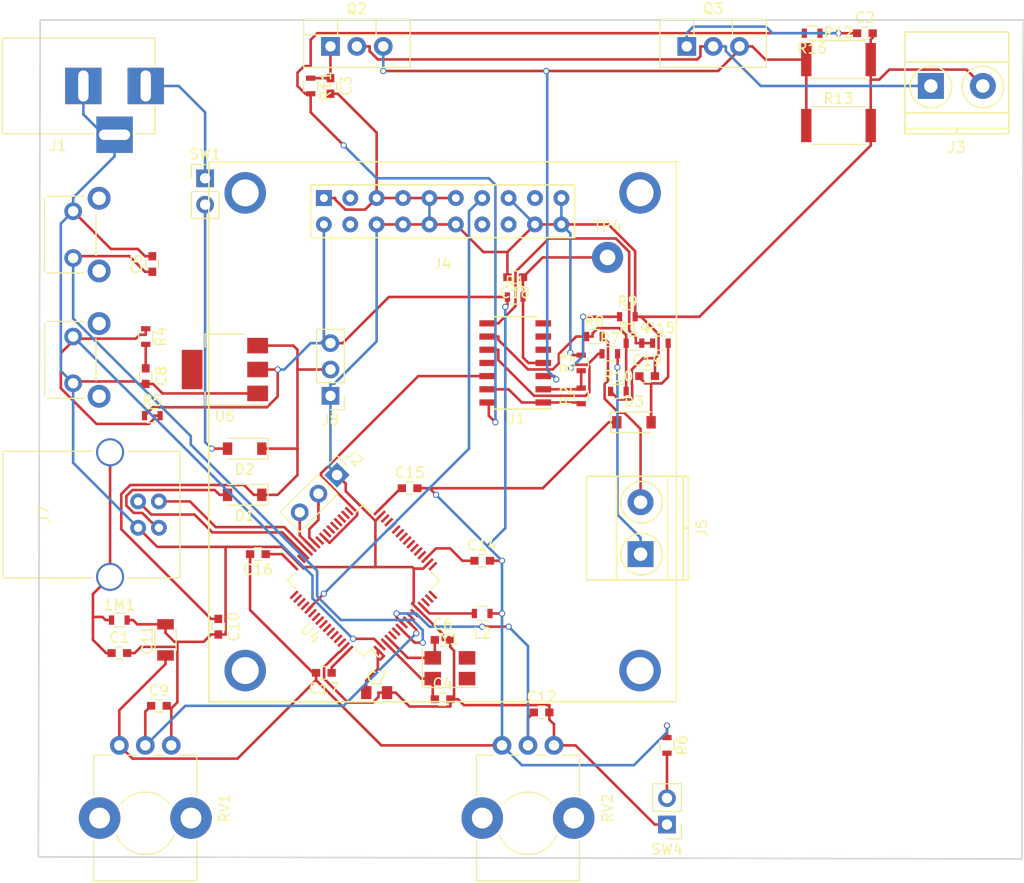
<source format=kicad_pcb>
(kicad_pcb (version 20171130) (host pcbnew "(5.1.12)-1")

  (general
    (thickness 1.6)
    (drawings 30)
    (tracks 557)
    (zones 0)
    (modules 59)
    (nets 42)
  )

  (page A4)
  (layers
    (0 F.Cu signal)
    (31 B.Cu signal)
    (32 B.Adhes user hide)
    (33 F.Adhes user hide)
    (34 B.Paste user hide)
    (35 F.Paste user hide)
    (36 B.SilkS user hide)
    (37 F.SilkS user hide)
    (38 B.Mask user hide)
    (39 F.Mask user hide)
    (40 Dwgs.User user hide)
    (41 Cmts.User user hide)
    (42 Eco1.User user hide)
    (43 Eco2.User user hide)
    (44 Edge.Cuts user)
    (45 Margin user hide)
    (46 B.CrtYd user hide)
    (47 F.CrtYd user hide)
    (48 B.Fab user hide)
    (49 F.Fab user hide)
  )

  (setup
    (last_trace_width 0.25)
    (trace_clearance 0.2)
    (zone_clearance 0.2)
    (zone_45_only yes)
    (trace_min 0.2)
    (via_size 0.6)
    (via_drill 0.4)
    (via_min_size 0.4)
    (via_min_drill 0.3)
    (uvia_size 0.3)
    (uvia_drill 0.1)
    (uvias_allowed no)
    (uvia_min_size 0.2)
    (uvia_min_drill 0.1)
    (edge_width 0.15)
    (segment_width 0.2)
    (pcb_text_width 0.3)
    (pcb_text_size 1.5 1.5)
    (mod_edge_width 0.15)
    (mod_text_size 1 1)
    (mod_text_width 0.15)
    (pad_size 1.524 1.524)
    (pad_drill 0.762)
    (pad_to_mask_clearance 0.2)
    (aux_axis_origin 0 0)
    (visible_elements 7FFFFFFF)
    (pcbplotparams
      (layerselection 0x00030_80000001)
      (usegerberextensions false)
      (usegerberattributes true)
      (usegerberadvancedattributes true)
      (creategerberjobfile true)
      (excludeedgelayer true)
      (linewidth 0.100000)
      (plotframeref false)
      (viasonmask false)
      (mode 1)
      (useauxorigin false)
      (hpglpennumber 1)
      (hpglpenspeed 20)
      (hpglpendiameter 15.000000)
      (psnegative false)
      (psa4output false)
      (plotreference true)
      (plotvalue true)
      (plotinvisibletext false)
      (padsonsilk false)
      (subtractmaskfromsilk false)
      (outputformat 1)
      (mirror false)
      (drillshape 1)
      (scaleselection 1)
      (outputdirectory ""))
  )

  (net 0 "")
  (net 1 GND)
  (net 2 +3V3)
  (net 3 +12V)
  (net 4 "Net-(D1-Pad2)")
  (net 5 "Net-(J2-Pad2)")
  (net 6 "Net-(J3-Pad1)")
  (net 7 "Net-(Q2-Pad3)")
  (net 8 "Net-(R10-Pad2)")
  (net 9 "Net-(R11-Pad2)")
  (net 10 +BATT)
  (net 11 "Net-(J1-Pad1)")
  (net 12 /load_box_mcu/CHOSEN_VREF)
  (net 13 "Net-(1M1-Pad1)")
  (net 14 "Net-(L2-Pad2)")
  (net 15 "Net-(C14-Pad1)")
  (net 16 "Net-(C15-Pad1)")
  (net 17 "Net-(J5-Pad2)")
  (net 18 "Net-(C16-Pad1)")
  (net 19 /load_box_display/MOSI)
  (net 20 "Net-(C17-Pad1)")
  (net 21 "Net-(C2-Pad1)")
  (net 22 "Net-(C3-Pad1)")
  (net 23 "Net-(C4-Pad1)")
  (net 24 NRST)
  (net 25 "Net-(C7-Pad1)")
  (net 26 "Net-(C18-Pad1)")
  (net 27 "Net-(R2-Pad1)")
  (net 28 "Net-(R2-Pad2)")
  (net 29 /load_box_interface/USER_BUTTON)
  (net 30 "Net-(C6-Pad1)")
  (net 31 "Net-(J2-Pad3)")
  (net 32 /load_box_mcu/USB_DM)
  (net 33 /load_box_mcu/USB_DP)
  (net 34 "Net-(C8-Pad1)")
  (net 35 /load_box_interface/STEP_VREF)
  (net 36 /load_box_interface/STATIC_VREF)
  (net 37 /load_box_interface/GO_BUTTON)
  (net 38 /load_box_sink/REMOTE_SENSE_OUT)
  (net 39 "Net-(J5-Pad1)")
  (net 40 "Net-(R7-Pad1)")
  (net 41 "Net-(R14-Pad2)")

  (net_class Default "This is the default net class."
    (clearance 0.2)
    (trace_width 0.25)
    (via_dia 0.6)
    (via_drill 0.4)
    (uvia_dia 0.3)
    (uvia_drill 0.1)
    (add_net +12V)
    (add_net +3V3)
    (add_net +BATT)
    (add_net /load_box_display/MOSI)
    (add_net /load_box_interface/GO_BUTTON)
    (add_net /load_box_interface/STATIC_VREF)
    (add_net /load_box_interface/STEP_VREF)
    (add_net /load_box_interface/USER_BUTTON)
    (add_net /load_box_mcu/CHOSEN_VREF)
    (add_net /load_box_mcu/USB_DM)
    (add_net /load_box_mcu/USB_DP)
    (add_net /load_box_sink/REMOTE_SENSE_OUT)
    (add_net GND)
    (add_net NRST)
    (add_net "Net-(1M1-Pad1)")
    (add_net "Net-(C14-Pad1)")
    (add_net "Net-(C15-Pad1)")
    (add_net "Net-(C16-Pad1)")
    (add_net "Net-(C17-Pad1)")
    (add_net "Net-(C18-Pad1)")
    (add_net "Net-(C2-Pad1)")
    (add_net "Net-(C3-Pad1)")
    (add_net "Net-(C4-Pad1)")
    (add_net "Net-(C6-Pad1)")
    (add_net "Net-(C7-Pad1)")
    (add_net "Net-(C8-Pad1)")
    (add_net "Net-(D1-Pad2)")
    (add_net "Net-(J1-Pad1)")
    (add_net "Net-(J2-Pad2)")
    (add_net "Net-(J2-Pad3)")
    (add_net "Net-(J3-Pad1)")
    (add_net "Net-(J5-Pad1)")
    (add_net "Net-(J5-Pad2)")
    (add_net "Net-(L2-Pad2)")
    (add_net "Net-(Q2-Pad3)")
    (add_net "Net-(R10-Pad2)")
    (add_net "Net-(R11-Pad2)")
    (add_net "Net-(R14-Pad2)")
    (add_net "Net-(R2-Pad1)")
    (add_net "Net-(R2-Pad2)")
    (add_net "Net-(R7-Pad1)")
  )

  (module Housings_QFP:LQFP-64_10x10mm_Pitch0.5mm (layer F.Cu) (tedit 58CC9A47) (tstamp 58F5EE7A)
    (at 141.605 115.57 135)
    (descr "64 LEAD LQFP 10x10mm (see MICREL LQFP10x10-64LD-PL-1.pdf)")
    (tags "QFP 0.5")
    (path /58EFB5A3/58F3E6A5)
    (attr smd)
    (fp_text reference U4 (at 0 -7.2 135) (layer F.SilkS)
      (effects (font (size 1 1) (thickness 0.15)))
    )
    (fp_text value STM32L152RCTx (at 0 7.2 135) (layer F.Fab)
      (effects (font (size 1 1) (thickness 0.15)))
    )
    (fp_line (start -4 -5) (end 5 -5) (layer F.Fab) (width 0.15))
    (fp_line (start 5 -5) (end 5 5) (layer F.Fab) (width 0.15))
    (fp_line (start 5 5) (end -5 5) (layer F.Fab) (width 0.15))
    (fp_line (start -5 5) (end -5 -4) (layer F.Fab) (width 0.15))
    (fp_line (start -5 -4) (end -4 -5) (layer F.Fab) (width 0.15))
    (fp_line (start -6.45 -6.45) (end -6.45 6.45) (layer F.CrtYd) (width 0.05))
    (fp_line (start 6.45 -6.45) (end 6.45 6.45) (layer F.CrtYd) (width 0.05))
    (fp_line (start -6.45 -6.45) (end 6.45 -6.45) (layer F.CrtYd) (width 0.05))
    (fp_line (start -6.45 6.45) (end 6.45 6.45) (layer F.CrtYd) (width 0.05))
    (fp_line (start -5.175 -5.175) (end -5.175 -4.175) (layer F.SilkS) (width 0.15))
    (fp_line (start 5.175 -5.175) (end 5.175 -4.1) (layer F.SilkS) (width 0.15))
    (fp_line (start 5.175 5.175) (end 5.175 4.1) (layer F.SilkS) (width 0.15))
    (fp_line (start -5.175 5.175) (end -5.175 4.1) (layer F.SilkS) (width 0.15))
    (fp_line (start -5.175 -5.175) (end -4.1 -5.175) (layer F.SilkS) (width 0.15))
    (fp_line (start -5.175 5.175) (end -4.1 5.175) (layer F.SilkS) (width 0.15))
    (fp_line (start 5.175 5.175) (end 4.1 5.175) (layer F.SilkS) (width 0.15))
    (fp_line (start 5.175 -5.175) (end 4.1 -5.175) (layer F.SilkS) (width 0.15))
    (fp_line (start -5.175 -4.175) (end -6.2 -4.175) (layer F.SilkS) (width 0.15))
    (fp_text user %R (at 0 0 135) (layer F.Fab)
      (effects (font (size 1 1) (thickness 0.15)))
    )
    (pad 1 smd rect (at -5.7 -3.75 135) (size 1 0.25) (layers F.Cu F.Paste F.Mask)
      (net 25 "Net-(C7-Pad1)"))
    (pad 2 smd rect (at -5.7 -3.25 135) (size 1 0.25) (layers F.Cu F.Paste F.Mask)
      (net 29 /load_box_interface/USER_BUTTON))
    (pad 3 smd rect (at -5.7 -2.75 135) (size 1 0.25) (layers F.Cu F.Paste F.Mask)
      (net 23 "Net-(C4-Pad1)"))
    (pad 4 smd rect (at -5.7 -2.25 135) (size 1 0.25) (layers F.Cu F.Paste F.Mask)
      (net 30 "Net-(C6-Pad1)"))
    (pad 5 smd rect (at -5.7 -1.75 135) (size 1 0.25) (layers F.Cu F.Paste F.Mask))
    (pad 6 smd rect (at -5.7 -1.25 135) (size 1 0.25) (layers F.Cu F.Paste F.Mask))
    (pad 7 smd rect (at -5.7 -0.75 135) (size 1 0.25) (layers F.Cu F.Paste F.Mask)
      (net 24 NRST))
    (pad 8 smd rect (at -5.7 -0.25 135) (size 1 0.25) (layers F.Cu F.Paste F.Mask)
      (net 36 /load_box_interface/STATIC_VREF))
    (pad 9 smd rect (at -5.7 0.25 135) (size 1 0.25) (layers F.Cu F.Paste F.Mask)
      (net 35 /load_box_interface/STEP_VREF))
    (pad 10 smd rect (at -5.7 0.75 135) (size 1 0.25) (layers F.Cu F.Paste F.Mask))
    (pad 11 smd rect (at -5.7 1.25 135) (size 1 0.25) (layers F.Cu F.Paste F.Mask))
    (pad 12 smd rect (at -5.7 1.75 135) (size 1 0.25) (layers F.Cu F.Paste F.Mask)
      (net 1 GND))
    (pad 13 smd rect (at -5.7 2.25 135) (size 1 0.25) (layers F.Cu F.Paste F.Mask)
      (net 14 "Net-(L2-Pad2)"))
    (pad 14 smd rect (at -5.7 2.75 135) (size 1 0.25) (layers F.Cu F.Paste F.Mask))
    (pad 15 smd rect (at -5.7 3.25 135) (size 1 0.25) (layers F.Cu F.Paste F.Mask))
    (pad 16 smd rect (at -5.7 3.75 135) (size 1 0.25) (layers F.Cu F.Paste F.Mask))
    (pad 17 smd rect (at -3.75 5.7 225) (size 1 0.25) (layers F.Cu F.Paste F.Mask))
    (pad 18 smd rect (at -3.25 5.7 225) (size 1 0.25) (layers F.Cu F.Paste F.Mask)
      (net 1 GND))
    (pad 19 smd rect (at -2.75 5.7 225) (size 1 0.25) (layers F.Cu F.Paste F.Mask)
      (net 15 "Net-(C14-Pad1)"))
    (pad 20 smd rect (at -2.25 5.7 225) (size 1 0.25) (layers F.Cu F.Paste F.Mask))
    (pad 21 smd rect (at -1.75 5.7 225) (size 1 0.25) (layers F.Cu F.Paste F.Mask))
    (pad 22 smd rect (at -1.25 5.7 225) (size 1 0.25) (layers F.Cu F.Paste F.Mask))
    (pad 23 smd rect (at -0.75 5.7 225) (size 1 0.25) (layers F.Cu F.Paste F.Mask))
    (pad 24 smd rect (at -0.25 5.7 225) (size 1 0.25) (layers F.Cu F.Paste F.Mask))
    (pad 25 smd rect (at 0.25 5.7 225) (size 1 0.25) (layers F.Cu F.Paste F.Mask))
    (pad 26 smd rect (at 0.75 5.7 225) (size 1 0.25) (layers F.Cu F.Paste F.Mask))
    (pad 27 smd rect (at 1.25 5.7 225) (size 1 0.25) (layers F.Cu F.Paste F.Mask))
    (pad 28 smd rect (at 1.75 5.7 225) (size 1 0.25) (layers F.Cu F.Paste F.Mask))
    (pad 29 smd rect (at 2.25 5.7 225) (size 1 0.25) (layers F.Cu F.Paste F.Mask))
    (pad 30 smd rect (at 2.75 5.7 225) (size 1 0.25) (layers F.Cu F.Paste F.Mask))
    (pad 31 smd rect (at 3.25 5.7 225) (size 1 0.25) (layers F.Cu F.Paste F.Mask)
      (net 1 GND))
    (pad 32 smd rect (at 3.75 5.7 225) (size 1 0.25) (layers F.Cu F.Paste F.Mask)
      (net 16 "Net-(C15-Pad1)"))
    (pad 33 smd rect (at 5.7 3.75 135) (size 1 0.25) (layers F.Cu F.Paste F.Mask))
    (pad 34 smd rect (at 5.7 3.25 135) (size 1 0.25) (layers F.Cu F.Paste F.Mask))
    (pad 35 smd rect (at 5.7 2.75 135) (size 1 0.25) (layers F.Cu F.Paste F.Mask))
    (pad 36 smd rect (at 5.7 2.25 135) (size 1 0.25) (layers F.Cu F.Paste F.Mask))
    (pad 37 smd rect (at 5.7 1.75 135) (size 1 0.25) (layers F.Cu F.Paste F.Mask))
    (pad 38 smd rect (at 5.7 1.25 135) (size 1 0.25) (layers F.Cu F.Paste F.Mask))
    (pad 39 smd rect (at 5.7 0.75 135) (size 1 0.25) (layers F.Cu F.Paste F.Mask))
    (pad 40 smd rect (at 5.7 0.25 135) (size 1 0.25) (layers F.Cu F.Paste F.Mask)
      (net 12 /load_box_mcu/CHOSEN_VREF))
    (pad 41 smd rect (at 5.7 -0.25 135) (size 1 0.25) (layers F.Cu F.Paste F.Mask))
    (pad 42 smd rect (at 5.7 -0.75 135) (size 1 0.25) (layers F.Cu F.Paste F.Mask)
      (net 5 "Net-(J2-Pad2)"))
    (pad 43 smd rect (at 5.7 -1.25 135) (size 1 0.25) (layers F.Cu F.Paste F.Mask)
      (net 31 "Net-(J2-Pad3)"))
    (pad 44 smd rect (at 5.7 -1.75 135) (size 1 0.25) (layers F.Cu F.Paste F.Mask)
      (net 32 /load_box_mcu/USB_DM))
    (pad 45 smd rect (at 5.7 -2.25 135) (size 1 0.25) (layers F.Cu F.Paste F.Mask)
      (net 33 /load_box_mcu/USB_DP))
    (pad 46 smd rect (at 5.7 -2.75 135) (size 1 0.25) (layers F.Cu F.Paste F.Mask))
    (pad 47 smd rect (at 5.7 -3.25 135) (size 1 0.25) (layers F.Cu F.Paste F.Mask)
      (net 1 GND))
    (pad 48 smd rect (at 5.7 -3.75 135) (size 1 0.25) (layers F.Cu F.Paste F.Mask)
      (net 18 "Net-(C16-Pad1)"))
    (pad 49 smd rect (at 3.75 -5.7 225) (size 1 0.25) (layers F.Cu F.Paste F.Mask))
    (pad 50 smd rect (at 3.25 -5.7 225) (size 1 0.25) (layers F.Cu F.Paste F.Mask))
    (pad 51 smd rect (at 2.75 -5.7 225) (size 1 0.25) (layers F.Cu F.Paste F.Mask))
    (pad 52 smd rect (at 2.25 -5.7 225) (size 1 0.25) (layers F.Cu F.Paste F.Mask))
    (pad 53 smd rect (at 1.75 -5.7 225) (size 1 0.25) (layers F.Cu F.Paste F.Mask)
      (net 19 /load_box_display/MOSI))
    (pad 54 smd rect (at 1.25 -5.7 225) (size 1 0.25) (layers F.Cu F.Paste F.Mask))
    (pad 55 smd rect (at 0.75 -5.7 225) (size 1 0.25) (layers F.Cu F.Paste F.Mask))
    (pad 56 smd rect (at 0.25 -5.7 225) (size 1 0.25) (layers F.Cu F.Paste F.Mask))
    (pad 57 smd rect (at -0.25 -5.7 225) (size 1 0.25) (layers F.Cu F.Paste F.Mask))
    (pad 58 smd rect (at -0.75 -5.7 225) (size 1 0.25) (layers F.Cu F.Paste F.Mask))
    (pad 59 smd rect (at -1.25 -5.7 225) (size 1 0.25) (layers F.Cu F.Paste F.Mask))
    (pad 60 smd rect (at -1.75 -5.7 225) (size 1 0.25) (layers F.Cu F.Paste F.Mask))
    (pad 61 smd rect (at -2.25 -5.7 225) (size 1 0.25) (layers F.Cu F.Paste F.Mask))
    (pad 62 smd rect (at -2.75 -5.7 225) (size 1 0.25) (layers F.Cu F.Paste F.Mask))
    (pad 63 smd rect (at -3.25 -5.7 225) (size 1 0.25) (layers F.Cu F.Paste F.Mask)
      (net 1 GND))
    (pad 64 smd rect (at -3.75 -5.7 225) (size 1 0.25) (layers F.Cu F.Paste F.Mask)
      (net 20 "Net-(C17-Pad1)"))
    (model Housings_QFP.3dshapes/LQFP-64_10x10mm_Pitch0.5mm.wrl
      (at (xyz 0 0 0))
      (scale (xyz 1 1 1))
      (rotate (xyz 0 0 0))
    )
  )

  (module Connectors:USB_B (layer F.Cu) (tedit 55B36073) (tstamp 58FADB76)
    (at 121.92 110.49 180)
    (descr "USB B connector")
    (tags "USB_B USB_DEV")
    (path /58EFB5E6/58F5EBBF)
    (fp_text reference J7 (at 11.05 1.27 270) (layer F.SilkS)
      (effects (font (size 1 1) (thickness 0.15)))
    )
    (fp_text value USB_B (at 4.7 1.27 270) (layer F.Fab)
      (effects (font (size 1 1) (thickness 0.15)))
    )
    (fp_line (start 15.25 8.9) (end -2.3 8.9) (layer F.CrtYd) (width 0.05))
    (fp_line (start -2.3 8.9) (end -2.3 -6.35) (layer F.CrtYd) (width 0.05))
    (fp_line (start -2.3 -6.35) (end 15.25 -6.35) (layer F.CrtYd) (width 0.05))
    (fp_line (start 15.25 -6.35) (end 15.25 8.9) (layer F.CrtYd) (width 0.05))
    (fp_line (start 6.35 7.37) (end 14.99 7.37) (layer F.SilkS) (width 0.12))
    (fp_line (start -2.03 7.37) (end 3.05 7.37) (layer F.SilkS) (width 0.12))
    (fp_line (start 6.35 -4.83) (end 14.99 -4.83) (layer F.SilkS) (width 0.12))
    (fp_line (start -2.03 -4.83) (end 3.05 -4.83) (layer F.SilkS) (width 0.12))
    (fp_line (start 14.99 -4.83) (end 14.99 7.37) (layer F.SilkS) (width 0.12))
    (fp_line (start -2.03 7.37) (end -2.03 -4.83) (layer F.SilkS) (width 0.12))
    (pad 2 thru_hole circle (at 0 2.54 90) (size 1.52 1.52) (drill 0.81) (layers *.Cu *.Mask)
      (net 32 /load_box_mcu/USB_DM))
    (pad 1 thru_hole circle (at 0 0 90) (size 1.52 1.52) (drill 0.81) (layers *.Cu *.Mask)
      (net 4 "Net-(D1-Pad2)"))
    (pad 4 thru_hole circle (at 2 0 90) (size 1.52 1.52) (drill 0.81) (layers *.Cu *.Mask)
      (net 1 GND))
    (pad 3 thru_hole circle (at 2 2.54 90) (size 1.52 1.52) (drill 0.81) (layers *.Cu *.Mask)
      (net 33 /load_box_mcu/USB_DP))
    (pad 5 thru_hole circle (at 4.7 7.27 90) (size 2.7 2.7) (drill 2.3) (layers *.Cu *.Mask)
      (net 13 "Net-(1M1-Pad1)"))
    (pad 5 thru_hole circle (at 4.7 -4.73 90) (size 2.7 2.7) (drill 2.3) (layers *.Cu *.Mask)
      (net 13 "Net-(1M1-Pad1)"))
    (model Connectors.3dshapes/USB_B.wrl
      (offset (xyz 4.571999931335449 -1.269999980926514 0))
      (scale (xyz 0.39 0.39 0.39))
      (rotate (xyz 0 0 -90))
    )
  )

  (module nhd:NHD-1.69 (layer F.Cu) (tedit 58F5A656) (tstamp 58FF6D83)
    (at 149.225 78.74)
    (path /58EFB5AA/58F59755)
    (fp_text reference J4 (at 0 6.35) (layer F.SilkS)
      (effects (font (size 1 1) (thickness 0.15)))
    )
    (fp_text value CONN_02X10 (at 0 -2.54) (layer F.Fab)
      (effects (font (size 1 1) (thickness 0.15)))
    )
    (fp_line (start -12.7 -1.27) (end -12.7 3.81) (layer F.SilkS) (width 0.15))
    (fp_line (start -12.7 3.81) (end 12.7 3.81) (layer F.SilkS) (width 0.15))
    (fp_line (start 12.7 3.81) (end 12.7 -1.27) (layer F.SilkS) (width 0.15))
    (fp_line (start 12.7 -1.27) (end -12.7 -1.27) (layer F.SilkS) (width 0.15))
    (fp_line (start 0 -3.5) (end 22.5 -3.5) (layer F.SilkS) (width 0.15))
    (fp_line (start 22.5 -3.5) (end 22.5 48.5) (layer F.SilkS) (width 0.15))
    (fp_line (start 22.5 48.5) (end -22.5 48.5) (layer F.SilkS) (width 0.15))
    (fp_line (start -22.5 48.5) (end -22.5 -3.5) (layer F.SilkS) (width 0.15))
    (fp_line (start -22.5 -3.5) (end 0 -3.5) (layer F.SilkS) (width 0.15))
    (pad 5 thru_hole circle (at -6.35 0) (size 1.524 1.524) (drill 0.762) (layers *.Cu *.Mask)
      (net 1 GND))
    (pad 6 thru_hole circle (at -6.35 2.54) (size 1.524 1.524) (drill 0.762) (layers *.Cu *.Mask)
      (net 1 GND))
    (pad 4 thru_hole circle (at -8.89 2.54) (size 1.524 1.524) (drill 0.762) (layers *.Cu *.Mask))
    (pad 3 thru_hole circle (at -8.89 0) (size 1.524 1.524) (drill 0.762) (layers *.Cu *.Mask))
    (pad 2 thru_hole circle (at -11.43 2.54) (size 1.524 1.524) (drill 0.762) (layers *.Cu *.Mask)
      (net 2 +3V3))
    (pad 1 thru_hole rect (at -11.43 0) (size 1.524 1.524) (drill 0.762) (layers *.Cu *.Mask)
      (net 1 GND))
    (pad 7 thru_hole circle (at -3.81 0) (size 1.524 1.524) (drill 0.762) (layers *.Cu *.Mask)
      (net 1 GND))
    (pad 8 thru_hole circle (at -3.81 2.54) (size 1.524 1.524) (drill 0.762) (layers *.Cu *.Mask)
      (net 1 GND))
    (pad 9 thru_hole circle (at -1.27 0) (size 1.524 1.524) (drill 0.762) (layers *.Cu *.Mask)
      (net 1 GND))
    (pad 10 thru_hole circle (at -1.27 2.54) (size 1.524 1.524) (drill 0.762) (layers *.Cu *.Mask)
      (net 1 GND))
    (pad 11 thru_hole circle (at 1.27 0) (size 1.524 1.524) (drill 0.762) (layers *.Cu *.Mask)
      (net 1 GND))
    (pad 12 thru_hole circle (at 1.27 2.54) (size 1.524 1.524) (drill 0.762) (layers *.Cu *.Mask)
      (net 1 GND))
    (pad 13 thru_hole circle (at 3.81 0) (size 1.524 1.524) (drill 0.762) (layers *.Cu *.Mask)
      (net 19 /load_box_display/MOSI))
    (pad 14 thru_hole circle (at 3.81 2.54) (size 1.524 1.524) (drill 0.762) (layers *.Cu *.Mask))
    (pad 15 thru_hole circle (at 6.35 0) (size 1.524 1.524) (drill 0.762) (layers *.Cu *.Mask)
      (net 1 GND))
    (pad 16 thru_hole circle (at 6.35 2.54) (size 1.524 1.524) (drill 0.762) (layers *.Cu *.Mask))
    (pad 17 thru_hole circle (at 8.89 0) (size 1.524 1.524) (drill 0.762) (layers *.Cu *.Mask))
    (pad 18 thru_hole circle (at 8.89 2.54) (size 1.524 1.524) (drill 0.762) (layers *.Cu *.Mask)
      (net 1 GND))
    (pad 19 thru_hole circle (at 11.43 0) (size 1.524 1.524) (drill 0.762) (layers *.Cu *.Mask)
      (net 1 GND))
    (pad 20 thru_hole circle (at 11.43 2.54) (size 1.524 1.524) (drill 0.762) (layers *.Cu *.Mask)
      (net 1 GND))
    (pad 21 thru_hole circle (at -19 -0.5) (size 4 4) (drill 2.6) (layers *.Cu *.Mask))
    (pad 22 thru_hole circle (at 19 -0.5) (size 4 4) (drill 2.6) (layers *.Cu *.Mask))
    (pad 23 thru_hole circle (at -19 45.5) (size 4 4) (drill 2.6) (layers *.Cu *.Mask))
    (pad 24 thru_hole circle (at 19 45.5) (size 4 4) (drill 2.6) (layers *.Cu *.Mask))
  )

  (module Capacitors_SMD:C_0603 (layer F.Cu) (tedit 58AA844E) (tstamp 58EEBA92)
    (at 118.11 122.555)
    (descr "Capacitor SMD 0603, reflow soldering, AVX (see smccp.pdf)")
    (tags "capacitor 0603")
    (path /58EFB5E6/58F5F1AD)
    (attr smd)
    (fp_text reference C1 (at 0 -1.5) (layer F.SilkS)
      (effects (font (size 1 1) (thickness 0.15)))
    )
    (fp_text value 4n7 (at 0 1.5) (layer F.Fab)
      (effects (font (size 1 1) (thickness 0.15)))
    )
    (fp_line (start -0.8 0.4) (end -0.8 -0.4) (layer F.Fab) (width 0.1))
    (fp_line (start 0.8 0.4) (end -0.8 0.4) (layer F.Fab) (width 0.1))
    (fp_line (start 0.8 -0.4) (end 0.8 0.4) (layer F.Fab) (width 0.1))
    (fp_line (start -0.8 -0.4) (end 0.8 -0.4) (layer F.Fab) (width 0.1))
    (fp_line (start -0.35 -0.6) (end 0.35 -0.6) (layer F.SilkS) (width 0.12))
    (fp_line (start 0.35 0.6) (end -0.35 0.6) (layer F.SilkS) (width 0.12))
    (fp_line (start -1.4 -0.65) (end 1.4 -0.65) (layer F.CrtYd) (width 0.05))
    (fp_line (start -1.4 -0.65) (end -1.4 0.65) (layer F.CrtYd) (width 0.05))
    (fp_line (start 1.4 0.65) (end 1.4 -0.65) (layer F.CrtYd) (width 0.05))
    (fp_line (start 1.4 0.65) (end -1.4 0.65) (layer F.CrtYd) (width 0.05))
    (fp_text user %R (at 0 -1.5) (layer F.Fab)
      (effects (font (size 1 1) (thickness 0.15)))
    )
    (pad 1 smd rect (at -0.75 0) (size 0.8 0.75) (layers F.Cu F.Paste F.Mask)
      (net 13 "Net-(1M1-Pad1)"))
    (pad 2 smd rect (at 0.75 0) (size 0.8 0.75) (layers F.Cu F.Paste F.Mask)
      (net 1 GND))
    (model Capacitors_SMD.3dshapes/C_0603.wrl
      (at (xyz 0 0 0))
      (scale (xyz 1 1 1))
      (rotate (xyz 0 0 0))
    )
  )

  (module Capacitors_SMD:C_0603 (layer F.Cu) (tedit 58AA844E) (tstamp 58EEBAC5)
    (at 149.225 127)
    (descr "Capacitor SMD 0603, reflow soldering, AVX (see smccp.pdf)")
    (tags "capacitor 0603")
    (path /58EFB5A3/58F6A8B2)
    (attr smd)
    (fp_text reference C4 (at 0 -1.5) (layer F.SilkS)
      (effects (font (size 1 1) (thickness 0.15)))
    )
    (fp_text value C (at 0 1.5) (layer F.Fab)
      (effects (font (size 1 1) (thickness 0.15)))
    )
    (fp_line (start -0.8 0.4) (end -0.8 -0.4) (layer F.Fab) (width 0.1))
    (fp_line (start 0.8 0.4) (end -0.8 0.4) (layer F.Fab) (width 0.1))
    (fp_line (start 0.8 -0.4) (end 0.8 0.4) (layer F.Fab) (width 0.1))
    (fp_line (start -0.8 -0.4) (end 0.8 -0.4) (layer F.Fab) (width 0.1))
    (fp_line (start -0.35 -0.6) (end 0.35 -0.6) (layer F.SilkS) (width 0.12))
    (fp_line (start 0.35 0.6) (end -0.35 0.6) (layer F.SilkS) (width 0.12))
    (fp_line (start -1.4 -0.65) (end 1.4 -0.65) (layer F.CrtYd) (width 0.05))
    (fp_line (start -1.4 -0.65) (end -1.4 0.65) (layer F.CrtYd) (width 0.05))
    (fp_line (start 1.4 0.65) (end 1.4 -0.65) (layer F.CrtYd) (width 0.05))
    (fp_line (start 1.4 0.65) (end -1.4 0.65) (layer F.CrtYd) (width 0.05))
    (fp_text user %R (at 0 -1.5) (layer F.Fab)
      (effects (font (size 1 1) (thickness 0.15)))
    )
    (pad 1 smd rect (at -0.75 0) (size 0.8 0.75) (layers F.Cu F.Paste F.Mask)
      (net 23 "Net-(C4-Pad1)"))
    (pad 2 smd rect (at 0.75 0) (size 0.8 0.75) (layers F.Cu F.Paste F.Mask)
      (net 1 GND))
    (model Capacitors_SMD.3dshapes/C_0603.wrl
      (at (xyz 0 0 0))
      (scale (xyz 1 1 1))
      (rotate (xyz 0 0 0))
    )
  )

  (module Resistors_SMD:R_0603 (layer F.Cu) (tedit 58E0A804) (tstamp 58EEBB36)
    (at 156.21 88.265)
    (descr "Resistor SMD 0603, reflow soldering, Vishay (see dcrcw.pdf)")
    (tags "resistor 0603")
    (path /58EFB5B1/58F63310)
    (attr smd)
    (fp_text reference R1 (at 0 -1.45) (layer F.SilkS)
      (effects (font (size 1 1) (thickness 0.15)))
    )
    (fp_text value 100R (at 0 1.5) (layer F.Fab)
      (effects (font (size 1 1) (thickness 0.15)))
    )
    (fp_line (start -0.8 0.4) (end -0.8 -0.4) (layer F.Fab) (width 0.1))
    (fp_line (start 0.8 0.4) (end -0.8 0.4) (layer F.Fab) (width 0.1))
    (fp_line (start 0.8 -0.4) (end 0.8 0.4) (layer F.Fab) (width 0.1))
    (fp_line (start -0.8 -0.4) (end 0.8 -0.4) (layer F.Fab) (width 0.1))
    (fp_line (start 0.5 0.68) (end -0.5 0.68) (layer F.SilkS) (width 0.12))
    (fp_line (start -0.5 -0.68) (end 0.5 -0.68) (layer F.SilkS) (width 0.12))
    (fp_line (start -1.25 -0.7) (end 1.25 -0.7) (layer F.CrtYd) (width 0.05))
    (fp_line (start -1.25 -0.7) (end -1.25 0.7) (layer F.CrtYd) (width 0.05))
    (fp_line (start 1.25 0.7) (end 1.25 -0.7) (layer F.CrtYd) (width 0.05))
    (fp_line (start 1.25 0.7) (end -1.25 0.7) (layer F.CrtYd) (width 0.05))
    (fp_text user %R (at 0 0) (layer F.Fab)
      (effects (font (size 0.5 0.5) (thickness 0.075)))
    )
    (pad 1 smd rect (at -0.75 0) (size 0.5 0.9) (layers F.Cu F.Paste F.Mask)
      (net 2 +3V3))
    (pad 2 smd rect (at 0.75 0) (size 0.5 0.9) (layers F.Cu F.Paste F.Mask)
      (net 26 "Net-(C18-Pad1)"))
    (model ${KISYS3DMOD}/Resistors_SMD.3dshapes/R_0603.wrl
      (at (xyz 0 0 0))
      (scale (xyz 1 1 1))
      (rotate (xyz 0 0 0))
    )
  )

  (module Resistors_SMD:R_0603 (layer F.Cu) (tedit 58E0A804) (tstamp 58EEBB3C)
    (at 162.56 97.79 90)
    (descr "Resistor SMD 0603, reflow soldering, Vishay (see dcrcw.pdf)")
    (tags "resistor 0603")
    (path /58EFB5B1/58F64DC7)
    (attr smd)
    (fp_text reference R2 (at 0 -1.45 90) (layer F.SilkS)
      (effects (font (size 1 1) (thickness 0.15)))
    )
    (fp_text value 24K (at 0 1.5 90) (layer F.Fab)
      (effects (font (size 1 1) (thickness 0.15)))
    )
    (fp_line (start -0.8 0.4) (end -0.8 -0.4) (layer F.Fab) (width 0.1))
    (fp_line (start 0.8 0.4) (end -0.8 0.4) (layer F.Fab) (width 0.1))
    (fp_line (start 0.8 -0.4) (end 0.8 0.4) (layer F.Fab) (width 0.1))
    (fp_line (start -0.8 -0.4) (end 0.8 -0.4) (layer F.Fab) (width 0.1))
    (fp_line (start 0.5 0.68) (end -0.5 0.68) (layer F.SilkS) (width 0.12))
    (fp_line (start -0.5 -0.68) (end 0.5 -0.68) (layer F.SilkS) (width 0.12))
    (fp_line (start -1.25 -0.7) (end 1.25 -0.7) (layer F.CrtYd) (width 0.05))
    (fp_line (start -1.25 -0.7) (end -1.25 0.7) (layer F.CrtYd) (width 0.05))
    (fp_line (start 1.25 0.7) (end 1.25 -0.7) (layer F.CrtYd) (width 0.05))
    (fp_line (start 1.25 0.7) (end -1.25 0.7) (layer F.CrtYd) (width 0.05))
    (fp_text user %R (at 0 0 90) (layer F.Fab)
      (effects (font (size 0.5 0.5) (thickness 0.075)))
    )
    (pad 1 smd rect (at -0.75 0 90) (size 0.5 0.9) (layers F.Cu F.Paste F.Mask)
      (net 27 "Net-(R2-Pad1)"))
    (pad 2 smd rect (at 0.75 0 90) (size 0.5 0.9) (layers F.Cu F.Paste F.Mask)
      (net 28 "Net-(R2-Pad2)"))
    (model ${KISYS3DMOD}/Resistors_SMD.3dshapes/R_0603.wrl
      (at (xyz 0 0 0))
      (scale (xyz 1 1 1))
      (rotate (xyz 0 0 0))
    )
  )

  (module Capacitors_SMD:C_0603 (layer F.Cu) (tedit 58AA844E) (tstamp 58F542A5)
    (at 127.635 120.015 270)
    (descr "Capacitor SMD 0603, reflow soldering, AVX (see smccp.pdf)")
    (tags "capacitor 0603")
    (path /58EFB5E6/58F03D18)
    (attr smd)
    (fp_text reference C10 (at 0 -1.5 270) (layer F.SilkS)
      (effects (font (size 1 1) (thickness 0.15)))
    )
    (fp_text value 0.1u (at 0 1.5 270) (layer F.Fab)
      (effects (font (size 1 1) (thickness 0.15)))
    )
    (fp_line (start -0.8 0.4) (end -0.8 -0.4) (layer F.Fab) (width 0.1))
    (fp_line (start 0.8 0.4) (end -0.8 0.4) (layer F.Fab) (width 0.1))
    (fp_line (start 0.8 -0.4) (end 0.8 0.4) (layer F.Fab) (width 0.1))
    (fp_line (start -0.8 -0.4) (end 0.8 -0.4) (layer F.Fab) (width 0.1))
    (fp_line (start -0.35 -0.6) (end 0.35 -0.6) (layer F.SilkS) (width 0.12))
    (fp_line (start 0.35 0.6) (end -0.35 0.6) (layer F.SilkS) (width 0.12))
    (fp_line (start -1.4 -0.65) (end 1.4 -0.65) (layer F.CrtYd) (width 0.05))
    (fp_line (start -1.4 -0.65) (end -1.4 0.65) (layer F.CrtYd) (width 0.05))
    (fp_line (start 1.4 0.65) (end 1.4 -0.65) (layer F.CrtYd) (width 0.05))
    (fp_line (start 1.4 0.65) (end -1.4 0.65) (layer F.CrtYd) (width 0.05))
    (fp_text user %R (at 0 -1.5 270) (layer F.Fab)
      (effects (font (size 1 1) (thickness 0.15)))
    )
    (pad 1 smd rect (at -0.75 0 270) (size 0.8 0.75) (layers F.Cu F.Paste F.Mask)
      (net 10 +BATT))
    (pad 2 smd rect (at 0.75 0 270) (size 0.8 0.75) (layers F.Cu F.Paste F.Mask)
      (net 1 GND))
    (model Capacitors_SMD.3dshapes/C_0603.wrl
      (at (xyz 0 0 0))
      (scale (xyz 1 1 1))
      (rotate (xyz 0 0 0))
    )
  )

  (module Capacitors_SMD:C_1206 (layer F.Cu) (tedit 58AA84B8) (tstamp 58F542B6)
    (at 122.555 121.285 90)
    (descr "Capacitor SMD 1206, reflow soldering, AVX (see smccp.pdf)")
    (tags "capacitor 1206")
    (path /58EFB5E6/58F03D39)
    (attr smd)
    (fp_text reference C11 (at 0 -1.75 90) (layer F.SilkS)
      (effects (font (size 1 1) (thickness 0.15)))
    )
    (fp_text value 10u (at 0 2 90) (layer F.Fab)
      (effects (font (size 1 1) (thickness 0.15)))
    )
    (fp_line (start -1.6 0.8) (end -1.6 -0.8) (layer F.Fab) (width 0.1))
    (fp_line (start 1.6 0.8) (end -1.6 0.8) (layer F.Fab) (width 0.1))
    (fp_line (start 1.6 -0.8) (end 1.6 0.8) (layer F.Fab) (width 0.1))
    (fp_line (start -1.6 -0.8) (end 1.6 -0.8) (layer F.Fab) (width 0.1))
    (fp_line (start 1 -1.02) (end -1 -1.02) (layer F.SilkS) (width 0.12))
    (fp_line (start -1 1.02) (end 1 1.02) (layer F.SilkS) (width 0.12))
    (fp_line (start -2.25 -1.05) (end 2.25 -1.05) (layer F.CrtYd) (width 0.05))
    (fp_line (start -2.25 -1.05) (end -2.25 1.05) (layer F.CrtYd) (width 0.05))
    (fp_line (start 2.25 1.05) (end 2.25 -1.05) (layer F.CrtYd) (width 0.05))
    (fp_line (start 2.25 1.05) (end -2.25 1.05) (layer F.CrtYd) (width 0.05))
    (fp_text user %R (at 0 -1.75 90) (layer F.Fab)
      (effects (font (size 1 1) (thickness 0.15)))
    )
    (pad 1 smd rect (at -1.5 0 90) (size 1 1.6) (layers F.Cu F.Paste F.Mask)
      (net 2 +3V3))
    (pad 2 smd rect (at 1.5 0 90) (size 1 1.6) (layers F.Cu F.Paste F.Mask)
      (net 1 GND))
    (model Capacitors_SMD.3dshapes/C_1206.wrl
      (at (xyz 0 0 0))
      (scale (xyz 1 1 1))
      (rotate (xyz 0 0 0))
    )
  )

  (module Capacitors_SMD:C_0603 (layer F.Cu) (tedit 58AA844E) (tstamp 58F542E9)
    (at 156.21 86.36 180)
    (descr "Capacitor SMD 0603, reflow soldering, AVX (see smccp.pdf)")
    (tags "capacitor 0603")
    (path /58EFB5B1/58F1F3A3)
    (attr smd)
    (fp_text reference C18 (at 0 -1.5 180) (layer F.SilkS)
      (effects (font (size 1 1) (thickness 0.15)))
    )
    (fp_text value 0.1 (at 0 1.5 180) (layer F.Fab)
      (effects (font (size 1 1) (thickness 0.15)))
    )
    (fp_line (start -0.8 0.4) (end -0.8 -0.4) (layer F.Fab) (width 0.1))
    (fp_line (start 0.8 0.4) (end -0.8 0.4) (layer F.Fab) (width 0.1))
    (fp_line (start 0.8 -0.4) (end 0.8 0.4) (layer F.Fab) (width 0.1))
    (fp_line (start -0.8 -0.4) (end 0.8 -0.4) (layer F.Fab) (width 0.1))
    (fp_line (start -0.35 -0.6) (end 0.35 -0.6) (layer F.SilkS) (width 0.12))
    (fp_line (start 0.35 0.6) (end -0.35 0.6) (layer F.SilkS) (width 0.12))
    (fp_line (start -1.4 -0.65) (end 1.4 -0.65) (layer F.CrtYd) (width 0.05))
    (fp_line (start -1.4 -0.65) (end -1.4 0.65) (layer F.CrtYd) (width 0.05))
    (fp_line (start 1.4 0.65) (end 1.4 -0.65) (layer F.CrtYd) (width 0.05))
    (fp_line (start 1.4 0.65) (end -1.4 0.65) (layer F.CrtYd) (width 0.05))
    (fp_text user %R (at 0 -1.5 180) (layer F.Fab)
      (effects (font (size 1 1) (thickness 0.15)))
    )
    (pad 1 smd rect (at -0.75 0 180) (size 0.8 0.75) (layers F.Cu F.Paste F.Mask)
      (net 26 "Net-(C18-Pad1)"))
    (pad 2 smd rect (at 0.75 0 180) (size 0.8 0.75) (layers F.Cu F.Paste F.Mask)
      (net 1 GND))
    (model Capacitors_SMD.3dshapes/C_0603.wrl
      (at (xyz 0 0 0))
      (scale (xyz 1 1 1))
      (rotate (xyz 0 0 0))
    )
  )

  (module Diodes_SMD:D_SOD-123 (layer F.Cu) (tedit 58645DC7) (tstamp 58F54312)
    (at 130.175 107.315 180)
    (descr SOD-123)
    (tags SOD-123)
    (path /58EFB5E6/58F5F788)
    (attr smd)
    (fp_text reference D1 (at 0 -2 180) (layer F.SilkS)
      (effects (font (size 1 1) (thickness 0.15)))
    )
    (fp_text value D (at 0 2.1 180) (layer F.Fab)
      (effects (font (size 1 1) (thickness 0.15)))
    )
    (fp_line (start -2.25 -1) (end -2.25 1) (layer F.SilkS) (width 0.12))
    (fp_line (start 0.25 0) (end 0.75 0) (layer F.Fab) (width 0.1))
    (fp_line (start 0.25 0.4) (end -0.35 0) (layer F.Fab) (width 0.1))
    (fp_line (start 0.25 -0.4) (end 0.25 0.4) (layer F.Fab) (width 0.1))
    (fp_line (start -0.35 0) (end 0.25 -0.4) (layer F.Fab) (width 0.1))
    (fp_line (start -0.35 0) (end -0.35 0.55) (layer F.Fab) (width 0.1))
    (fp_line (start -0.35 0) (end -0.35 -0.55) (layer F.Fab) (width 0.1))
    (fp_line (start -0.75 0) (end -0.35 0) (layer F.Fab) (width 0.1))
    (fp_line (start -1.4 0.9) (end -1.4 -0.9) (layer F.Fab) (width 0.1))
    (fp_line (start 1.4 0.9) (end -1.4 0.9) (layer F.Fab) (width 0.1))
    (fp_line (start 1.4 -0.9) (end 1.4 0.9) (layer F.Fab) (width 0.1))
    (fp_line (start -1.4 -0.9) (end 1.4 -0.9) (layer F.Fab) (width 0.1))
    (fp_line (start -2.35 -1.15) (end 2.35 -1.15) (layer F.CrtYd) (width 0.05))
    (fp_line (start 2.35 -1.15) (end 2.35 1.15) (layer F.CrtYd) (width 0.05))
    (fp_line (start 2.35 1.15) (end -2.35 1.15) (layer F.CrtYd) (width 0.05))
    (fp_line (start -2.35 -1.15) (end -2.35 1.15) (layer F.CrtYd) (width 0.05))
    (fp_line (start -2.25 1) (end 1.65 1) (layer F.SilkS) (width 0.12))
    (fp_line (start -2.25 -1) (end 1.65 -1) (layer F.SilkS) (width 0.12))
    (pad 1 smd rect (at -1.65 0 180) (size 0.9 1.2) (layers F.Cu F.Paste F.Mask)
      (net 10 +BATT))
    (pad 2 smd rect (at 1.65 0 180) (size 0.9 1.2) (layers F.Cu F.Paste F.Mask)
      (net 4 "Net-(D1-Pad2)"))
    (model ${KISYS3DMOD}/Diodes_SMD.3dshapes/D_SOD-123.wrl
      (at (xyz 0 0 0))
      (scale (xyz 1 1 1))
      (rotate (xyz 0 0 0))
    )
  )

  (module Diodes_SMD:D_SOD-123 (layer F.Cu) (tedit 58645DC7) (tstamp 58F5432A)
    (at 130.175 102.87 180)
    (descr SOD-123)
    (tags SOD-123)
    (path /58EFB5E6/58F5F746)
    (attr smd)
    (fp_text reference D2 (at 0 -2 180) (layer F.SilkS)
      (effects (font (size 1 1) (thickness 0.15)))
    )
    (fp_text value D (at 0 2.1 180) (layer F.Fab)
      (effects (font (size 1 1) (thickness 0.15)))
    )
    (fp_line (start -2.25 -1) (end -2.25 1) (layer F.SilkS) (width 0.12))
    (fp_line (start 0.25 0) (end 0.75 0) (layer F.Fab) (width 0.1))
    (fp_line (start 0.25 0.4) (end -0.35 0) (layer F.Fab) (width 0.1))
    (fp_line (start 0.25 -0.4) (end 0.25 0.4) (layer F.Fab) (width 0.1))
    (fp_line (start -0.35 0) (end 0.25 -0.4) (layer F.Fab) (width 0.1))
    (fp_line (start -0.35 0) (end -0.35 0.55) (layer F.Fab) (width 0.1))
    (fp_line (start -0.35 0) (end -0.35 -0.55) (layer F.Fab) (width 0.1))
    (fp_line (start -0.75 0) (end -0.35 0) (layer F.Fab) (width 0.1))
    (fp_line (start -1.4 0.9) (end -1.4 -0.9) (layer F.Fab) (width 0.1))
    (fp_line (start 1.4 0.9) (end -1.4 0.9) (layer F.Fab) (width 0.1))
    (fp_line (start 1.4 -0.9) (end 1.4 0.9) (layer F.Fab) (width 0.1))
    (fp_line (start -1.4 -0.9) (end 1.4 -0.9) (layer F.Fab) (width 0.1))
    (fp_line (start -2.35 -1.15) (end 2.35 -1.15) (layer F.CrtYd) (width 0.05))
    (fp_line (start 2.35 -1.15) (end 2.35 1.15) (layer F.CrtYd) (width 0.05))
    (fp_line (start 2.35 1.15) (end -2.35 1.15) (layer F.CrtYd) (width 0.05))
    (fp_line (start -2.35 -1.15) (end -2.35 1.15) (layer F.CrtYd) (width 0.05))
    (fp_line (start -2.25 1) (end 1.65 1) (layer F.SilkS) (width 0.12))
    (fp_line (start -2.25 -1) (end 1.65 -1) (layer F.SilkS) (width 0.12))
    (pad 1 smd rect (at -1.65 0 180) (size 0.9 1.2) (layers F.Cu F.Paste F.Mask)
      (net 10 +BATT))
    (pad 2 smd rect (at 1.65 0 180) (size 0.9 1.2) (layers F.Cu F.Paste F.Mask)
      (net 3 +12V))
    (model ${KISYS3DMOD}/Diodes_SMD.3dshapes/D_SOD-123.wrl
      (at (xyz 0 0 0))
      (scale (xyz 1 1 1))
      (rotate (xyz 0 0 0))
    )
  )

  (module Connectors_Terminal_Blocks:TerminalBlock_Pheonix_MKDS1.5-2pol (layer F.Cu) (tedit 7FFFFFFF) (tstamp 58F54356)
    (at 196.215 67.945)
    (descr "2-way 5mm pitch terminal block, Phoenix MKDS series")
    (path /58EFB5B1/58F1ED80)
    (fp_text reference J3 (at 2.5 5.9) (layer F.SilkS)
      (effects (font (size 1 1) (thickness 0.15)))
    )
    (fp_text value Screw_Terminal_1x02 (at 2.5 -6.6) (layer F.Fab)
      (effects (font (size 1 1) (thickness 0.15)))
    )
    (fp_circle (center 5 0.1) (end 3 0.1) (layer F.SilkS) (width 0.15))
    (fp_circle (center 0 0.1) (end 2 0.1) (layer F.SilkS) (width 0.15))
    (fp_line (start -2.7 -5.4) (end 7.7 -5.4) (layer F.CrtYd) (width 0.05))
    (fp_line (start -2.7 4.8) (end -2.7 -5.4) (layer F.CrtYd) (width 0.05))
    (fp_line (start 7.7 4.8) (end -2.7 4.8) (layer F.CrtYd) (width 0.05))
    (fp_line (start 7.7 -5.4) (end 7.7 4.8) (layer F.CrtYd) (width 0.05))
    (fp_line (start 2.5 4.1) (end 2.5 4.6) (layer F.SilkS) (width 0.15))
    (fp_line (start -2.5 2.6) (end 7.5 2.6) (layer F.SilkS) (width 0.15))
    (fp_line (start -2.5 -2.3) (end 7.5 -2.3) (layer F.SilkS) (width 0.15))
    (fp_line (start -2.5 4.1) (end 7.5 4.1) (layer F.SilkS) (width 0.15))
    (fp_line (start -2.5 4.6) (end 7.5 4.6) (layer F.SilkS) (width 0.15))
    (fp_line (start 7.5 4.6) (end 7.5 -5.2) (layer F.SilkS) (width 0.15))
    (fp_line (start 7.5 -5.2) (end -2.5 -5.2) (layer F.SilkS) (width 0.15))
    (fp_line (start -2.5 -5.2) (end -2.5 4.6) (layer F.SilkS) (width 0.15))
    (pad 1 thru_hole rect (at 0 0) (size 2.5 2.5) (drill 1.3) (layers *.Cu *.Mask)
      (net 6 "Net-(J3-Pad1)"))
    (pad 2 thru_hole circle (at 5 0) (size 2.5 2.5) (drill 1.3) (layers *.Cu *.Mask)
      (net 1 GND))
    (model Terminal_Blocks.3dshapes/TerminalBlock_Pheonix_MKDS1.5-2pol.wrl
      (offset (xyz 2.499359962463379 0 0))
      (scale (xyz 1 1 1))
      (rotate (xyz 0 0 0))
    )
  )

  (module TO_SOT_Packages_THT:TO-220_Vertical (layer F.Cu) (tedit 58CE52AD) (tstamp 58F543AE)
    (at 138.43 64.135)
    (descr "TO-220, Vertical, RM 2.54mm")
    (tags "TO-220 Vertical RM 2.54mm")
    (path /58EFB5B1/58F1EED3)
    (fp_text reference Q2 (at 2.54 -3.62) (layer F.SilkS)
      (effects (font (size 1 1) (thickness 0.15)))
    )
    (fp_text value FQP30N06L (at 2.54 3.92) (layer F.Fab)
      (effects (font (size 1 1) (thickness 0.15)))
    )
    (fp_line (start -2.46 -2.5) (end -2.46 1.9) (layer F.Fab) (width 0.1))
    (fp_line (start -2.46 1.9) (end 7.54 1.9) (layer F.Fab) (width 0.1))
    (fp_line (start 7.54 1.9) (end 7.54 -2.5) (layer F.Fab) (width 0.1))
    (fp_line (start 7.54 -2.5) (end -2.46 -2.5) (layer F.Fab) (width 0.1))
    (fp_line (start -2.46 -1.23) (end 7.54 -1.23) (layer F.Fab) (width 0.1))
    (fp_line (start 0.69 -2.5) (end 0.69 -1.23) (layer F.Fab) (width 0.1))
    (fp_line (start 4.39 -2.5) (end 4.39 -1.23) (layer F.Fab) (width 0.1))
    (fp_line (start -2.58 -2.62) (end 7.66 -2.62) (layer F.SilkS) (width 0.12))
    (fp_line (start -2.58 2.021) (end 7.66 2.021) (layer F.SilkS) (width 0.12))
    (fp_line (start -2.58 -2.62) (end -2.58 2.021) (layer F.SilkS) (width 0.12))
    (fp_line (start 7.66 -2.62) (end 7.66 2.021) (layer F.SilkS) (width 0.12))
    (fp_line (start -2.58 -1.11) (end 7.66 -1.11) (layer F.SilkS) (width 0.12))
    (fp_line (start 0.69 -2.62) (end 0.69 -1.11) (layer F.SilkS) (width 0.12))
    (fp_line (start 4.391 -2.62) (end 4.391 -1.11) (layer F.SilkS) (width 0.12))
    (fp_line (start -2.71 -2.75) (end -2.71 2.16) (layer F.CrtYd) (width 0.05))
    (fp_line (start -2.71 2.16) (end 7.79 2.16) (layer F.CrtYd) (width 0.05))
    (fp_line (start 7.79 2.16) (end 7.79 -2.75) (layer F.CrtYd) (width 0.05))
    (fp_line (start 7.79 -2.75) (end -2.71 -2.75) (layer F.CrtYd) (width 0.05))
    (fp_text user %R (at 2.54 -3.62) (layer F.Fab)
      (effects (font (size 1 1) (thickness 0.15)))
    )
    (pad 1 thru_hole rect (at 0 0) (size 1.8 1.8) (drill 1) (layers *.Cu *.Mask)
      (net 22 "Net-(C3-Pad1)"))
    (pad 2 thru_hole oval (at 2.54 0) (size 1.8 1.8) (drill 1) (layers *.Cu *.Mask)
      (net 6 "Net-(J3-Pad1)"))
    (pad 3 thru_hole oval (at 5.08 0) (size 1.8 1.8) (drill 1) (layers *.Cu *.Mask)
      (net 7 "Net-(Q2-Pad3)"))
    (model ${KISYS3DMOD}/TO_SOT_Packages_THT.3dshapes/TO-220_Vertical.wrl
      (offset (xyz 2.539999961853027 0 0))
      (scale (xyz 0.393701 0.393701 0.393701))
      (rotate (xyz 0 0 0))
    )
  )

  (module TO_SOT_Packages_THT:TO-220_Vertical (layer F.Cu) (tedit 58CE52AD) (tstamp 58F543C8)
    (at 172.72 64.135)
    (descr "TO-220, Vertical, RM 2.54mm")
    (tags "TO-220 Vertical RM 2.54mm")
    (path /58EFB5B1/58F29C6B)
    (fp_text reference Q3 (at 2.54 -3.62) (layer F.SilkS)
      (effects (font (size 1 1) (thickness 0.15)))
    )
    (fp_text value FQP30N06L (at 2.54 3.92) (layer F.Fab)
      (effects (font (size 1 1) (thickness 0.15)))
    )
    (fp_line (start -2.46 -2.5) (end -2.46 1.9) (layer F.Fab) (width 0.1))
    (fp_line (start -2.46 1.9) (end 7.54 1.9) (layer F.Fab) (width 0.1))
    (fp_line (start 7.54 1.9) (end 7.54 -2.5) (layer F.Fab) (width 0.1))
    (fp_line (start 7.54 -2.5) (end -2.46 -2.5) (layer F.Fab) (width 0.1))
    (fp_line (start -2.46 -1.23) (end 7.54 -1.23) (layer F.Fab) (width 0.1))
    (fp_line (start 0.69 -2.5) (end 0.69 -1.23) (layer F.Fab) (width 0.1))
    (fp_line (start 4.39 -2.5) (end 4.39 -1.23) (layer F.Fab) (width 0.1))
    (fp_line (start -2.58 -2.62) (end 7.66 -2.62) (layer F.SilkS) (width 0.12))
    (fp_line (start -2.58 2.021) (end 7.66 2.021) (layer F.SilkS) (width 0.12))
    (fp_line (start -2.58 -2.62) (end -2.58 2.021) (layer F.SilkS) (width 0.12))
    (fp_line (start 7.66 -2.62) (end 7.66 2.021) (layer F.SilkS) (width 0.12))
    (fp_line (start -2.58 -1.11) (end 7.66 -1.11) (layer F.SilkS) (width 0.12))
    (fp_line (start 0.69 -2.62) (end 0.69 -1.11) (layer F.SilkS) (width 0.12))
    (fp_line (start 4.391 -2.62) (end 4.391 -1.11) (layer F.SilkS) (width 0.12))
    (fp_line (start -2.71 -2.75) (end -2.71 2.16) (layer F.CrtYd) (width 0.05))
    (fp_line (start -2.71 2.16) (end 7.79 2.16) (layer F.CrtYd) (width 0.05))
    (fp_line (start 7.79 2.16) (end 7.79 -2.75) (layer F.CrtYd) (width 0.05))
    (fp_line (start 7.79 -2.75) (end -2.71 -2.75) (layer F.CrtYd) (width 0.05))
    (fp_text user %R (at 2.54 -3.62) (layer F.Fab)
      (effects (font (size 1 1) (thickness 0.15)))
    )
    (pad 1 thru_hole rect (at 0 0) (size 1.8 1.8) (drill 1) (layers *.Cu *.Mask)
      (net 21 "Net-(C2-Pad1)"))
    (pad 2 thru_hole oval (at 2.54 0) (size 1.8 1.8) (drill 1) (layers *.Cu *.Mask)
      (net 6 "Net-(J3-Pad1)"))
    (pad 3 thru_hole oval (at 5.08 0) (size 1.8 1.8) (drill 1) (layers *.Cu *.Mask)
      (net 7 "Net-(Q2-Pad3)"))
    (model ${KISYS3DMOD}/TO_SOT_Packages_THT.3dshapes/TO-220_Vertical.wrl
      (offset (xyz 2.539999961853027 0 0))
      (scale (xyz 0.393701 0.393701 0.393701))
      (rotate (xyz 0 0 0))
    )
  )

  (module Resistors_SMD:R_0603 (layer F.Cu) (tedit 58E0A804) (tstamp 58F54461)
    (at 136.525 67.945 270)
    (descr "Resistor SMD 0603, reflow soldering, Vishay (see dcrcw.pdf)")
    (tags "resistor 0603")
    (path /58EFB5B1/58F1FC7F)
    (attr smd)
    (fp_text reference R11 (at 0 -1.45 270) (layer F.SilkS)
      (effects (font (size 1 1) (thickness 0.15)))
    )
    (fp_text value 100R (at 0 1.5 270) (layer F.Fab)
      (effects (font (size 1 1) (thickness 0.15)))
    )
    (fp_line (start -0.8 0.4) (end -0.8 -0.4) (layer F.Fab) (width 0.1))
    (fp_line (start 0.8 0.4) (end -0.8 0.4) (layer F.Fab) (width 0.1))
    (fp_line (start 0.8 -0.4) (end 0.8 0.4) (layer F.Fab) (width 0.1))
    (fp_line (start -0.8 -0.4) (end 0.8 -0.4) (layer F.Fab) (width 0.1))
    (fp_line (start 0.5 0.68) (end -0.5 0.68) (layer F.SilkS) (width 0.12))
    (fp_line (start -0.5 -0.68) (end 0.5 -0.68) (layer F.SilkS) (width 0.12))
    (fp_line (start -1.25 -0.7) (end 1.25 -0.7) (layer F.CrtYd) (width 0.05))
    (fp_line (start -1.25 -0.7) (end -1.25 0.7) (layer F.CrtYd) (width 0.05))
    (fp_line (start 1.25 0.7) (end 1.25 -0.7) (layer F.CrtYd) (width 0.05))
    (fp_line (start 1.25 0.7) (end -1.25 0.7) (layer F.CrtYd) (width 0.05))
    (fp_text user %R (at 0 0 270) (layer F.Fab)
      (effects (font (size 0.5 0.5) (thickness 0.075)))
    )
    (pad 1 smd rect (at -0.75 0 270) (size 0.5 0.9) (layers F.Cu F.Paste F.Mask)
      (net 22 "Net-(C3-Pad1)"))
    (pad 2 smd rect (at 0.75 0 270) (size 0.5 0.9) (layers F.Cu F.Paste F.Mask)
      (net 9 "Net-(R11-Pad2)"))
    (model ${KISYS3DMOD}/Resistors_SMD.3dshapes/R_0603.wrl
      (at (xyz 0 0 0))
      (scale (xyz 1 1 1))
      (rotate (xyz 0 0 0))
    )
  )

  (module Resistors_SMD:R_0603 (layer F.Cu) (tedit 58E0A804) (tstamp 58F544CA)
    (at 184.785 62.865 180)
    (descr "Resistor SMD 0603, reflow soldering, Vishay (see dcrcw.pdf)")
    (tags "resistor 0603")
    (path /58EFB5B1/58F29E6A)
    (attr smd)
    (fp_text reference R16 (at 0 -1.45 180) (layer F.SilkS)
      (effects (font (size 1 1) (thickness 0.15)))
    )
    (fp_text value 100R (at 0 1.5 180) (layer F.Fab)
      (effects (font (size 1 1) (thickness 0.15)))
    )
    (fp_line (start -0.8 0.4) (end -0.8 -0.4) (layer F.Fab) (width 0.1))
    (fp_line (start 0.8 0.4) (end -0.8 0.4) (layer F.Fab) (width 0.1))
    (fp_line (start 0.8 -0.4) (end 0.8 0.4) (layer F.Fab) (width 0.1))
    (fp_line (start -0.8 -0.4) (end 0.8 -0.4) (layer F.Fab) (width 0.1))
    (fp_line (start 0.5 0.68) (end -0.5 0.68) (layer F.SilkS) (width 0.12))
    (fp_line (start -0.5 -0.68) (end 0.5 -0.68) (layer F.SilkS) (width 0.12))
    (fp_line (start -1.25 -0.7) (end 1.25 -0.7) (layer F.CrtYd) (width 0.05))
    (fp_line (start -1.25 -0.7) (end -1.25 0.7) (layer F.CrtYd) (width 0.05))
    (fp_line (start 1.25 0.7) (end 1.25 -0.7) (layer F.CrtYd) (width 0.05))
    (fp_line (start 1.25 0.7) (end -1.25 0.7) (layer F.CrtYd) (width 0.05))
    (fp_text user %R (at 0 0 180) (layer F.Fab)
      (effects (font (size 0.5 0.5) (thickness 0.075)))
    )
    (pad 1 smd rect (at -0.75 0 180) (size 0.5 0.9) (layers F.Cu F.Paste F.Mask)
      (net 21 "Net-(C2-Pad1)"))
    (pad 2 smd rect (at 0.75 0 180) (size 0.5 0.9) (layers F.Cu F.Paste F.Mask)
      (net 9 "Net-(R11-Pad2)"))
    (model ${KISYS3DMOD}/Resistors_SMD.3dshapes/R_0603.wrl
      (at (xyz 0 0 0))
      (scale (xyz 1 1 1))
      (rotate (xyz 0 0 0))
    )
  )

  (module TO_SOT_Packages_SMD:SOT-223 (layer F.Cu) (tedit 58CE4E7E) (tstamp 58F54677)
    (at 128.27 95.25 180)
    (descr "module CMS SOT223 4 pins")
    (tags "CMS SOT")
    (path /58EFB5E6/58F03AC1)
    (attr smd)
    (fp_text reference U6 (at 0 -4.5 180) (layer F.SilkS)
      (effects (font (size 1 1) (thickness 0.15)))
    )
    (fp_text value LD1117S33TR (at 0 4.5 180) (layer F.Fab)
      (effects (font (size 1 1) (thickness 0.15)))
    )
    (fp_line (start -1.85 -2.3) (end -0.8 -3.35) (layer F.Fab) (width 0.1))
    (fp_line (start 1.91 3.41) (end 1.91 2.15) (layer F.SilkS) (width 0.12))
    (fp_line (start 1.91 -3.41) (end 1.91 -2.15) (layer F.SilkS) (width 0.12))
    (fp_line (start 4.4 -3.6) (end -4.4 -3.6) (layer F.CrtYd) (width 0.05))
    (fp_line (start 4.4 3.6) (end 4.4 -3.6) (layer F.CrtYd) (width 0.05))
    (fp_line (start -4.4 3.6) (end 4.4 3.6) (layer F.CrtYd) (width 0.05))
    (fp_line (start -4.4 -3.6) (end -4.4 3.6) (layer F.CrtYd) (width 0.05))
    (fp_line (start -1.85 -2.3) (end -1.85 3.35) (layer F.Fab) (width 0.1))
    (fp_line (start -1.85 3.41) (end 1.91 3.41) (layer F.SilkS) (width 0.12))
    (fp_line (start -0.8 -3.35) (end 1.85 -3.35) (layer F.Fab) (width 0.1))
    (fp_line (start -4.1 -3.41) (end 1.91 -3.41) (layer F.SilkS) (width 0.12))
    (fp_line (start -1.85 3.35) (end 1.85 3.35) (layer F.Fab) (width 0.1))
    (fp_line (start 1.85 -3.35) (end 1.85 3.35) (layer F.Fab) (width 0.1))
    (fp_text user %R (at 0 0 180) (layer F.Fab)
      (effects (font (size 0.8 0.8) (thickness 0.12)))
    )
    (pad 4 smd rect (at 3.15 0 180) (size 2 3.8) (layers F.Cu F.Paste F.Mask))
    (pad 2 smd rect (at -3.15 0 180) (size 2 1.5) (layers F.Cu F.Paste F.Mask)
      (net 2 +3V3))
    (pad 3 smd rect (at -3.15 2.3 180) (size 2 1.5) (layers F.Cu F.Paste F.Mask)
      (net 10 +BATT))
    (pad 1 smd rect (at -3.15 -2.3 180) (size 2 1.5) (layers F.Cu F.Paste F.Mask)
      (net 1 GND))
    (model ${KISYS3DMOD}/TO_SOT_Packages_SMD.3dshapes/SOT-223.wrl
      (at (xyz 0 0 0))
      (scale (xyz 1 1 1))
      (rotate (xyz 0 0 0))
    )
  )

  (module Connectors:BARREL_JACK (layer F.Cu) (tedit 5861378E) (tstamp 58F5B597)
    (at 120.65 67.945)
    (descr "DC Barrel Jack")
    (tags "Power Jack")
    (path /58EFB5E6/58F03846)
    (fp_text reference J1 (at -8.45 5.75 180) (layer F.SilkS)
      (effects (font (size 1 1) (thickness 0.15)))
    )
    (fp_text value BARREL_JACK (at -6.2 -5.5) (layer F.Fab)
      (effects (font (size 1 1) (thickness 0.15)))
    )
    (fp_line (start 1 -4.5) (end 1 -4.75) (layer F.CrtYd) (width 0.05))
    (fp_line (start 1 -4.75) (end -14 -4.75) (layer F.CrtYd) (width 0.05))
    (fp_line (start 1 -4.5) (end 1 -2) (layer F.CrtYd) (width 0.05))
    (fp_line (start 1 -2) (end 2 -2) (layer F.CrtYd) (width 0.05))
    (fp_line (start 2 -2) (end 2 2) (layer F.CrtYd) (width 0.05))
    (fp_line (start 2 2) (end 1 2) (layer F.CrtYd) (width 0.05))
    (fp_line (start 1 2) (end 1 4.75) (layer F.CrtYd) (width 0.05))
    (fp_line (start 1 4.75) (end -1 4.75) (layer F.CrtYd) (width 0.05))
    (fp_line (start -1 4.75) (end -1 6.75) (layer F.CrtYd) (width 0.05))
    (fp_line (start -1 6.75) (end -5 6.75) (layer F.CrtYd) (width 0.05))
    (fp_line (start -5 6.75) (end -5 4.75) (layer F.CrtYd) (width 0.05))
    (fp_line (start -5 4.75) (end -14 4.75) (layer F.CrtYd) (width 0.05))
    (fp_line (start -14 4.75) (end -14 -4.75) (layer F.CrtYd) (width 0.05))
    (fp_line (start -5 4.6) (end -13.8 4.6) (layer F.SilkS) (width 0.12))
    (fp_line (start -13.8 4.6) (end -13.8 -4.6) (layer F.SilkS) (width 0.12))
    (fp_line (start 0.9 1.9) (end 0.9 4.6) (layer F.SilkS) (width 0.12))
    (fp_line (start 0.9 4.6) (end -1 4.6) (layer F.SilkS) (width 0.12))
    (fp_line (start -13.8 -4.6) (end 0.9 -4.6) (layer F.SilkS) (width 0.12))
    (fp_line (start 0.9 -4.6) (end 0.9 -2) (layer F.SilkS) (width 0.12))
    (fp_line (start -10.2 -4.5) (end -10.2 4.5) (layer F.Fab) (width 0.1))
    (fp_line (start -13.7 -4.5) (end -13.7 4.5) (layer F.Fab) (width 0.1))
    (fp_line (start -13.7 4.5) (end 0.8 4.5) (layer F.Fab) (width 0.1))
    (fp_line (start 0.8 4.5) (end 0.8 -4.5) (layer F.Fab) (width 0.1))
    (fp_line (start 0.8 -4.5) (end -13.7 -4.5) (layer F.Fab) (width 0.1))
    (pad 1 thru_hole rect (at 0 0) (size 3.5 3.5) (drill oval 1 3) (layers *.Cu *.Mask)
      (net 11 "Net-(J1-Pad1)"))
    (pad 2 thru_hole rect (at -6 0) (size 3.5 3.5) (drill oval 1 3) (layers *.Cu *.Mask)
      (net 1 GND))
    (pad 3 thru_hole rect (at -3 4.7) (size 3.5 3.5) (drill oval 3 1) (layers *.Cu *.Mask)
      (net 1 GND))
  )

  (module Housings_SOIC:SOIC-14_3.9x8.7mm_Pitch1.27mm (layer F.Cu) (tedit 58CC8F64) (tstamp 58F5B5D7)
    (at 156.21 94.615 180)
    (descr "14-Lead Plastic Small Outline (SL) - Narrow, 3.90 mm Body [SOIC] (see Microchip Packaging Specification 00000049BS.pdf)")
    (tags "SOIC 1.27")
    (path /58EFB5B1/58F1EC62)
    (attr smd)
    (fp_text reference U1 (at 0 -5.375 180) (layer F.SilkS)
      (effects (font (size 1 1) (thickness 0.15)))
    )
    (fp_text value LM324 (at 0 5.375 180) (layer F.Fab)
      (effects (font (size 1 1) (thickness 0.15)))
    )
    (fp_line (start -0.95 -4.35) (end 1.95 -4.35) (layer F.Fab) (width 0.15))
    (fp_line (start 1.95 -4.35) (end 1.95 4.35) (layer F.Fab) (width 0.15))
    (fp_line (start 1.95 4.35) (end -1.95 4.35) (layer F.Fab) (width 0.15))
    (fp_line (start -1.95 4.35) (end -1.95 -3.35) (layer F.Fab) (width 0.15))
    (fp_line (start -1.95 -3.35) (end -0.95 -4.35) (layer F.Fab) (width 0.15))
    (fp_line (start -3.7 -4.65) (end -3.7 4.65) (layer F.CrtYd) (width 0.05))
    (fp_line (start 3.7 -4.65) (end 3.7 4.65) (layer F.CrtYd) (width 0.05))
    (fp_line (start -3.7 -4.65) (end 3.7 -4.65) (layer F.CrtYd) (width 0.05))
    (fp_line (start -3.7 4.65) (end 3.7 4.65) (layer F.CrtYd) (width 0.05))
    (fp_line (start -2.075 -4.45) (end -2.075 -4.425) (layer F.SilkS) (width 0.15))
    (fp_line (start 2.075 -4.45) (end 2.075 -4.335) (layer F.SilkS) (width 0.15))
    (fp_line (start 2.075 4.45) (end 2.075 4.335) (layer F.SilkS) (width 0.15))
    (fp_line (start -2.075 4.45) (end -2.075 4.335) (layer F.SilkS) (width 0.15))
    (fp_line (start -2.075 -4.45) (end 2.075 -4.45) (layer F.SilkS) (width 0.15))
    (fp_line (start -2.075 4.45) (end 2.075 4.45) (layer F.SilkS) (width 0.15))
    (fp_line (start -2.075 -4.425) (end -3.45 -4.425) (layer F.SilkS) (width 0.15))
    (fp_text user %R (at 0 0 180) (layer F.Fab)
      (effects (font (size 0.9 0.9) (thickness 0.135)))
    )
    (pad 1 smd rect (at -2.7 -3.81 180) (size 1.5 0.6) (layers F.Cu F.Paste F.Mask)
      (net 27 "Net-(R2-Pad1)"))
    (pad 2 smd rect (at -2.7 -2.54 180) (size 1.5 0.6) (layers F.Cu F.Paste F.Mask)
      (net 28 "Net-(R2-Pad2)"))
    (pad 3 smd rect (at -2.7 -1.27 180) (size 1.5 0.6) (layers F.Cu F.Paste F.Mask)
      (net 7 "Net-(Q2-Pad3)"))
    (pad 4 smd rect (at -2.7 0 180) (size 1.5 0.6) (layers F.Cu F.Paste F.Mask)
      (net 26 "Net-(C18-Pad1)"))
    (pad 5 smd rect (at -2.7 1.27 180) (size 1.5 0.6) (layers F.Cu F.Paste F.Mask))
    (pad 6 smd rect (at -2.7 2.54 180) (size 1.5 0.6) (layers F.Cu F.Paste F.Mask))
    (pad 7 smd rect (at -2.7 3.81 180) (size 1.5 0.6) (layers F.Cu F.Paste F.Mask))
    (pad 8 smd rect (at 2.7 3.81 180) (size 1.5 0.6) (layers F.Cu F.Paste F.Mask)
      (net 41 "Net-(R14-Pad2)"))
    (pad 9 smd rect (at 2.7 2.54 180) (size 1.5 0.6) (layers F.Cu F.Paste F.Mask)
      (net 8 "Net-(R10-Pad2)"))
    (pad 10 smd rect (at 2.7 1.27 180) (size 1.5 0.6) (layers F.Cu F.Paste F.Mask)
      (net 40 "Net-(R7-Pad1)"))
    (pad 11 smd rect (at 2.7 0 180) (size 1.5 0.6) (layers F.Cu F.Paste F.Mask))
    (pad 12 smd rect (at 2.7 -1.27 180) (size 1.5 0.6) (layers F.Cu F.Paste F.Mask)
      (net 12 /load_box_mcu/CHOSEN_VREF))
    (pad 13 smd rect (at 2.7 -2.54 180) (size 1.5 0.6) (layers F.Cu F.Paste F.Mask)
      (net 27 "Net-(R2-Pad1)"))
    (pad 14 smd rect (at 2.7 -3.81 180) (size 1.5 0.6) (layers F.Cu F.Paste F.Mask)
      (net 9 "Net-(R11-Pad2)"))
    (model Housings_SOIC.3dshapes/SOIC-14_3.9x8.7mm_Pitch1.27mm.wrl
      (at (xyz 0 0 0))
      (scale (xyz 1 1 1))
      (rotate (xyz 0 0 0))
    )
  )

  (module Resistors_SMD:R_0603 (layer F.Cu) (tedit 58AAD9CA) (tstamp 58F7AAEF)
    (at 118.11 119.38)
    (descr "Resistor SMD 0603, reflow soldering, Vishay (see dcrcw.pdf)")
    (tags "resistor 0603")
    (path /58EFB5E6/58F5F1DB)
    (attr smd)
    (fp_text reference 1M1 (at 0 -1.45) (layer F.SilkS)
      (effects (font (size 1 1) (thickness 0.15)))
    )
    (fp_text value R (at 0 1.5) (layer F.Fab)
      (effects (font (size 1 1) (thickness 0.15)))
    )
    (fp_line (start -0.8 0.4) (end -0.8 -0.4) (layer F.Fab) (width 0.1))
    (fp_line (start 0.8 0.4) (end -0.8 0.4) (layer F.Fab) (width 0.1))
    (fp_line (start 0.8 -0.4) (end 0.8 0.4) (layer F.Fab) (width 0.1))
    (fp_line (start -0.8 -0.4) (end 0.8 -0.4) (layer F.Fab) (width 0.1))
    (fp_line (start 0.5 0.68) (end -0.5 0.68) (layer F.SilkS) (width 0.12))
    (fp_line (start -0.5 -0.68) (end 0.5 -0.68) (layer F.SilkS) (width 0.12))
    (fp_line (start -1.25 -0.7) (end 1.25 -0.7) (layer F.CrtYd) (width 0.05))
    (fp_line (start -1.25 -0.7) (end -1.25 0.7) (layer F.CrtYd) (width 0.05))
    (fp_line (start 1.25 0.7) (end 1.25 -0.7) (layer F.CrtYd) (width 0.05))
    (fp_line (start 1.25 0.7) (end -1.25 0.7) (layer F.CrtYd) (width 0.05))
    (fp_text user %R (at 0 -1.45) (layer F.Fab)
      (effects (font (size 1 1) (thickness 0.15)))
    )
    (pad 1 smd rect (at -0.75 0) (size 0.5 0.9) (layers F.Cu F.Paste F.Mask)
      (net 13 "Net-(1M1-Pad1)"))
    (pad 2 smd rect (at 0.75 0) (size 0.5 0.9) (layers F.Cu F.Paste F.Mask)
      (net 1 GND))
    (model Resistors_SMD.3dshapes/R_0603.wrl
      (at (xyz 0 0 0))
      (scale (xyz 1 1 1))
      (rotate (xyz 0 0 0))
    )
  )

  (module Socket_Strips:Socket_Strip_Straight_1x03_Pitch2.54mm (layer F.Cu) (tedit 588DE956) (tstamp 58F7AB04)
    (at 138.43 97.79 180)
    (descr "Through hole straight socket strip, 1x03, 2.54mm pitch, single row")
    (tags "Through hole socket strip THT 1x03 2.54mm single row")
    (path /58EFB5E6/58F60244)
    (fp_text reference J8 (at 0 -2.33 180) (layer F.SilkS)
      (effects (font (size 1 1) (thickness 0.15)))
    )
    (fp_text value CONN_01X03 (at 0 7.41 180) (layer F.Fab)
      (effects (font (size 1 1) (thickness 0.15)))
    )
    (fp_line (start -1.27 -1.27) (end -1.27 6.35) (layer F.Fab) (width 0.1))
    (fp_line (start -1.27 6.35) (end 1.27 6.35) (layer F.Fab) (width 0.1))
    (fp_line (start 1.27 6.35) (end 1.27 -1.27) (layer F.Fab) (width 0.1))
    (fp_line (start 1.27 -1.27) (end -1.27 -1.27) (layer F.Fab) (width 0.1))
    (fp_line (start -1.33 1.27) (end -1.33 6.41) (layer F.SilkS) (width 0.12))
    (fp_line (start -1.33 6.41) (end 1.33 6.41) (layer F.SilkS) (width 0.12))
    (fp_line (start 1.33 6.41) (end 1.33 1.27) (layer F.SilkS) (width 0.12))
    (fp_line (start 1.33 1.27) (end -1.33 1.27) (layer F.SilkS) (width 0.12))
    (fp_line (start -1.33 0) (end -1.33 -1.33) (layer F.SilkS) (width 0.12))
    (fp_line (start -1.33 -1.33) (end 0 -1.33) (layer F.SilkS) (width 0.12))
    (fp_line (start -1.55 -1.55) (end -1.55 6.6) (layer F.CrtYd) (width 0.05))
    (fp_line (start -1.55 6.6) (end 1.55 6.6) (layer F.CrtYd) (width 0.05))
    (fp_line (start 1.55 6.6) (end 1.55 -1.55) (layer F.CrtYd) (width 0.05))
    (fp_line (start 1.55 -1.55) (end -1.55 -1.55) (layer F.CrtYd) (width 0.05))
    (pad 1 thru_hole rect (at 0 0 180) (size 1.7 1.7) (drill 1) (layers *.Cu *.Mask)
      (net 1 GND))
    (pad 2 thru_hole oval (at 0 2.54 180) (size 1.7 1.7) (drill 1) (layers *.Cu *.Mask)
      (net 10 +BATT))
    (pad 3 thru_hole oval (at 0 5.08 180) (size 1.7 1.7) (drill 1) (layers *.Cu *.Mask)
      (net 2 +3V3))
    (model Socket_Strips.3dshapes/Socket_Strip_Straight_1x03_Pitch2.54mm.wrl
      (offset (xyz 0 -2.539999961853027 0))
      (scale (xyz 1 1 1))
      (rotate (xyz 0 0 270))
    )
  )

  (module Socket_Strips:Socket_Strip_Straight_1x02_Pitch2.54mm (layer F.Cu) (tedit 588DE956) (tstamp 58FADB77)
    (at 126.365 76.835)
    (descr "Through hole straight socket strip, 1x02, 2.54mm pitch, single row")
    (tags "Through hole socket strip THT 1x02 2.54mm single row")
    (path /58EFB5E6/58F5FA21)
    (fp_text reference SW1 (at 0 -2.33) (layer F.SilkS)
      (effects (font (size 1 1) (thickness 0.15)))
    )
    (fp_text value SW_SPST (at 0 4.87) (layer F.Fab)
      (effects (font (size 1 1) (thickness 0.15)))
    )
    (fp_line (start -1.27 -1.27) (end -1.27 3.81) (layer F.Fab) (width 0.1))
    (fp_line (start -1.27 3.81) (end 1.27 3.81) (layer F.Fab) (width 0.1))
    (fp_line (start 1.27 3.81) (end 1.27 -1.27) (layer F.Fab) (width 0.1))
    (fp_line (start 1.27 -1.27) (end -1.27 -1.27) (layer F.Fab) (width 0.1))
    (fp_line (start -1.33 1.27) (end -1.33 3.87) (layer F.SilkS) (width 0.12))
    (fp_line (start -1.33 3.87) (end 1.33 3.87) (layer F.SilkS) (width 0.12))
    (fp_line (start 1.33 3.87) (end 1.33 1.27) (layer F.SilkS) (width 0.12))
    (fp_line (start 1.33 1.27) (end -1.33 1.27) (layer F.SilkS) (width 0.12))
    (fp_line (start -1.33 0) (end -1.33 -1.33) (layer F.SilkS) (width 0.12))
    (fp_line (start -1.33 -1.33) (end 0 -1.33) (layer F.SilkS) (width 0.12))
    (fp_line (start -1.55 -1.55) (end -1.55 4.1) (layer F.CrtYd) (width 0.05))
    (fp_line (start -1.55 4.1) (end 1.55 4.1) (layer F.CrtYd) (width 0.05))
    (fp_line (start 1.55 4.1) (end 1.55 -1.55) (layer F.CrtYd) (width 0.05))
    (fp_line (start 1.55 -1.55) (end -1.55 -1.55) (layer F.CrtYd) (width 0.05))
    (pad 1 thru_hole rect (at 0 0) (size 1.7 1.7) (drill 1) (layers *.Cu *.Mask)
      (net 11 "Net-(J1-Pad1)"))
    (pad 2 thru_hole oval (at 0 2.54) (size 1.7 1.7) (drill 1) (layers *.Cu *.Mask)
      (net 3 +12V))
    (model Socket_Strips.3dshapes/Socket_Strip_Straight_1x02_Pitch2.54mm.wrl
      (offset (xyz 0 -1.269999980926514 0))
      (scale (xyz 1 1 1))
      (rotate (xyz 0 0 270))
    )
  )

  (module Capacitors_SMD:C_0603 (layer F.Cu) (tedit 58AA844E) (tstamp 58FB1B42)
    (at 189.865 62.865)
    (descr "Capacitor SMD 0603, reflow soldering, AVX (see smccp.pdf)")
    (tags "capacitor 0603")
    (path /58EFB5B1/58F67890)
    (attr smd)
    (fp_text reference C2 (at 0 -1.5) (layer F.SilkS)
      (effects (font (size 1 1) (thickness 0.15)))
    )
    (fp_text value 0.1 (at 0 1.5) (layer F.Fab)
      (effects (font (size 1 1) (thickness 0.15)))
    )
    (fp_line (start -0.8 0.4) (end -0.8 -0.4) (layer F.Fab) (width 0.1))
    (fp_line (start 0.8 0.4) (end -0.8 0.4) (layer F.Fab) (width 0.1))
    (fp_line (start 0.8 -0.4) (end 0.8 0.4) (layer F.Fab) (width 0.1))
    (fp_line (start -0.8 -0.4) (end 0.8 -0.4) (layer F.Fab) (width 0.1))
    (fp_line (start -0.35 -0.6) (end 0.35 -0.6) (layer F.SilkS) (width 0.12))
    (fp_line (start 0.35 0.6) (end -0.35 0.6) (layer F.SilkS) (width 0.12))
    (fp_line (start -1.4 -0.65) (end 1.4 -0.65) (layer F.CrtYd) (width 0.05))
    (fp_line (start -1.4 -0.65) (end -1.4 0.65) (layer F.CrtYd) (width 0.05))
    (fp_line (start 1.4 0.65) (end 1.4 -0.65) (layer F.CrtYd) (width 0.05))
    (fp_line (start 1.4 0.65) (end -1.4 0.65) (layer F.CrtYd) (width 0.05))
    (fp_text user %R (at 0 -1.5) (layer F.Fab)
      (effects (font (size 1 1) (thickness 0.15)))
    )
    (pad 1 smd rect (at -0.75 0) (size 0.8 0.75) (layers F.Cu F.Paste F.Mask)
      (net 21 "Net-(C2-Pad1)"))
    (pad 2 smd rect (at 0.75 0) (size 0.8 0.75) (layers F.Cu F.Paste F.Mask)
      (net 1 GND))
    (model Capacitors_SMD.3dshapes/C_0603.wrl
      (at (xyz 0 0 0))
      (scale (xyz 1 1 1))
      (rotate (xyz 0 0 0))
    )
  )

  (module Capacitors_SMD:C_0603 (layer F.Cu) (tedit 58AA844E) (tstamp 58FB1B53)
    (at 138.43 67.945 270)
    (descr "Capacitor SMD 0603, reflow soldering, AVX (see smccp.pdf)")
    (tags "capacitor 0603")
    (path /58EFB5B1/58F66F42)
    (attr smd)
    (fp_text reference C3 (at 0 -1.5 270) (layer F.SilkS)
      (effects (font (size 1 1) (thickness 0.15)))
    )
    (fp_text value 0.1 (at 0 1.5 270) (layer F.Fab)
      (effects (font (size 1 1) (thickness 0.15)))
    )
    (fp_line (start -0.8 0.4) (end -0.8 -0.4) (layer F.Fab) (width 0.1))
    (fp_line (start 0.8 0.4) (end -0.8 0.4) (layer F.Fab) (width 0.1))
    (fp_line (start 0.8 -0.4) (end 0.8 0.4) (layer F.Fab) (width 0.1))
    (fp_line (start -0.8 -0.4) (end 0.8 -0.4) (layer F.Fab) (width 0.1))
    (fp_line (start -0.35 -0.6) (end 0.35 -0.6) (layer F.SilkS) (width 0.12))
    (fp_line (start 0.35 0.6) (end -0.35 0.6) (layer F.SilkS) (width 0.12))
    (fp_line (start -1.4 -0.65) (end 1.4 -0.65) (layer F.CrtYd) (width 0.05))
    (fp_line (start -1.4 -0.65) (end -1.4 0.65) (layer F.CrtYd) (width 0.05))
    (fp_line (start 1.4 0.65) (end 1.4 -0.65) (layer F.CrtYd) (width 0.05))
    (fp_line (start 1.4 0.65) (end -1.4 0.65) (layer F.CrtYd) (width 0.05))
    (fp_text user %R (at 0 -1.5 270) (layer F.Fab)
      (effects (font (size 1 1) (thickness 0.15)))
    )
    (pad 1 smd rect (at -0.75 0 270) (size 0.8 0.75) (layers F.Cu F.Paste F.Mask)
      (net 22 "Net-(C3-Pad1)"))
    (pad 2 smd rect (at 0.75 0 270) (size 0.8 0.75) (layers F.Cu F.Paste F.Mask)
      (net 1 GND))
    (model Capacitors_SMD.3dshapes/C_0603.wrl
      (at (xyz 0 0 0))
      (scale (xyz 1 1 1))
      (rotate (xyz 0 0 0))
    )
  )

  (module Capacitors_SMD:C_0603 (layer F.Cu) (tedit 58AA844E) (tstamp 58FB1B64)
    (at 121.285 85.09 90)
    (descr "Capacitor SMD 0603, reflow soldering, AVX (see smccp.pdf)")
    (tags "capacitor 0603")
    (path /58EFB5A3/58F6B148)
    (attr smd)
    (fp_text reference C5 (at 0 -1.5 90) (layer F.SilkS)
      (effects (font (size 1 1) (thickness 0.15)))
    )
    (fp_text value 0.1 (at 0 1.5 90) (layer F.Fab)
      (effects (font (size 1 1) (thickness 0.15)))
    )
    (fp_line (start -0.8 0.4) (end -0.8 -0.4) (layer F.Fab) (width 0.1))
    (fp_line (start 0.8 0.4) (end -0.8 0.4) (layer F.Fab) (width 0.1))
    (fp_line (start 0.8 -0.4) (end 0.8 0.4) (layer F.Fab) (width 0.1))
    (fp_line (start -0.8 -0.4) (end 0.8 -0.4) (layer F.Fab) (width 0.1))
    (fp_line (start -0.35 -0.6) (end 0.35 -0.6) (layer F.SilkS) (width 0.12))
    (fp_line (start 0.35 0.6) (end -0.35 0.6) (layer F.SilkS) (width 0.12))
    (fp_line (start -1.4 -0.65) (end 1.4 -0.65) (layer F.CrtYd) (width 0.05))
    (fp_line (start -1.4 -0.65) (end -1.4 0.65) (layer F.CrtYd) (width 0.05))
    (fp_line (start 1.4 0.65) (end 1.4 -0.65) (layer F.CrtYd) (width 0.05))
    (fp_line (start 1.4 0.65) (end -1.4 0.65) (layer F.CrtYd) (width 0.05))
    (fp_text user %R (at 0 -1.5 90) (layer F.Fab)
      (effects (font (size 1 1) (thickness 0.15)))
    )
    (pad 1 smd rect (at -0.75 0 90) (size 0.8 0.75) (layers F.Cu F.Paste F.Mask)
      (net 24 NRST))
    (pad 2 smd rect (at 0.75 0 90) (size 0.8 0.75) (layers F.Cu F.Paste F.Mask)
      (net 1 GND))
    (model Capacitors_SMD.3dshapes/C_0603.wrl
      (at (xyz 0 0 0))
      (scale (xyz 1 1 1))
      (rotate (xyz 0 0 0))
    )
  )

  (module Capacitors_SMD:C_0805 (layer F.Cu) (tedit 58AA8463) (tstamp 58FB1B75)
    (at 142.875 126.365)
    (descr "Capacitor SMD 0805, reflow soldering, AVX (see smccp.pdf)")
    (tags "capacitor 0805")
    (path /58EFB5A3/58F6C3CB)
    (attr smd)
    (fp_text reference C7 (at 0 -1.5) (layer F.SilkS)
      (effects (font (size 1 1) (thickness 0.15)))
    )
    (fp_text value 1.0 (at 0 1.75) (layer F.Fab)
      (effects (font (size 1 1) (thickness 0.15)))
    )
    (fp_line (start -1 0.62) (end -1 -0.62) (layer F.Fab) (width 0.1))
    (fp_line (start 1 0.62) (end -1 0.62) (layer F.Fab) (width 0.1))
    (fp_line (start 1 -0.62) (end 1 0.62) (layer F.Fab) (width 0.1))
    (fp_line (start -1 -0.62) (end 1 -0.62) (layer F.Fab) (width 0.1))
    (fp_line (start 0.5 -0.85) (end -0.5 -0.85) (layer F.SilkS) (width 0.12))
    (fp_line (start -0.5 0.85) (end 0.5 0.85) (layer F.SilkS) (width 0.12))
    (fp_line (start -1.75 -0.88) (end 1.75 -0.88) (layer F.CrtYd) (width 0.05))
    (fp_line (start -1.75 -0.88) (end -1.75 0.87) (layer F.CrtYd) (width 0.05))
    (fp_line (start 1.75 0.87) (end 1.75 -0.88) (layer F.CrtYd) (width 0.05))
    (fp_line (start 1.75 0.87) (end -1.75 0.87) (layer F.CrtYd) (width 0.05))
    (fp_text user %R (at 0 -1.5) (layer F.Fab)
      (effects (font (size 1 1) (thickness 0.15)))
    )
    (pad 1 smd rect (at -1 0) (size 1 1.25) (layers F.Cu F.Paste F.Mask)
      (net 25 "Net-(C7-Pad1)"))
    (pad 2 smd rect (at 1 0) (size 1 1.25) (layers F.Cu F.Paste F.Mask)
      (net 1 GND))
    (model Capacitors_SMD.3dshapes/C_0805.wrl
      (at (xyz 0 0 0))
      (scale (xyz 1 1 1))
      (rotate (xyz 0 0 0))
    )
  )

  (module Resistors_SMD:R_0603 (layer F.Cu) (tedit 58AAD9CA) (tstamp 58FB1B86)
    (at 162.56 94.615 90)
    (descr "Resistor SMD 0603, reflow soldering, Vishay (see dcrcw.pdf)")
    (tags "resistor 0603")
    (path /58EFB5B1/58F64F42)
    (attr smd)
    (fp_text reference R3 (at 0 -1.45 90) (layer F.SilkS)
      (effects (font (size 1 1) (thickness 0.15)))
    )
    (fp_text value 10K (at 0 1.5 90) (layer F.Fab)
      (effects (font (size 1 1) (thickness 0.15)))
    )
    (fp_line (start -0.8 0.4) (end -0.8 -0.4) (layer F.Fab) (width 0.1))
    (fp_line (start 0.8 0.4) (end -0.8 0.4) (layer F.Fab) (width 0.1))
    (fp_line (start 0.8 -0.4) (end 0.8 0.4) (layer F.Fab) (width 0.1))
    (fp_line (start -0.8 -0.4) (end 0.8 -0.4) (layer F.Fab) (width 0.1))
    (fp_line (start 0.5 0.68) (end -0.5 0.68) (layer F.SilkS) (width 0.12))
    (fp_line (start -0.5 -0.68) (end 0.5 -0.68) (layer F.SilkS) (width 0.12))
    (fp_line (start -1.25 -0.7) (end 1.25 -0.7) (layer F.CrtYd) (width 0.05))
    (fp_line (start -1.25 -0.7) (end -1.25 0.7) (layer F.CrtYd) (width 0.05))
    (fp_line (start 1.25 0.7) (end 1.25 -0.7) (layer F.CrtYd) (width 0.05))
    (fp_line (start 1.25 0.7) (end -1.25 0.7) (layer F.CrtYd) (width 0.05))
    (fp_text user %R (at 0 -1.45 90) (layer F.Fab)
      (effects (font (size 1 1) (thickness 0.15)))
    )
    (pad 1 smd rect (at -0.75 0 90) (size 0.5 0.9) (layers F.Cu F.Paste F.Mask)
      (net 28 "Net-(R2-Pad2)"))
    (pad 2 smd rect (at 0.75 0 90) (size 0.5 0.9) (layers F.Cu F.Paste F.Mask)
      (net 1 GND))
    (model Resistors_SMD.3dshapes/R_0603.wrl
      (at (xyz 0 0 0))
      (scale (xyz 1 1 1))
      (rotate (xyz 0 0 0))
    )
  )

  (module Resistors_SMD:R_2512 (layer F.Cu) (tedit 58AADAFB) (tstamp 58FB1B87)
    (at 187.325 65.405)
    (descr "Resistor SMD 2512, reflow soldering, Vishay (see dcrcw.pdf)")
    (tags "resistor 2512")
    (path /58EFB5B1/58F1D898)
    (attr smd)
    (fp_text reference R12 (at 0 -2.6) (layer F.SilkS)
      (effects (font (size 1 1) (thickness 0.15)))
    )
    (fp_text value 0R1 (at 0 2.75) (layer F.Fab)
      (effects (font (size 1 1) (thickness 0.15)))
    )
    (fp_line (start -3.15 1.6) (end -3.15 -1.6) (layer F.Fab) (width 0.1))
    (fp_line (start 3.15 1.6) (end -3.15 1.6) (layer F.Fab) (width 0.1))
    (fp_line (start 3.15 -1.6) (end 3.15 1.6) (layer F.Fab) (width 0.1))
    (fp_line (start -3.15 -1.6) (end 3.15 -1.6) (layer F.Fab) (width 0.1))
    (fp_line (start 2.6 1.82) (end -2.6 1.82) (layer F.SilkS) (width 0.12))
    (fp_line (start -2.6 -1.82) (end 2.6 -1.82) (layer F.SilkS) (width 0.12))
    (fp_line (start -3.85 -1.85) (end 3.85 -1.85) (layer F.CrtYd) (width 0.05))
    (fp_line (start -3.85 -1.85) (end -3.85 1.85) (layer F.CrtYd) (width 0.05))
    (fp_line (start 3.85 1.85) (end 3.85 -1.85) (layer F.CrtYd) (width 0.05))
    (fp_line (start 3.85 1.85) (end -3.85 1.85) (layer F.CrtYd) (width 0.05))
    (fp_text user %R (at 0 -2.6) (layer F.Fab)
      (effects (font (size 1 1) (thickness 0.15)))
    )
    (pad 1 smd rect (at -3.1 0) (size 1 3.2) (layers F.Cu F.Paste F.Mask)
      (net 7 "Net-(Q2-Pad3)"))
    (pad 2 smd rect (at 3.1 0) (size 1 3.2) (layers F.Cu F.Paste F.Mask)
      (net 1 GND))
    (model Resistors_SMD.3dshapes/R_2512.wrl
      (at (xyz 0 0 0))
      (scale (xyz 1 1 1))
      (rotate (xyz 0 0 0))
    )
  )

  (module Resistors_SMD:R_2512 (layer F.Cu) (tedit 58AADAFB) (tstamp 58FB1B97)
    (at 187.325 71.755)
    (descr "Resistor SMD 2512, reflow soldering, Vishay (see dcrcw.pdf)")
    (tags "resistor 2512")
    (path /58EFB5B1/58F1D84C)
    (attr smd)
    (fp_text reference R13 (at 0 -2.6) (layer F.SilkS)
      (effects (font (size 1 1) (thickness 0.15)))
    )
    (fp_text value 0R1 (at 0 2.75) (layer F.Fab)
      (effects (font (size 1 1) (thickness 0.15)))
    )
    (fp_line (start -3.15 1.6) (end -3.15 -1.6) (layer F.Fab) (width 0.1))
    (fp_line (start 3.15 1.6) (end -3.15 1.6) (layer F.Fab) (width 0.1))
    (fp_line (start 3.15 -1.6) (end 3.15 1.6) (layer F.Fab) (width 0.1))
    (fp_line (start -3.15 -1.6) (end 3.15 -1.6) (layer F.Fab) (width 0.1))
    (fp_line (start 2.6 1.82) (end -2.6 1.82) (layer F.SilkS) (width 0.12))
    (fp_line (start -2.6 -1.82) (end 2.6 -1.82) (layer F.SilkS) (width 0.12))
    (fp_line (start -3.85 -1.85) (end 3.85 -1.85) (layer F.CrtYd) (width 0.05))
    (fp_line (start -3.85 -1.85) (end -3.85 1.85) (layer F.CrtYd) (width 0.05))
    (fp_line (start 3.85 1.85) (end 3.85 -1.85) (layer F.CrtYd) (width 0.05))
    (fp_line (start 3.85 1.85) (end -3.85 1.85) (layer F.CrtYd) (width 0.05))
    (fp_text user %R (at 0 -2.6) (layer F.Fab)
      (effects (font (size 1 1) (thickness 0.15)))
    )
    (pad 1 smd rect (at -3.1 0) (size 1 3.2) (layers F.Cu F.Paste F.Mask)
      (net 7 "Net-(Q2-Pad3)"))
    (pad 2 smd rect (at 3.1 0) (size 1 3.2) (layers F.Cu F.Paste F.Mask)
      (net 1 GND))
    (model Resistors_SMD.3dshapes/R_2512.wrl
      (at (xyz 0 0 0))
      (scale (xyz 1 1 1))
      (rotate (xyz 0 0 0))
    )
  )

  (module Measurement_Points:Measurement_Point_Round-TH_Big (layer F.Cu) (tedit 56C35F03) (tstamp 58FB1BA7)
    (at 165.1 84.455)
    (descr "Mesurement Point, Round, Trough Hole,  DM 3mm, Drill 1.5mm,")
    (tags "Mesurement Point Round Trough Hole 3mm 1.5mm")
    (path /58EFB5B1/58F23586)
    (attr virtual)
    (fp_text reference TP4 (at 0 -3) (layer F.SilkS)
      (effects (font (size 1 1) (thickness 0.15)))
    )
    (fp_text value TEST (at 0 3) (layer F.Fab)
      (effects (font (size 1 1) (thickness 0.15)))
    )
    (fp_circle (center 0 0) (end 1.75 0) (layer F.CrtYd) (width 0.05))
    (pad 1 thru_hole circle (at 0 0) (size 3 3) (drill 1.5) (layers *.Cu *.Mask)
      (net 26 "Net-(C18-Pad1)"))
  )

  (module Capacitors_SMD:C_0603 (layer F.Cu) (tedit 58AA844E) (tstamp 58FEDE58)
    (at 149.225 121.285)
    (descr "Capacitor SMD 0603, reflow soldering, AVX (see smccp.pdf)")
    (tags "capacitor 0603")
    (path /58EFB5A3/58F6A7BF)
    (attr smd)
    (fp_text reference C6 (at 0 -1.5) (layer F.SilkS)
      (effects (font (size 1 1) (thickness 0.15)))
    )
    (fp_text value C (at 0 1.5) (layer F.Fab)
      (effects (font (size 1 1) (thickness 0.15)))
    )
    (fp_line (start -0.8 0.4) (end -0.8 -0.4) (layer F.Fab) (width 0.1))
    (fp_line (start 0.8 0.4) (end -0.8 0.4) (layer F.Fab) (width 0.1))
    (fp_line (start 0.8 -0.4) (end 0.8 0.4) (layer F.Fab) (width 0.1))
    (fp_line (start -0.8 -0.4) (end 0.8 -0.4) (layer F.Fab) (width 0.1))
    (fp_line (start -0.35 -0.6) (end 0.35 -0.6) (layer F.SilkS) (width 0.12))
    (fp_line (start 0.35 0.6) (end -0.35 0.6) (layer F.SilkS) (width 0.12))
    (fp_line (start -1.4 -0.65) (end 1.4 -0.65) (layer F.CrtYd) (width 0.05))
    (fp_line (start -1.4 -0.65) (end -1.4 0.65) (layer F.CrtYd) (width 0.05))
    (fp_line (start 1.4 0.65) (end 1.4 -0.65) (layer F.CrtYd) (width 0.05))
    (fp_line (start 1.4 0.65) (end -1.4 0.65) (layer F.CrtYd) (width 0.05))
    (fp_text user %R (at 0 -1.5) (layer F.Fab)
      (effects (font (size 1 1) (thickness 0.15)))
    )
    (pad 1 smd rect (at -0.75 0) (size 0.8 0.75) (layers F.Cu F.Paste F.Mask)
      (net 30 "Net-(C6-Pad1)"))
    (pad 2 smd rect (at 0.75 0) (size 0.8 0.75) (layers F.Cu F.Paste F.Mask)
      (net 1 GND))
    (model Capacitors_SMD.3dshapes/C_0603.wrl
      (at (xyz 0 0 0))
      (scale (xyz 1 1 1))
      (rotate (xyz 0 0 0))
    )
  )

  (module Capacitors_SMD:C_0603 (layer F.Cu) (tedit 58AA844E) (tstamp 58FEDE69)
    (at 153.035 113.665)
    (descr "Capacitor SMD 0603, reflow soldering, AVX (see smccp.pdf)")
    (tags "capacitor 0603")
    (path /58EFB5A3/58F3E78D)
    (attr smd)
    (fp_text reference C14 (at 0 -1.5) (layer F.SilkS)
      (effects (font (size 1 1) (thickness 0.15)))
    )
    (fp_text value C (at 0 1.5) (layer F.Fab)
      (effects (font (size 1 1) (thickness 0.15)))
    )
    (fp_line (start -0.8 0.4) (end -0.8 -0.4) (layer F.Fab) (width 0.1))
    (fp_line (start 0.8 0.4) (end -0.8 0.4) (layer F.Fab) (width 0.1))
    (fp_line (start 0.8 -0.4) (end 0.8 0.4) (layer F.Fab) (width 0.1))
    (fp_line (start -0.8 -0.4) (end 0.8 -0.4) (layer F.Fab) (width 0.1))
    (fp_line (start -0.35 -0.6) (end 0.35 -0.6) (layer F.SilkS) (width 0.12))
    (fp_line (start 0.35 0.6) (end -0.35 0.6) (layer F.SilkS) (width 0.12))
    (fp_line (start -1.4 -0.65) (end 1.4 -0.65) (layer F.CrtYd) (width 0.05))
    (fp_line (start -1.4 -0.65) (end -1.4 0.65) (layer F.CrtYd) (width 0.05))
    (fp_line (start 1.4 0.65) (end 1.4 -0.65) (layer F.CrtYd) (width 0.05))
    (fp_line (start 1.4 0.65) (end -1.4 0.65) (layer F.CrtYd) (width 0.05))
    (fp_text user %R (at 0 -1.5) (layer F.Fab)
      (effects (font (size 1 1) (thickness 0.15)))
    )
    (pad 1 smd rect (at -0.75 0) (size 0.8 0.75) (layers F.Cu F.Paste F.Mask)
      (net 15 "Net-(C14-Pad1)"))
    (pad 2 smd rect (at 0.75 0) (size 0.8 0.75) (layers F.Cu F.Paste F.Mask)
      (net 2 +3V3))
    (model Capacitors_SMD.3dshapes/C_0603.wrl
      (at (xyz 0 0 0))
      (scale (xyz 1 1 1))
      (rotate (xyz 0 0 0))
    )
  )

  (module Capacitors_SMD:C_0603 (layer F.Cu) (tedit 58AA844E) (tstamp 58FEDE7A)
    (at 146.05 106.68)
    (descr "Capacitor SMD 0603, reflow soldering, AVX (see smccp.pdf)")
    (tags "capacitor 0603")
    (path /58EFB5A3/58F3E827)
    (attr smd)
    (fp_text reference C15 (at 0 -1.5) (layer F.SilkS)
      (effects (font (size 1 1) (thickness 0.15)))
    )
    (fp_text value C (at 0 1.5) (layer F.Fab)
      (effects (font (size 1 1) (thickness 0.15)))
    )
    (fp_line (start -0.8 0.4) (end -0.8 -0.4) (layer F.Fab) (width 0.1))
    (fp_line (start 0.8 0.4) (end -0.8 0.4) (layer F.Fab) (width 0.1))
    (fp_line (start 0.8 -0.4) (end 0.8 0.4) (layer F.Fab) (width 0.1))
    (fp_line (start -0.8 -0.4) (end 0.8 -0.4) (layer F.Fab) (width 0.1))
    (fp_line (start -0.35 -0.6) (end 0.35 -0.6) (layer F.SilkS) (width 0.12))
    (fp_line (start 0.35 0.6) (end -0.35 0.6) (layer F.SilkS) (width 0.12))
    (fp_line (start -1.4 -0.65) (end 1.4 -0.65) (layer F.CrtYd) (width 0.05))
    (fp_line (start -1.4 -0.65) (end -1.4 0.65) (layer F.CrtYd) (width 0.05))
    (fp_line (start 1.4 0.65) (end 1.4 -0.65) (layer F.CrtYd) (width 0.05))
    (fp_line (start 1.4 0.65) (end -1.4 0.65) (layer F.CrtYd) (width 0.05))
    (fp_text user %R (at 0 -1.5) (layer F.Fab)
      (effects (font (size 1 1) (thickness 0.15)))
    )
    (pad 1 smd rect (at -0.75 0) (size 0.8 0.75) (layers F.Cu F.Paste F.Mask)
      (net 16 "Net-(C15-Pad1)"))
    (pad 2 smd rect (at 0.75 0) (size 0.8 0.75) (layers F.Cu F.Paste F.Mask)
      (net 2 +3V3))
    (model Capacitors_SMD.3dshapes/C_0603.wrl
      (at (xyz 0 0 0))
      (scale (xyz 1 1 1))
      (rotate (xyz 0 0 0))
    )
  )

  (module Capacitors_SMD:C_0603 (layer F.Cu) (tedit 58AA844E) (tstamp 58FEDE8B)
    (at 131.445 113.03 180)
    (descr "Capacitor SMD 0603, reflow soldering, AVX (see smccp.pdf)")
    (tags "capacitor 0603")
    (path /58EFB5A3/58F3E847)
    (attr smd)
    (fp_text reference C16 (at 0 -1.5 180) (layer F.SilkS)
      (effects (font (size 1 1) (thickness 0.15)))
    )
    (fp_text value C (at 0 1.5 180) (layer F.Fab)
      (effects (font (size 1 1) (thickness 0.15)))
    )
    (fp_line (start -0.8 0.4) (end -0.8 -0.4) (layer F.Fab) (width 0.1))
    (fp_line (start 0.8 0.4) (end -0.8 0.4) (layer F.Fab) (width 0.1))
    (fp_line (start 0.8 -0.4) (end 0.8 0.4) (layer F.Fab) (width 0.1))
    (fp_line (start -0.8 -0.4) (end 0.8 -0.4) (layer F.Fab) (width 0.1))
    (fp_line (start -0.35 -0.6) (end 0.35 -0.6) (layer F.SilkS) (width 0.12))
    (fp_line (start 0.35 0.6) (end -0.35 0.6) (layer F.SilkS) (width 0.12))
    (fp_line (start -1.4 -0.65) (end 1.4 -0.65) (layer F.CrtYd) (width 0.05))
    (fp_line (start -1.4 -0.65) (end -1.4 0.65) (layer F.CrtYd) (width 0.05))
    (fp_line (start 1.4 0.65) (end 1.4 -0.65) (layer F.CrtYd) (width 0.05))
    (fp_line (start 1.4 0.65) (end -1.4 0.65) (layer F.CrtYd) (width 0.05))
    (fp_text user %R (at 0 -1.5 180) (layer F.Fab)
      (effects (font (size 1 1) (thickness 0.15)))
    )
    (pad 1 smd rect (at -0.75 0 180) (size 0.8 0.75) (layers F.Cu F.Paste F.Mask)
      (net 18 "Net-(C16-Pad1)"))
    (pad 2 smd rect (at 0.75 0 180) (size 0.8 0.75) (layers F.Cu F.Paste F.Mask)
      (net 2 +3V3))
    (model Capacitors_SMD.3dshapes/C_0603.wrl
      (at (xyz 0 0 0))
      (scale (xyz 1 1 1))
      (rotate (xyz 0 0 0))
    )
  )

  (module Capacitors_SMD:C_0603 (layer F.Cu) (tedit 58AA844E) (tstamp 58FEDE9C)
    (at 137.795 124.46 180)
    (descr "Capacitor SMD 0603, reflow soldering, AVX (see smccp.pdf)")
    (tags "capacitor 0603")
    (path /58EFB5A3/58F3E86A)
    (attr smd)
    (fp_text reference C17 (at 0 -1.5 180) (layer F.SilkS)
      (effects (font (size 1 1) (thickness 0.15)))
    )
    (fp_text value C (at 0 1.5 180) (layer F.Fab)
      (effects (font (size 1 1) (thickness 0.15)))
    )
    (fp_line (start -0.8 0.4) (end -0.8 -0.4) (layer F.Fab) (width 0.1))
    (fp_line (start 0.8 0.4) (end -0.8 0.4) (layer F.Fab) (width 0.1))
    (fp_line (start 0.8 -0.4) (end 0.8 0.4) (layer F.Fab) (width 0.1))
    (fp_line (start -0.8 -0.4) (end 0.8 -0.4) (layer F.Fab) (width 0.1))
    (fp_line (start -0.35 -0.6) (end 0.35 -0.6) (layer F.SilkS) (width 0.12))
    (fp_line (start 0.35 0.6) (end -0.35 0.6) (layer F.SilkS) (width 0.12))
    (fp_line (start -1.4 -0.65) (end 1.4 -0.65) (layer F.CrtYd) (width 0.05))
    (fp_line (start -1.4 -0.65) (end -1.4 0.65) (layer F.CrtYd) (width 0.05))
    (fp_line (start 1.4 0.65) (end 1.4 -0.65) (layer F.CrtYd) (width 0.05))
    (fp_line (start 1.4 0.65) (end -1.4 0.65) (layer F.CrtYd) (width 0.05))
    (fp_text user %R (at 0 -1.5 180) (layer F.Fab)
      (effects (font (size 1 1) (thickness 0.15)))
    )
    (pad 1 smd rect (at -0.75 0 180) (size 0.8 0.75) (layers F.Cu F.Paste F.Mask)
      (net 20 "Net-(C17-Pad1)"))
    (pad 2 smd rect (at 0.75 0 180) (size 0.8 0.75) (layers F.Cu F.Paste F.Mask)
      (net 2 +3V3))
    (model Capacitors_SMD.3dshapes/C_0603.wrl
      (at (xyz 0 0 0))
      (scale (xyz 1 1 1))
      (rotate (xyz 0 0 0))
    )
  )

  (module Socket_Strips:Socket_Strip_Straight_1x03_Pitch2.54mm (layer F.Cu) (tedit 588DE956) (tstamp 58FEDE9D)
    (at 139.065 105.41 315)
    (descr "Through hole straight socket strip, 1x03, 2.54mm pitch, single row")
    (tags "Through hole socket strip THT 1x03 2.54mm single row")
    (path /58EFB5A3/58F6BF93)
    (fp_text reference J2 (at 0 -2.33 315) (layer F.SilkS)
      (effects (font (size 1 1) (thickness 0.15)))
    )
    (fp_text value CONN_01X03 (at 0 7.41 315) (layer F.Fab)
      (effects (font (size 1 1) (thickness 0.15)))
    )
    (fp_line (start -1.27 -1.27) (end -1.27 6.35) (layer F.Fab) (width 0.1))
    (fp_line (start -1.27 6.35) (end 1.27 6.35) (layer F.Fab) (width 0.1))
    (fp_line (start 1.27 6.35) (end 1.27 -1.27) (layer F.Fab) (width 0.1))
    (fp_line (start 1.27 -1.27) (end -1.27 -1.27) (layer F.Fab) (width 0.1))
    (fp_line (start -1.33 1.27) (end -1.33 6.41) (layer F.SilkS) (width 0.12))
    (fp_line (start -1.33 6.41) (end 1.33 6.41) (layer F.SilkS) (width 0.12))
    (fp_line (start 1.33 6.41) (end 1.33 1.27) (layer F.SilkS) (width 0.12))
    (fp_line (start 1.33 1.27) (end -1.33 1.27) (layer F.SilkS) (width 0.12))
    (fp_line (start -1.33 0) (end -1.33 -1.33) (layer F.SilkS) (width 0.12))
    (fp_line (start -1.33 -1.33) (end 0 -1.33) (layer F.SilkS) (width 0.12))
    (fp_line (start -1.55 -1.55) (end -1.55 6.6) (layer F.CrtYd) (width 0.05))
    (fp_line (start -1.55 6.6) (end 1.55 6.6) (layer F.CrtYd) (width 0.05))
    (fp_line (start 1.55 6.6) (end 1.55 -1.55) (layer F.CrtYd) (width 0.05))
    (fp_line (start 1.55 -1.55) (end -1.55 -1.55) (layer F.CrtYd) (width 0.05))
    (pad 1 thru_hole rect (at 0 0 315) (size 1.7 1.7) (drill 1) (layers *.Cu *.Mask)
      (net 1 GND))
    (pad 2 thru_hole oval (at 0 2.54 315) (size 1.7 1.7) (drill 1) (layers *.Cu *.Mask)
      (net 5 "Net-(J2-Pad2)"))
    (pad 3 thru_hole oval (at 0 5.08 315) (size 1.7 1.7) (drill 1) (layers *.Cu *.Mask)
      (net 31 "Net-(J2-Pad3)"))
    (model Socket_Strips.3dshapes/Socket_Strip_Straight_1x03_Pitch2.54mm.wrl
      (offset (xyz 0 -2.539999961853027 0))
      (scale (xyz 1 1 1))
      (rotate (xyz 0 0 270))
    )
  )

  (module Inductors_SMD:L_0603 (layer F.Cu) (tedit 58307A47) (tstamp 58FEDEC0)
    (at 153.035 118.745 180)
    (descr "Resistor SMD 0603, reflow soldering, Vishay (see dcrcw.pdf)")
    (tags "resistor 0603")
    (path /58EFB5A3/58F3E75A)
    (attr smd)
    (fp_text reference L2 (at 0 -1.9 180) (layer F.SilkS)
      (effects (font (size 1 1) (thickness 0.15)))
    )
    (fp_text value Ferrite_Bead (at 0 1.9 180) (layer F.Fab)
      (effects (font (size 1 1) (thickness 0.15)))
    )
    (fp_line (start -0.8 0.4) (end -0.8 -0.4) (layer F.Fab) (width 0.1))
    (fp_line (start 0.8 0.4) (end -0.8 0.4) (layer F.Fab) (width 0.1))
    (fp_line (start 0.8 -0.4) (end 0.8 0.4) (layer F.Fab) (width 0.1))
    (fp_line (start -0.8 -0.4) (end 0.8 -0.4) (layer F.Fab) (width 0.1))
    (fp_line (start -1.3 -0.8) (end 1.3 -0.8) (layer F.CrtYd) (width 0.05))
    (fp_line (start -1.3 0.8) (end 1.3 0.8) (layer F.CrtYd) (width 0.05))
    (fp_line (start -1.3 -0.8) (end -1.3 0.8) (layer F.CrtYd) (width 0.05))
    (fp_line (start 1.3 -0.8) (end 1.3 0.8) (layer F.CrtYd) (width 0.05))
    (fp_line (start 0.5 0.68) (end -0.5 0.68) (layer F.SilkS) (width 0.12))
    (fp_line (start -0.5 -0.68) (end 0.5 -0.68) (layer F.SilkS) (width 0.12))
    (pad 1 smd rect (at -0.75 0 180) (size 0.5 0.9) (layers F.Cu F.Paste F.Mask)
      (net 2 +3V3))
    (pad 2 smd rect (at 0.75 0 180) (size 0.5 0.9) (layers F.Cu F.Paste F.Mask)
      (net 14 "Net-(L2-Pad2)"))
    (model Inductors_SMD.3dshapes\L_0603.wrl
      (at (xyz 0 0 0))
      (scale (xyz 1 1 1))
      (rotate (xyz 0 0 0))
    )
  )

  (module Buttons_Switches_THT:SW_Tactile_SKHH_Angled (layer F.Cu) (tedit 587EB81B) (tstamp 58FEDEF1)
    (at 113.665 80.01 270)
    (descr "tactile switch 6mm ALPS SKHH right angle http://www.alps.com/prod/info/E/HTML/Tact/SnapIn/SKHH/SKHHLUA010.html")
    (tags "tactile switch 6mm ALPS SKHH right angle")
    (path /58EFB5A3/58F6AFD4)
    (fp_text reference SW2 (at 0.7 7.4 270) (layer F.SilkS)
      (effects (font (size 1 1) (thickness 0.15)) (justify left bottom))
    )
    (fp_text value SW_Push (at 2.65 -5.1 270) (layer F.Fab)
      (effects (font (size 1 1) (thickness 0.15)))
    )
    (fp_line (start 4.3 -4.3) (end 7.2 -4.3) (layer F.CrtYd) (width 0.05))
    (fp_line (start 7.2 -4.3) (end 7.2 -1.1) (layer F.CrtYd) (width 0.05))
    (fp_line (start 7.2 -1.1) (end 6.1 -1.1) (layer F.CrtYd) (width 0.05))
    (fp_line (start 6.1 -1.1) (end 6.1 2.9) (layer F.CrtYd) (width 0.05))
    (fp_line (start 0.2 -4.3) (end -2.7 -4.3) (layer F.CrtYd) (width 0.05))
    (fp_line (start -2.7 -4.3) (end -2.7 -1.1) (layer F.CrtYd) (width 0.05))
    (fp_line (start -2.7 -1.1) (end -1.6 -1.1) (layer F.CrtYd) (width 0.05))
    (fp_line (start -1.6 -1.1) (end -1.6 2.9) (layer F.CrtYd) (width 0.05))
    (fp_line (start 4.3 -2.3) (end 0.2 -2.3) (layer F.CrtYd) (width 0.05))
    (fp_line (start -1.6 2.9) (end 0.3 2.9) (layer F.CrtYd) (width 0.05))
    (fp_line (start 0.3 2.9) (end 0.3 6.2) (layer F.CrtYd) (width 0.05))
    (fp_line (start 0.3 6.2) (end 4.2 6.2) (layer F.CrtYd) (width 0.05))
    (fp_line (start 4.2 6.2) (end 4.2 2.9) (layer F.CrtYd) (width 0.05))
    (fp_line (start 4.2 2.9) (end 6.1 2.9) (layer F.CrtYd) (width 0.05))
    (fp_line (start 4.3 -4.3) (end 4.3 -2.3) (layer F.CrtYd) (width 0.05))
    (fp_line (start 0.2 -2.3) (end 0.2 -4.3) (layer F.CrtYd) (width 0.05))
    (fp_line (start 3.92 5.85) (end 0.58 5.85) (layer F.Fab) (width 0.1))
    (fp_line (start -1.25 2.55) (end -1.25 -4) (layer F.Fab) (width 0.1))
    (fp_line (start -1.25 -4) (end -0.85 -4) (layer F.Fab) (width 0.1))
    (fp_line (start 5.35 -4) (end 5.75 -4) (layer F.Fab) (width 0.1))
    (fp_line (start 5.75 -4) (end 5.75 2.55) (layer F.Fab) (width 0.1))
    (fp_line (start -0.85 -2) (end 5.35 -2) (layer F.Fab) (width 0.1))
    (fp_line (start -0.85 -2) (end -0.85 -4) (layer F.Fab) (width 0.1))
    (fp_line (start 5.35 -2) (end 5.35 -4) (layer F.Fab) (width 0.1))
    (fp_line (start -1.25 2.55) (end 0.58 2.55) (layer F.Fab) (width 0.1))
    (fp_line (start 0.58 2.55) (end 3.92 2.55) (layer F.Fab) (width 0.1))
    (fp_line (start 3.92 2.55) (end 5.75 2.55) (layer F.Fab) (width 0.1))
    (fp_line (start 3.92 2.55) (end 3.92 5.85) (layer F.Fab) (width 0.1))
    (fp_line (start 0.58 2.55) (end 0.58 5.85) (layer F.Fab) (width 0.1))
    (fp_line (start -1.45 -1) (end -1.45 2.55) (layer F.SilkS) (width 0.12))
    (fp_line (start -1.25 2.75) (end 5.75 2.75) (layer F.SilkS) (width 0.12))
    (fp_line (start 5.95 2.55) (end 5.95 -1) (layer F.SilkS) (width 0.12))
    (fp_line (start 4.25 -2.2) (end 0.25 -2.2) (layer F.SilkS) (width 0.12))
    (fp_circle (center 4.5 0) (end 4.9445 0) (layer F.Mask) (width 0.1))
    (fp_circle (center 0 0) (end 0.4445 0) (layer F.Mask) (width 0.1))
    (fp_circle (center -1.25 -2.5) (end -0.615 -2.5) (layer F.Mask) (width 0.1))
    (fp_circle (center 5.75 -2.5) (end 6.385 -2.5) (layer F.Mask) (width 0.1))
    (fp_circle (center -1.25 -2.5) (end -0.107 -2.5) (layer B.Mask) (width 0.1))
    (fp_circle (center 4.5 0) (end 5.389 0) (layer B.Mask) (width 0.1))
    (fp_circle (center 0 0) (end 0.889 0) (layer B.Mask) (width 0.1))
    (fp_circle (center 5.75 -2.5) (end 6.893 -2.5) (layer B.Mask) (width 0.1))
    (pad "" thru_hole circle (at -1.25 -2.5 270) (size 2.2 2.2) (drill 1.3) (layers *.Cu *.Mask))
    (pad "" thru_hole circle (at 5.75 -2.5 270) (size 2.2 2.2) (drill 1.3) (layers *.Cu *.Mask))
    (pad 1 thru_hole circle (at 0 0 270) (size 1.7 1.7) (drill 1) (layers *.Cu *.Mask)
      (net 1 GND))
    (pad 2 thru_hole circle (at 4.5 0 270) (size 1.7 1.7) (drill 1) (layers *.Cu *.Mask)
      (net 24 NRST))
  )

  (module Crystals:Crystal_SMD_5032-4pin_5.0x3.2mm (layer F.Cu) (tedit 58777846) (tstamp 58FEDF08)
    (at 149.924 124.016)
    (descr "SMD Crystal SERIES SMD2520/4 http://www.icbase.com/File/PDF/HKC/HKC00061008.pdf, 5.0x3.2mm^2 package")
    (tags "SMD SMT crystal")
    (path /58EFB5A3/58F6AD2A)
    (attr smd)
    (fp_text reference Y1 (at 0 -2.8) (layer F.SilkS)
      (effects (font (size 1 1) (thickness 0.15)))
    )
    (fp_text value Crystal_GND23 (at 0 2.8) (layer F.Fab)
      (effects (font (size 1 1) (thickness 0.15)))
    )
    (fp_line (start -2.3 -1.6) (end 2.3 -1.6) (layer F.Fab) (width 0.1))
    (fp_line (start 2.3 -1.6) (end 2.5 -1.4) (layer F.Fab) (width 0.1))
    (fp_line (start 2.5 -1.4) (end 2.5 1.4) (layer F.Fab) (width 0.1))
    (fp_line (start 2.5 1.4) (end 2.3 1.6) (layer F.Fab) (width 0.1))
    (fp_line (start 2.3 1.6) (end -2.3 1.6) (layer F.Fab) (width 0.1))
    (fp_line (start -2.3 1.6) (end -2.5 1.4) (layer F.Fab) (width 0.1))
    (fp_line (start -2.5 1.4) (end -2.5 -1.4) (layer F.Fab) (width 0.1))
    (fp_line (start -2.5 -1.4) (end -2.3 -1.6) (layer F.Fab) (width 0.1))
    (fp_line (start -2.5 0.6) (end -1.5 1.6) (layer F.Fab) (width 0.1))
    (fp_line (start -2.65 -1.85) (end -2.65 1.85) (layer F.SilkS) (width 0.12))
    (fp_line (start -2.65 1.85) (end 2.65 1.85) (layer F.SilkS) (width 0.12))
    (fp_line (start -2.8 -1.9) (end -2.8 1.9) (layer F.CrtYd) (width 0.05))
    (fp_line (start -2.8 1.9) (end 2.8 1.9) (layer F.CrtYd) (width 0.05))
    (fp_line (start 2.8 1.9) (end 2.8 -1.9) (layer F.CrtYd) (width 0.05))
    (fp_line (start 2.8 -1.9) (end -2.8 -1.9) (layer F.CrtYd) (width 0.05))
    (pad 1 smd rect (at -1.65 1) (size 1.6 1.3) (layers F.Cu F.Mask)
      (net 23 "Net-(C4-Pad1)"))
    (pad 2 smd rect (at 1.65 1) (size 1.6 1.3) (layers F.Cu F.Mask))
    (pad 3 smd rect (at 1.65 -1) (size 1.6 1.3) (layers F.Cu F.Mask))
    (pad 4 smd rect (at -1.65 -1) (size 1.6 1.3) (layers F.Cu F.Mask)
      (net 30 "Net-(C6-Pad1)"))
    (model Crystals.3dshapes/Crystal_SMD_5032-4pin_5.0x3.2mm.wrl
      (at (xyz 0 0 0))
      (scale (xyz 1 1 1))
      (rotate (xyz 0 0 0))
    )
  )

  (module Buttons_Switches_THT:SW_Tactile_SKHH_Angled (layer F.Cu) (tedit 587EB81B) (tstamp 58FEEE64)
    (at 113.665 92.075 270)
    (descr "tactile switch 6mm ALPS SKHH right angle http://www.alps.com/prod/info/E/HTML/Tact/SnapIn/SKHH/SKHHLUA010.html")
    (tags "tactile switch 6mm ALPS SKHH right angle")
    (path /58EFB6AC/58F69C41)
    (fp_text reference SW3 (at 0.7 7.4 270) (layer F.SilkS)
      (effects (font (size 1 1) (thickness 0.15)) (justify left bottom))
    )
    (fp_text value SW_Push (at 2.65 -5.1 270) (layer F.Fab)
      (effects (font (size 1 1) (thickness 0.15)))
    )
    (fp_line (start 4.3 -4.3) (end 7.2 -4.3) (layer F.CrtYd) (width 0.05))
    (fp_line (start 7.2 -4.3) (end 7.2 -1.1) (layer F.CrtYd) (width 0.05))
    (fp_line (start 7.2 -1.1) (end 6.1 -1.1) (layer F.CrtYd) (width 0.05))
    (fp_line (start 6.1 -1.1) (end 6.1 2.9) (layer F.CrtYd) (width 0.05))
    (fp_line (start 0.2 -4.3) (end -2.7 -4.3) (layer F.CrtYd) (width 0.05))
    (fp_line (start -2.7 -4.3) (end -2.7 -1.1) (layer F.CrtYd) (width 0.05))
    (fp_line (start -2.7 -1.1) (end -1.6 -1.1) (layer F.CrtYd) (width 0.05))
    (fp_line (start -1.6 -1.1) (end -1.6 2.9) (layer F.CrtYd) (width 0.05))
    (fp_line (start 4.3 -2.3) (end 0.2 -2.3) (layer F.CrtYd) (width 0.05))
    (fp_line (start -1.6 2.9) (end 0.3 2.9) (layer F.CrtYd) (width 0.05))
    (fp_line (start 0.3 2.9) (end 0.3 6.2) (layer F.CrtYd) (width 0.05))
    (fp_line (start 0.3 6.2) (end 4.2 6.2) (layer F.CrtYd) (width 0.05))
    (fp_line (start 4.2 6.2) (end 4.2 2.9) (layer F.CrtYd) (width 0.05))
    (fp_line (start 4.2 2.9) (end 6.1 2.9) (layer F.CrtYd) (width 0.05))
    (fp_line (start 4.3 -4.3) (end 4.3 -2.3) (layer F.CrtYd) (width 0.05))
    (fp_line (start 0.2 -2.3) (end 0.2 -4.3) (layer F.CrtYd) (width 0.05))
    (fp_line (start 3.92 5.85) (end 0.58 5.85) (layer F.Fab) (width 0.1))
    (fp_line (start -1.25 2.55) (end -1.25 -4) (layer F.Fab) (width 0.1))
    (fp_line (start -1.25 -4) (end -0.85 -4) (layer F.Fab) (width 0.1))
    (fp_line (start 5.35 -4) (end 5.75 -4) (layer F.Fab) (width 0.1))
    (fp_line (start 5.75 -4) (end 5.75 2.55) (layer F.Fab) (width 0.1))
    (fp_line (start -0.85 -2) (end 5.35 -2) (layer F.Fab) (width 0.1))
    (fp_line (start -0.85 -2) (end -0.85 -4) (layer F.Fab) (width 0.1))
    (fp_line (start 5.35 -2) (end 5.35 -4) (layer F.Fab) (width 0.1))
    (fp_line (start -1.25 2.55) (end 0.58 2.55) (layer F.Fab) (width 0.1))
    (fp_line (start 0.58 2.55) (end 3.92 2.55) (layer F.Fab) (width 0.1))
    (fp_line (start 3.92 2.55) (end 5.75 2.55) (layer F.Fab) (width 0.1))
    (fp_line (start 3.92 2.55) (end 3.92 5.85) (layer F.Fab) (width 0.1))
    (fp_line (start 0.58 2.55) (end 0.58 5.85) (layer F.Fab) (width 0.1))
    (fp_line (start -1.45 -1) (end -1.45 2.55) (layer F.SilkS) (width 0.12))
    (fp_line (start -1.25 2.75) (end 5.75 2.75) (layer F.SilkS) (width 0.12))
    (fp_line (start 5.95 2.55) (end 5.95 -1) (layer F.SilkS) (width 0.12))
    (fp_line (start 4.25 -2.2) (end 0.25 -2.2) (layer F.SilkS) (width 0.12))
    (fp_circle (center 4.5 0) (end 4.9445 0) (layer F.Mask) (width 0.1))
    (fp_circle (center 0 0) (end 0.4445 0) (layer F.Mask) (width 0.1))
    (fp_circle (center -1.25 -2.5) (end -0.615 -2.5) (layer F.Mask) (width 0.1))
    (fp_circle (center 5.75 -2.5) (end 6.385 -2.5) (layer F.Mask) (width 0.1))
    (fp_circle (center -1.25 -2.5) (end -0.107 -2.5) (layer B.Mask) (width 0.1))
    (fp_circle (center 4.5 0) (end 5.389 0) (layer B.Mask) (width 0.1))
    (fp_circle (center 0 0) (end 0.889 0) (layer B.Mask) (width 0.1))
    (fp_circle (center 5.75 -2.5) (end 6.893 -2.5) (layer B.Mask) (width 0.1))
    (pad "" thru_hole circle (at -1.25 -2.5 270) (size 2.2 2.2) (drill 1.3) (layers *.Cu *.Mask))
    (pad "" thru_hole circle (at 5.75 -2.5 270) (size 2.2 2.2) (drill 1.3) (layers *.Cu *.Mask))
    (pad 1 thru_hole circle (at 0 0 270) (size 1.7 1.7) (drill 1) (layers *.Cu *.Mask)
      (net 29 /load_box_interface/USER_BUTTON))
    (pad 2 thru_hole circle (at 4.5 0 270) (size 1.7 1.7) (drill 1) (layers *.Cu *.Mask)
      (net 1 GND))
  )

  (module Capacitors_SMD:C_0603 (layer F.Cu) (tedit 58AA844E) (tstamp 58FF59B2)
    (at 120.65 95.885 270)
    (descr "Capacitor SMD 0603, reflow soldering, AVX (see smccp.pdf)")
    (tags "capacitor 0603")
    (path /58EFB6AC/58F69C04)
    (attr smd)
    (fp_text reference C8 (at 0 -1.5 270) (layer F.SilkS)
      (effects (font (size 1 1) (thickness 0.15)))
    )
    (fp_text value 0.1 (at 0 1.5 270) (layer F.Fab)
      (effects (font (size 1 1) (thickness 0.15)))
    )
    (fp_line (start -0.8 0.4) (end -0.8 -0.4) (layer F.Fab) (width 0.1))
    (fp_line (start 0.8 0.4) (end -0.8 0.4) (layer F.Fab) (width 0.1))
    (fp_line (start 0.8 -0.4) (end 0.8 0.4) (layer F.Fab) (width 0.1))
    (fp_line (start -0.8 -0.4) (end 0.8 -0.4) (layer F.Fab) (width 0.1))
    (fp_line (start -0.35 -0.6) (end 0.35 -0.6) (layer F.SilkS) (width 0.12))
    (fp_line (start 0.35 0.6) (end -0.35 0.6) (layer F.SilkS) (width 0.12))
    (fp_line (start -1.4 -0.65) (end 1.4 -0.65) (layer F.CrtYd) (width 0.05))
    (fp_line (start -1.4 -0.65) (end -1.4 0.65) (layer F.CrtYd) (width 0.05))
    (fp_line (start 1.4 0.65) (end 1.4 -0.65) (layer F.CrtYd) (width 0.05))
    (fp_line (start 1.4 0.65) (end -1.4 0.65) (layer F.CrtYd) (width 0.05))
    (fp_text user %R (at 0 -1.5 270) (layer F.Fab)
      (effects (font (size 1 1) (thickness 0.15)))
    )
    (pad 1 smd rect (at -0.75 0 270) (size 0.8 0.75) (layers F.Cu F.Paste F.Mask)
      (net 34 "Net-(C8-Pad1)"))
    (pad 2 smd rect (at 0.75 0 270) (size 0.8 0.75) (layers F.Cu F.Paste F.Mask)
      (net 1 GND))
    (model Capacitors_SMD.3dshapes/C_0603.wrl
      (at (xyz 0 0 0))
      (scale (xyz 1 1 1))
      (rotate (xyz 0 0 0))
    )
  )

  (module Capacitors_SMD:C_0603 (layer F.Cu) (tedit 58AA844E) (tstamp 58FF59C3)
    (at 121.92 127.635)
    (descr "Capacitor SMD 0603, reflow soldering, AVX (see smccp.pdf)")
    (tags "capacitor 0603")
    (path /58EFB6AC/58F6FC8B)
    (attr smd)
    (fp_text reference C9 (at 0 -1.5) (layer F.SilkS)
      (effects (font (size 1 1) (thickness 0.15)))
    )
    (fp_text value 0.1 (at 0 1.5) (layer F.Fab)
      (effects (font (size 1 1) (thickness 0.15)))
    )
    (fp_line (start -0.8 0.4) (end -0.8 -0.4) (layer F.Fab) (width 0.1))
    (fp_line (start 0.8 0.4) (end -0.8 0.4) (layer F.Fab) (width 0.1))
    (fp_line (start 0.8 -0.4) (end 0.8 0.4) (layer F.Fab) (width 0.1))
    (fp_line (start -0.8 -0.4) (end 0.8 -0.4) (layer F.Fab) (width 0.1))
    (fp_line (start -0.35 -0.6) (end 0.35 -0.6) (layer F.SilkS) (width 0.12))
    (fp_line (start 0.35 0.6) (end -0.35 0.6) (layer F.SilkS) (width 0.12))
    (fp_line (start -1.4 -0.65) (end 1.4 -0.65) (layer F.CrtYd) (width 0.05))
    (fp_line (start -1.4 -0.65) (end -1.4 0.65) (layer F.CrtYd) (width 0.05))
    (fp_line (start 1.4 0.65) (end 1.4 -0.65) (layer F.CrtYd) (width 0.05))
    (fp_line (start 1.4 0.65) (end -1.4 0.65) (layer F.CrtYd) (width 0.05))
    (fp_text user %R (at 0 -1.5) (layer F.Fab)
      (effects (font (size 1 1) (thickness 0.15)))
    )
    (pad 1 smd rect (at -0.75 0) (size 0.8 0.75) (layers F.Cu F.Paste F.Mask)
      (net 35 /load_box_interface/STEP_VREF))
    (pad 2 smd rect (at 0.75 0) (size 0.8 0.75) (layers F.Cu F.Paste F.Mask)
      (net 1 GND))
    (model Capacitors_SMD.3dshapes/C_0603.wrl
      (at (xyz 0 0 0))
      (scale (xyz 1 1 1))
      (rotate (xyz 0 0 0))
    )
  )

  (module Capacitors_SMD:C_0603 (layer F.Cu) (tedit 58AA844E) (tstamp 58FF59D4)
    (at 158.75 128.27)
    (descr "Capacitor SMD 0603, reflow soldering, AVX (see smccp.pdf)")
    (tags "capacitor 0603")
    (path /58EFB6AC/58F6FD2C)
    (attr smd)
    (fp_text reference C12 (at 0 -1.5) (layer F.SilkS)
      (effects (font (size 1 1) (thickness 0.15)))
    )
    (fp_text value 0.1 (at 0 1.5) (layer F.Fab)
      (effects (font (size 1 1) (thickness 0.15)))
    )
    (fp_line (start -0.8 0.4) (end -0.8 -0.4) (layer F.Fab) (width 0.1))
    (fp_line (start 0.8 0.4) (end -0.8 0.4) (layer F.Fab) (width 0.1))
    (fp_line (start 0.8 -0.4) (end 0.8 0.4) (layer F.Fab) (width 0.1))
    (fp_line (start -0.8 -0.4) (end 0.8 -0.4) (layer F.Fab) (width 0.1))
    (fp_line (start -0.35 -0.6) (end 0.35 -0.6) (layer F.SilkS) (width 0.12))
    (fp_line (start 0.35 0.6) (end -0.35 0.6) (layer F.SilkS) (width 0.12))
    (fp_line (start -1.4 -0.65) (end 1.4 -0.65) (layer F.CrtYd) (width 0.05))
    (fp_line (start -1.4 -0.65) (end -1.4 0.65) (layer F.CrtYd) (width 0.05))
    (fp_line (start 1.4 0.65) (end 1.4 -0.65) (layer F.CrtYd) (width 0.05))
    (fp_line (start 1.4 0.65) (end -1.4 0.65) (layer F.CrtYd) (width 0.05))
    (fp_text user %R (at 0 -1.5) (layer F.Fab)
      (effects (font (size 1 1) (thickness 0.15)))
    )
    (pad 1 smd rect (at -0.75 0) (size 0.8 0.75) (layers F.Cu F.Paste F.Mask)
      (net 36 /load_box_interface/STATIC_VREF))
    (pad 2 smd rect (at 0.75 0) (size 0.8 0.75) (layers F.Cu F.Paste F.Mask)
      (net 1 GND))
    (model Capacitors_SMD.3dshapes/C_0603.wrl
      (at (xyz 0 0 0))
      (scale (xyz 1 1 1))
      (rotate (xyz 0 0 0))
    )
  )

  (module Resistors_SMD:R_0603 (layer F.Cu) (tedit 58AAD9CA) (tstamp 58FF59E5)
    (at 120.65 92.075 270)
    (descr "Resistor SMD 0603, reflow soldering, Vishay (see dcrcw.pdf)")
    (tags "resistor 0603")
    (path /58EFB6AC/58F69B91)
    (attr smd)
    (fp_text reference R4 (at 0 -1.45 270) (layer F.SilkS)
      (effects (font (size 1 1) (thickness 0.15)))
    )
    (fp_text value 100R (at 0 1.5 270) (layer F.Fab)
      (effects (font (size 1 1) (thickness 0.15)))
    )
    (fp_line (start -0.8 0.4) (end -0.8 -0.4) (layer F.Fab) (width 0.1))
    (fp_line (start 0.8 0.4) (end -0.8 0.4) (layer F.Fab) (width 0.1))
    (fp_line (start 0.8 -0.4) (end 0.8 0.4) (layer F.Fab) (width 0.1))
    (fp_line (start -0.8 -0.4) (end 0.8 -0.4) (layer F.Fab) (width 0.1))
    (fp_line (start 0.5 0.68) (end -0.5 0.68) (layer F.SilkS) (width 0.12))
    (fp_line (start -0.5 -0.68) (end 0.5 -0.68) (layer F.SilkS) (width 0.12))
    (fp_line (start -1.25 -0.7) (end 1.25 -0.7) (layer F.CrtYd) (width 0.05))
    (fp_line (start -1.25 -0.7) (end -1.25 0.7) (layer F.CrtYd) (width 0.05))
    (fp_line (start 1.25 0.7) (end 1.25 -0.7) (layer F.CrtYd) (width 0.05))
    (fp_line (start 1.25 0.7) (end -1.25 0.7) (layer F.CrtYd) (width 0.05))
    (fp_text user %R (at 0 -1.45 270) (layer F.Fab)
      (effects (font (size 1 1) (thickness 0.15)))
    )
    (pad 1 smd rect (at -0.75 0 270) (size 0.5 0.9) (layers F.Cu F.Paste F.Mask)
      (net 29 /load_box_interface/USER_BUTTON))
    (pad 2 smd rect (at 0.75 0 270) (size 0.5 0.9) (layers F.Cu F.Paste F.Mask)
      (net 34 "Net-(C8-Pad1)"))
    (model Resistors_SMD.3dshapes/R_0603.wrl
      (at (xyz 0 0 0))
      (scale (xyz 1 1 1))
      (rotate (xyz 0 0 0))
    )
  )

  (module Resistors_SMD:R_0603 (layer F.Cu) (tedit 58AAD9CA) (tstamp 58FF59F6)
    (at 121.285 99.695)
    (descr "Resistor SMD 0603, reflow soldering, Vishay (see dcrcw.pdf)")
    (tags "resistor 0603")
    (path /58EFB6AC/58F69AEE)
    (attr smd)
    (fp_text reference R5 (at 0 -1.45) (layer F.SilkS)
      (effects (font (size 1 1) (thickness 0.15)))
    )
    (fp_text value 4.7K (at 0 1.5) (layer F.Fab)
      (effects (font (size 1 1) (thickness 0.15)))
    )
    (fp_line (start -0.8 0.4) (end -0.8 -0.4) (layer F.Fab) (width 0.1))
    (fp_line (start 0.8 0.4) (end -0.8 0.4) (layer F.Fab) (width 0.1))
    (fp_line (start 0.8 -0.4) (end 0.8 0.4) (layer F.Fab) (width 0.1))
    (fp_line (start -0.8 -0.4) (end 0.8 -0.4) (layer F.Fab) (width 0.1))
    (fp_line (start 0.5 0.68) (end -0.5 0.68) (layer F.SilkS) (width 0.12))
    (fp_line (start -0.5 -0.68) (end 0.5 -0.68) (layer F.SilkS) (width 0.12))
    (fp_line (start -1.25 -0.7) (end 1.25 -0.7) (layer F.CrtYd) (width 0.05))
    (fp_line (start -1.25 -0.7) (end -1.25 0.7) (layer F.CrtYd) (width 0.05))
    (fp_line (start 1.25 0.7) (end 1.25 -0.7) (layer F.CrtYd) (width 0.05))
    (fp_line (start 1.25 0.7) (end -1.25 0.7) (layer F.CrtYd) (width 0.05))
    (fp_text user %R (at 0 -1.45) (layer F.Fab)
      (effects (font (size 1 1) (thickness 0.15)))
    )
    (pad 1 smd rect (at -0.75 0) (size 0.5 0.9) (layers F.Cu F.Paste F.Mask)
      (net 2 +3V3))
    (pad 2 smd rect (at 0.75 0) (size 0.5 0.9) (layers F.Cu F.Paste F.Mask)
      (net 29 /load_box_interface/USER_BUTTON))
    (model Resistors_SMD.3dshapes/R_0603.wrl
      (at (xyz 0 0 0))
      (scale (xyz 1 1 1))
      (rotate (xyz 0 0 0))
    )
  )

  (module Resistors_SMD:R_0603 (layer F.Cu) (tedit 58AAD9CA) (tstamp 58FF5A07)
    (at 170.815 131.445 270)
    (descr "Resistor SMD 0603, reflow soldering, Vishay (see dcrcw.pdf)")
    (tags "resistor 0603")
    (path /58EFB6AC/58F708B9)
    (attr smd)
    (fp_text reference R6 (at 0 -1.45 270) (layer F.SilkS)
      (effects (font (size 1 1) (thickness 0.15)))
    )
    (fp_text value 10K (at 0 1.5 270) (layer F.Fab)
      (effects (font (size 1 1) (thickness 0.15)))
    )
    (fp_line (start -0.8 0.4) (end -0.8 -0.4) (layer F.Fab) (width 0.1))
    (fp_line (start 0.8 0.4) (end -0.8 0.4) (layer F.Fab) (width 0.1))
    (fp_line (start 0.8 -0.4) (end 0.8 0.4) (layer F.Fab) (width 0.1))
    (fp_line (start -0.8 -0.4) (end 0.8 -0.4) (layer F.Fab) (width 0.1))
    (fp_line (start 0.5 0.68) (end -0.5 0.68) (layer F.SilkS) (width 0.12))
    (fp_line (start -0.5 -0.68) (end 0.5 -0.68) (layer F.SilkS) (width 0.12))
    (fp_line (start -1.25 -0.7) (end 1.25 -0.7) (layer F.CrtYd) (width 0.05))
    (fp_line (start -1.25 -0.7) (end -1.25 0.7) (layer F.CrtYd) (width 0.05))
    (fp_line (start 1.25 0.7) (end 1.25 -0.7) (layer F.CrtYd) (width 0.05))
    (fp_line (start 1.25 0.7) (end -1.25 0.7) (layer F.CrtYd) (width 0.05))
    (fp_text user %R (at 0 -1.45 270) (layer F.Fab)
      (effects (font (size 1 1) (thickness 0.15)))
    )
    (pad 1 smd rect (at -0.75 0 270) (size 0.5 0.9) (layers F.Cu F.Paste F.Mask)
      (net 2 +3V3))
    (pad 2 smd rect (at 0.75 0 270) (size 0.5 0.9) (layers F.Cu F.Paste F.Mask)
      (net 37 /load_box_interface/GO_BUTTON))
    (model Resistors_SMD.3dshapes/R_0603.wrl
      (at (xyz 0 0 0))
      (scale (xyz 1 1 1))
      (rotate (xyz 0 0 0))
    )
  )

  (module Potentiometers:Potentiometer_Alps_RK09K_Horizontal (layer F.Cu) (tedit 58826B09) (tstamp 58FF5A25)
    (at 118.11 131.445 270)
    (descr "Potentiometer, horizontally mounted, Omeg PC16PU, Omeg PC16PU, Omeg PC16PU, Vishay/Spectrol 248GJ/249GJ Single, Vishay/Spectrol 248GJ/249GJ Single, Vishay/Spectrol 248GJ/249GJ Single, Vishay/Spectrol 248GH/249GH Single, Vishay/Spectrol 148/149 Single, Vishay/Spectrol 148/149 Single, Vishay/Spectrol 148/149 Single, Vishay/Spectrol 148A/149A Single with mounting plates, Vishay/Spectrol 148/149 Double, Vishay/Spectrol 148A/149A Double with mounting plates, Piher PC-16 Single, Piher PC-16 Single, Piher PC-16 Single, Piher PC-16SV Single, Piher PC-16 Double, Piher PC-16 Triple, Piher T16H Single, Piher T16L Single, Piher T16H Double, Alps RK163 Single, Alps RK163 Double, Alps RK097 Single, Alps RK097 Double, Bourns PTV09A-2 Single with mounting sleve Single, Bourns PTV09A-1 with mounting sleve Single, Bourns PRS11S Single, Alps RK09K Single with mounting sleve Single, Alps RK09K with mounting sleve Single, http://www.alps.com/prod/info/E/HTML/Potentiometer/RotaryPotentiometers/RK09K/RK09D1130C1B.html")
    (tags "Potentiometer horizontal  Omeg PC16PU  Omeg PC16PU  Omeg PC16PU  Vishay/Spectrol 248GJ/249GJ Single  Vishay/Spectrol 248GJ/249GJ Single  Vishay/Spectrol 248GJ/249GJ Single  Vishay/Spectrol 248GH/249GH Single  Vishay/Spectrol 148/149 Single  Vishay/Spectrol 148/149 Single  Vishay/Spectrol 148/149 Single  Vishay/Spectrol 148A/149A Single with mounting plates  Vishay/Spectrol 148/149 Double  Vishay/Spectrol 148A/149A Double with mounting plates  Piher PC-16 Single  Piher PC-16 Single  Piher PC-16 Single  Piher PC-16SV Single  Piher PC-16 Double  Piher PC-16 Triple  Piher T16H Single  Piher T16L Single  Piher T16H Double  Alps RK163 Single  Alps RK163 Double  Alps RK097 Single  Alps RK097 Double  Bourns PTV09A-2 Single with mounting sleve Single  Bourns PTV09A-1 with mounting sleve Single  Bourns PRS11S Single  Alps RK09K Single with mounting sleve Single  Alps RK09K with mounting sleve Single")
    (path /58EFB6AC/58F6F939)
    (fp_text reference RV1 (at 6.05 -10.15 270) (layer F.SilkS)
      (effects (font (size 1 1) (thickness 0.15)))
    )
    (fp_text value POT (at 6.05 5.15 270) (layer F.Fab)
      (effects (font (size 1 1) (thickness 0.15)))
    )
    (fp_circle (center 7.5 -2.5) (end 10.75 -2.5) (layer F.Fab) (width 0.1))
    (fp_circle (center 7.5 -2.5) (end 10.5 -2.5) (layer F.Fab) (width 0.1))
    (fp_line (start 1 -7.4) (end 1 2.4) (layer F.Fab) (width 0.1))
    (fp_line (start 1 2.4) (end 13 2.4) (layer F.Fab) (width 0.1))
    (fp_line (start 13 2.4) (end 13 -7.4) (layer F.Fab) (width 0.1))
    (fp_line (start 13 -7.4) (end 1 -7.4) (layer F.Fab) (width 0.1))
    (fp_line (start 0.94 -7.461) (end 4.806 -7.461) (layer F.SilkS) (width 0.12))
    (fp_line (start 9.195 -7.461) (end 13.06 -7.461) (layer F.SilkS) (width 0.12))
    (fp_line (start 0.94 2.46) (end 4.806 2.46) (layer F.SilkS) (width 0.12))
    (fp_line (start 9.195 2.46) (end 13.06 2.46) (layer F.SilkS) (width 0.12))
    (fp_line (start 0.94 -7.461) (end 0.94 -5.825) (layer F.SilkS) (width 0.12))
    (fp_line (start 0.94 -4.175) (end 0.94 -3.325) (layer F.SilkS) (width 0.12))
    (fp_line (start 0.94 -1.675) (end 0.94 -0.825) (layer F.SilkS) (width 0.12))
    (fp_line (start 0.94 0.825) (end 0.94 2.46) (layer F.SilkS) (width 0.12))
    (fp_line (start 13.06 -7.461) (end 13.06 2.46) (layer F.SilkS) (width 0.12))
    (fp_line (start -1.15 -9.15) (end -1.15 4.15) (layer F.CrtYd) (width 0.05))
    (fp_line (start -1.15 4.15) (end 13.25 4.15) (layer F.CrtYd) (width 0.05))
    (fp_line (start 13.25 4.15) (end 13.25 -9.15) (layer F.CrtYd) (width 0.05))
    (fp_line (start 13.25 -9.15) (end -1.15 -9.15) (layer F.CrtYd) (width 0.05))
    (fp_arc (start 7.5 -2.5) (end 8.673 0.262) (angle -134) (layer F.SilkS) (width 0.12))
    (fp_arc (start 7.5 -2.5) (end 5.572 -4.798) (angle -100) (layer F.SilkS) (width 0.12))
    (pad 3 thru_hole circle (at 0 -5 270) (size 1.8 1.8) (drill 1) (layers *.Cu *.Mask)
      (net 1 GND))
    (pad 2 thru_hole circle (at 0 -2.5 270) (size 1.8 1.8) (drill 1) (layers *.Cu *.Mask)
      (net 35 /load_box_interface/STEP_VREF))
    (pad 1 thru_hole circle (at 0 0 270) (size 1.8 1.8) (drill 1) (layers *.Cu *.Mask)
      (net 2 +3V3))
    (pad 0 np_thru_hole circle (at 7 -6.9 270) (size 4 4) (drill 2) (layers *.Cu *.Mask))
    (pad 0 np_thru_hole circle (at 7 1.9 270) (size 4 4) (drill 2) (layers *.Cu *.Mask))
    (model Potentiometers.3dshapes/Potentiometer_Alps_RK09K_Horizontal.wrl
      (at (xyz 0 0 0))
      (scale (xyz 0.393701 0.393701 0.393701))
      (rotate (xyz 0 0 0))
    )
  )

  (module Potentiometers:Potentiometer_Alps_RK09K_Horizontal (layer F.Cu) (tedit 58826B09) (tstamp 58FF5A43)
    (at 154.94 131.445 270)
    (descr "Potentiometer, horizontally mounted, Omeg PC16PU, Omeg PC16PU, Omeg PC16PU, Vishay/Spectrol 248GJ/249GJ Single, Vishay/Spectrol 248GJ/249GJ Single, Vishay/Spectrol 248GJ/249GJ Single, Vishay/Spectrol 248GH/249GH Single, Vishay/Spectrol 148/149 Single, Vishay/Spectrol 148/149 Single, Vishay/Spectrol 148/149 Single, Vishay/Spectrol 148A/149A Single with mounting plates, Vishay/Spectrol 148/149 Double, Vishay/Spectrol 148A/149A Double with mounting plates, Piher PC-16 Single, Piher PC-16 Single, Piher PC-16 Single, Piher PC-16SV Single, Piher PC-16 Double, Piher PC-16 Triple, Piher T16H Single, Piher T16L Single, Piher T16H Double, Alps RK163 Single, Alps RK163 Double, Alps RK097 Single, Alps RK097 Double, Bourns PTV09A-2 Single with mounting sleve Single, Bourns PTV09A-1 with mounting sleve Single, Bourns PRS11S Single, Alps RK09K Single with mounting sleve Single, Alps RK09K with mounting sleve Single, http://www.alps.com/prod/info/E/HTML/Potentiometer/RotaryPotentiometers/RK09K/RK09D1130C1B.html")
    (tags "Potentiometer horizontal  Omeg PC16PU  Omeg PC16PU  Omeg PC16PU  Vishay/Spectrol 248GJ/249GJ Single  Vishay/Spectrol 248GJ/249GJ Single  Vishay/Spectrol 248GJ/249GJ Single  Vishay/Spectrol 248GH/249GH Single  Vishay/Spectrol 148/149 Single  Vishay/Spectrol 148/149 Single  Vishay/Spectrol 148/149 Single  Vishay/Spectrol 148A/149A Single with mounting plates  Vishay/Spectrol 148/149 Double  Vishay/Spectrol 148A/149A Double with mounting plates  Piher PC-16 Single  Piher PC-16 Single  Piher PC-16 Single  Piher PC-16SV Single  Piher PC-16 Double  Piher PC-16 Triple  Piher T16H Single  Piher T16L Single  Piher T16H Double  Alps RK163 Single  Alps RK163 Double  Alps RK097 Single  Alps RK097 Double  Bourns PTV09A-2 Single with mounting sleve Single  Bourns PTV09A-1 with mounting sleve Single  Bourns PRS11S Single  Alps RK09K Single with mounting sleve Single  Alps RK09K with mounting sleve Single")
    (path /58EFB6AC/58F6F9D5)
    (fp_text reference RV2 (at 6.05 -10.15 270) (layer F.SilkS)
      (effects (font (size 1 1) (thickness 0.15)))
    )
    (fp_text value POT (at 6.05 5.15 270) (layer F.Fab)
      (effects (font (size 1 1) (thickness 0.15)))
    )
    (fp_circle (center 7.5 -2.5) (end 10.75 -2.5) (layer F.Fab) (width 0.1))
    (fp_circle (center 7.5 -2.5) (end 10.5 -2.5) (layer F.Fab) (width 0.1))
    (fp_line (start 1 -7.4) (end 1 2.4) (layer F.Fab) (width 0.1))
    (fp_line (start 1 2.4) (end 13 2.4) (layer F.Fab) (width 0.1))
    (fp_line (start 13 2.4) (end 13 -7.4) (layer F.Fab) (width 0.1))
    (fp_line (start 13 -7.4) (end 1 -7.4) (layer F.Fab) (width 0.1))
    (fp_line (start 0.94 -7.461) (end 4.806 -7.461) (layer F.SilkS) (width 0.12))
    (fp_line (start 9.195 -7.461) (end 13.06 -7.461) (layer F.SilkS) (width 0.12))
    (fp_line (start 0.94 2.46) (end 4.806 2.46) (layer F.SilkS) (width 0.12))
    (fp_line (start 9.195 2.46) (end 13.06 2.46) (layer F.SilkS) (width 0.12))
    (fp_line (start 0.94 -7.461) (end 0.94 -5.825) (layer F.SilkS) (width 0.12))
    (fp_line (start 0.94 -4.175) (end 0.94 -3.325) (layer F.SilkS) (width 0.12))
    (fp_line (start 0.94 -1.675) (end 0.94 -0.825) (layer F.SilkS) (width 0.12))
    (fp_line (start 0.94 0.825) (end 0.94 2.46) (layer F.SilkS) (width 0.12))
    (fp_line (start 13.06 -7.461) (end 13.06 2.46) (layer F.SilkS) (width 0.12))
    (fp_line (start -1.15 -9.15) (end -1.15 4.15) (layer F.CrtYd) (width 0.05))
    (fp_line (start -1.15 4.15) (end 13.25 4.15) (layer F.CrtYd) (width 0.05))
    (fp_line (start 13.25 4.15) (end 13.25 -9.15) (layer F.CrtYd) (width 0.05))
    (fp_line (start 13.25 -9.15) (end -1.15 -9.15) (layer F.CrtYd) (width 0.05))
    (fp_arc (start 7.5 -2.5) (end 8.673 0.262) (angle -134) (layer F.SilkS) (width 0.12))
    (fp_arc (start 7.5 -2.5) (end 5.572 -4.798) (angle -100) (layer F.SilkS) (width 0.12))
    (pad 3 thru_hole circle (at 0 -5 270) (size 1.8 1.8) (drill 1) (layers *.Cu *.Mask)
      (net 1 GND))
    (pad 2 thru_hole circle (at 0 -2.5 270) (size 1.8 1.8) (drill 1) (layers *.Cu *.Mask)
      (net 36 /load_box_interface/STATIC_VREF))
    (pad 1 thru_hole circle (at 0 0 270) (size 1.8 1.8) (drill 1) (layers *.Cu *.Mask)
      (net 2 +3V3))
    (pad 0 np_thru_hole circle (at 7 -6.9 270) (size 4 4) (drill 2) (layers *.Cu *.Mask))
    (pad 0 np_thru_hole circle (at 7 1.9 270) (size 4 4) (drill 2) (layers *.Cu *.Mask))
    (model Potentiometers.3dshapes/Potentiometer_Alps_RK09K_Horizontal.wrl
      (at (xyz 0 0 0))
      (scale (xyz 0.393701 0.393701 0.393701))
      (rotate (xyz 0 0 0))
    )
  )

  (module Pin_Headers:Pin_Header_Straight_1x02_Pitch2.54mm (layer F.Cu) (tedit 5862ED52) (tstamp 5902291A)
    (at 170.815 139.065 180)
    (descr "Through hole straight pin header, 1x02, 2.54mm pitch, single row")
    (tags "Through hole pin header THT 1x02 2.54mm single row")
    (path /58EFB6AC/58F7078F)
    (fp_text reference SW4 (at 0 -2.39 180) (layer F.SilkS)
      (effects (font (size 1 1) (thickness 0.15)))
    )
    (fp_text value SW_Push (at 0 4.93 180) (layer F.Fab)
      (effects (font (size 1 1) (thickness 0.15)))
    )
    (fp_line (start -1.27 -1.27) (end -1.27 3.81) (layer F.Fab) (width 0.1))
    (fp_line (start -1.27 3.81) (end 1.27 3.81) (layer F.Fab) (width 0.1))
    (fp_line (start 1.27 3.81) (end 1.27 -1.27) (layer F.Fab) (width 0.1))
    (fp_line (start 1.27 -1.27) (end -1.27 -1.27) (layer F.Fab) (width 0.1))
    (fp_line (start -1.39 1.27) (end -1.39 3.93) (layer F.SilkS) (width 0.12))
    (fp_line (start -1.39 3.93) (end 1.39 3.93) (layer F.SilkS) (width 0.12))
    (fp_line (start 1.39 3.93) (end 1.39 1.27) (layer F.SilkS) (width 0.12))
    (fp_line (start 1.39 1.27) (end -1.39 1.27) (layer F.SilkS) (width 0.12))
    (fp_line (start -1.39 0) (end -1.39 -1.39) (layer F.SilkS) (width 0.12))
    (fp_line (start -1.39 -1.39) (end 0 -1.39) (layer F.SilkS) (width 0.12))
    (fp_line (start -1.6 -1.6) (end -1.6 4.1) (layer F.CrtYd) (width 0.05))
    (fp_line (start -1.6 4.1) (end 1.6 4.1) (layer F.CrtYd) (width 0.05))
    (fp_line (start 1.6 4.1) (end 1.6 -1.6) (layer F.CrtYd) (width 0.05))
    (fp_line (start 1.6 -1.6) (end -1.6 -1.6) (layer F.CrtYd) (width 0.05))
    (pad 1 thru_hole rect (at 0 0 180) (size 1.7 1.7) (drill 1) (layers *.Cu *.Mask)
      (net 1 GND))
    (pad 2 thru_hole oval (at 0 2.54 180) (size 1.7 1.7) (drill 1) (layers *.Cu *.Mask)
      (net 37 /load_box_interface/GO_BUTTON))
    (model Pin_Headers.3dshapes/Pin_Header_Straight_1x02_Pitch2.54mm.wrl
      (offset (xyz 0 -1.269999980926514 0))
      (scale (xyz 1 1 1))
      (rotate (xyz 0 0 90))
    )
  )

  (module Capacitors_SMD:C_0603 (layer F.Cu) (tedit 58AA844E) (tstamp 5904F80C)
    (at 168.91 95.885)
    (descr "Capacitor SMD 0603, reflow soldering, AVX (see smccp.pdf)")
    (tags "capacitor 0603")
    (path /58EFB5B1/58F76809)
    (attr smd)
    (fp_text reference C19 (at 0 -1.5) (layer F.SilkS)
      (effects (font (size 1 1) (thickness 0.15)))
    )
    (fp_text value 4.7n (at 0 1.5) (layer F.Fab)
      (effects (font (size 1 1) (thickness 0.15)))
    )
    (fp_line (start -0.8 0.4) (end -0.8 -0.4) (layer F.Fab) (width 0.1))
    (fp_line (start 0.8 0.4) (end -0.8 0.4) (layer F.Fab) (width 0.1))
    (fp_line (start 0.8 -0.4) (end 0.8 0.4) (layer F.Fab) (width 0.1))
    (fp_line (start -0.8 -0.4) (end 0.8 -0.4) (layer F.Fab) (width 0.1))
    (fp_line (start -0.35 -0.6) (end 0.35 -0.6) (layer F.SilkS) (width 0.12))
    (fp_line (start 0.35 0.6) (end -0.35 0.6) (layer F.SilkS) (width 0.12))
    (fp_line (start -1.4 -0.65) (end 1.4 -0.65) (layer F.CrtYd) (width 0.05))
    (fp_line (start -1.4 -0.65) (end -1.4 0.65) (layer F.CrtYd) (width 0.05))
    (fp_line (start 1.4 0.65) (end 1.4 -0.65) (layer F.CrtYd) (width 0.05))
    (fp_line (start 1.4 0.65) (end -1.4 0.65) (layer F.CrtYd) (width 0.05))
    (fp_text user %R (at 0 -1.5) (layer F.Fab)
      (effects (font (size 1 1) (thickness 0.15)))
    )
    (pad 1 smd rect (at -0.75 0) (size 0.8 0.75) (layers F.Cu F.Paste F.Mask)
      (net 38 /load_box_sink/REMOTE_SENSE_OUT))
    (pad 2 smd rect (at 0.75 0) (size 0.8 0.75) (layers F.Cu F.Paste F.Mask)
      (net 1 GND))
    (model Capacitors_SMD.3dshapes/C_0603.wrl
      (at (xyz 0 0 0))
      (scale (xyz 1 1 1))
      (rotate (xyz 0 0 0))
    )
  )

  (module Diodes_SMD:D_SOD-123 (layer F.Cu) (tedit 58645DC7) (tstamp 5904F824)
    (at 167.64 100.33)
    (descr SOD-123)
    (tags SOD-123)
    (path /58EFB5B1/58F76D22)
    (attr smd)
    (fp_text reference D3 (at 0 -2) (layer F.SilkS)
      (effects (font (size 1 1) (thickness 0.15)))
    )
    (fp_text value D_Schottky (at 0 2.1) (layer F.Fab)
      (effects (font (size 1 1) (thickness 0.15)))
    )
    (fp_line (start -2.25 -1) (end -2.25 1) (layer F.SilkS) (width 0.12))
    (fp_line (start 0.25 0) (end 0.75 0) (layer F.Fab) (width 0.1))
    (fp_line (start 0.25 0.4) (end -0.35 0) (layer F.Fab) (width 0.1))
    (fp_line (start 0.25 -0.4) (end 0.25 0.4) (layer F.Fab) (width 0.1))
    (fp_line (start -0.35 0) (end 0.25 -0.4) (layer F.Fab) (width 0.1))
    (fp_line (start -0.35 0) (end -0.35 0.55) (layer F.Fab) (width 0.1))
    (fp_line (start -0.35 0) (end -0.35 -0.55) (layer F.Fab) (width 0.1))
    (fp_line (start -0.75 0) (end -0.35 0) (layer F.Fab) (width 0.1))
    (fp_line (start -1.4 0.9) (end -1.4 -0.9) (layer F.Fab) (width 0.1))
    (fp_line (start 1.4 0.9) (end -1.4 0.9) (layer F.Fab) (width 0.1))
    (fp_line (start 1.4 -0.9) (end 1.4 0.9) (layer F.Fab) (width 0.1))
    (fp_line (start -1.4 -0.9) (end 1.4 -0.9) (layer F.Fab) (width 0.1))
    (fp_line (start -2.35 -1.15) (end 2.35 -1.15) (layer F.CrtYd) (width 0.05))
    (fp_line (start 2.35 -1.15) (end 2.35 1.15) (layer F.CrtYd) (width 0.05))
    (fp_line (start 2.35 1.15) (end -2.35 1.15) (layer F.CrtYd) (width 0.05))
    (fp_line (start -2.35 -1.15) (end -2.35 1.15) (layer F.CrtYd) (width 0.05))
    (fp_line (start -2.25 1) (end 1.65 1) (layer F.SilkS) (width 0.12))
    (fp_line (start -2.25 -1) (end 1.65 -1) (layer F.SilkS) (width 0.12))
    (pad 1 smd rect (at -1.65 0) (size 0.9 1.2) (layers F.Cu F.Paste F.Mask)
      (net 2 +3V3))
    (pad 2 smd rect (at 1.65 0) (size 0.9 1.2) (layers F.Cu F.Paste F.Mask)
      (net 38 /load_box_sink/REMOTE_SENSE_OUT))
    (model ${KISYS3DMOD}/Diodes_SMD.3dshapes/D_SOD-123.wrl
      (at (xyz 0 0 0))
      (scale (xyz 1 1 1))
      (rotate (xyz 0 0 0))
    )
  )

  (module Connectors_Terminal_Blocks:TerminalBlock_Pheonix_MKDS1.5-2pol (layer F.Cu) (tedit 7FFFFFFF) (tstamp 5904F838)
    (at 168.275 113.03 90)
    (descr "2-way 5mm pitch terminal block, Phoenix MKDS series")
    (path /58EFB5B1/58F75EB7)
    (fp_text reference J5 (at 2.5 5.9 90) (layer F.SilkS)
      (effects (font (size 1 1) (thickness 0.15)))
    )
    (fp_text value Screw_Terminal_1x02 (at 2.5 -6.6 90) (layer F.Fab)
      (effects (font (size 1 1) (thickness 0.15)))
    )
    (fp_circle (center 5 0.1) (end 3 0.1) (layer F.SilkS) (width 0.15))
    (fp_circle (center 0 0.1) (end 2 0.1) (layer F.SilkS) (width 0.15))
    (fp_line (start -2.7 -5.4) (end 7.7 -5.4) (layer F.CrtYd) (width 0.05))
    (fp_line (start -2.7 4.8) (end -2.7 -5.4) (layer F.CrtYd) (width 0.05))
    (fp_line (start 7.7 4.8) (end -2.7 4.8) (layer F.CrtYd) (width 0.05))
    (fp_line (start 7.7 -5.4) (end 7.7 4.8) (layer F.CrtYd) (width 0.05))
    (fp_line (start 2.5 4.1) (end 2.5 4.6) (layer F.SilkS) (width 0.15))
    (fp_line (start -2.5 2.6) (end 7.5 2.6) (layer F.SilkS) (width 0.15))
    (fp_line (start -2.5 -2.3) (end 7.5 -2.3) (layer F.SilkS) (width 0.15))
    (fp_line (start -2.5 4.1) (end 7.5 4.1) (layer F.SilkS) (width 0.15))
    (fp_line (start -2.5 4.6) (end 7.5 4.6) (layer F.SilkS) (width 0.15))
    (fp_line (start 7.5 4.6) (end 7.5 -5.2) (layer F.SilkS) (width 0.15))
    (fp_line (start 7.5 -5.2) (end -2.5 -5.2) (layer F.SilkS) (width 0.15))
    (fp_line (start -2.5 -5.2) (end -2.5 4.6) (layer F.SilkS) (width 0.15))
    (pad 1 thru_hole rect (at 0 0 90) (size 2.5 2.5) (drill 1.3) (layers *.Cu *.Mask)
      (net 39 "Net-(J5-Pad1)"))
    (pad 2 thru_hole circle (at 5 0 90) (size 2.5 2.5) (drill 1.3) (layers *.Cu *.Mask)
      (net 17 "Net-(J5-Pad2)"))
    (model Terminal_Blocks.3dshapes/TerminalBlock_Pheonix_MKDS1.5-2pol.wrl
      (offset (xyz 2.499359962463379 0 0))
      (scale (xyz 1 1 1))
      (rotate (xyz 0 0 0))
    )
  )

  (module Resistors_SMD:R_0603 (layer F.Cu) (tedit 58AAD9CA) (tstamp 5904F849)
    (at 165.31406 93.73616)
    (descr "Resistor SMD 0603, reflow soldering, Vishay (see dcrcw.pdf)")
    (tags "resistor 0603")
    (path /58EFB5B1/58F75FFD)
    (attr smd)
    (fp_text reference R7 (at 0 -1.45) (layer F.SilkS)
      (effects (font (size 1 1) (thickness 0.15)))
    )
    (fp_text value 100K (at 0 1.5) (layer F.Fab)
      (effects (font (size 1 1) (thickness 0.15)))
    )
    (fp_line (start -0.8 0.4) (end -0.8 -0.4) (layer F.Fab) (width 0.1))
    (fp_line (start 0.8 0.4) (end -0.8 0.4) (layer F.Fab) (width 0.1))
    (fp_line (start 0.8 -0.4) (end 0.8 0.4) (layer F.Fab) (width 0.1))
    (fp_line (start -0.8 -0.4) (end 0.8 -0.4) (layer F.Fab) (width 0.1))
    (fp_line (start 0.5 0.68) (end -0.5 0.68) (layer F.SilkS) (width 0.12))
    (fp_line (start -0.5 -0.68) (end 0.5 -0.68) (layer F.SilkS) (width 0.12))
    (fp_line (start -1.25 -0.7) (end 1.25 -0.7) (layer F.CrtYd) (width 0.05))
    (fp_line (start -1.25 -0.7) (end -1.25 0.7) (layer F.CrtYd) (width 0.05))
    (fp_line (start 1.25 0.7) (end 1.25 -0.7) (layer F.CrtYd) (width 0.05))
    (fp_line (start 1.25 0.7) (end -1.25 0.7) (layer F.CrtYd) (width 0.05))
    (fp_text user %R (at 0 -1.45) (layer F.Fab)
      (effects (font (size 1 1) (thickness 0.15)))
    )
    (pad 1 smd rect (at -0.75 0) (size 0.5 0.9) (layers F.Cu F.Paste F.Mask)
      (net 40 "Net-(R7-Pad1)"))
    (pad 2 smd rect (at 0.75 0) (size 0.5 0.9) (layers F.Cu F.Paste F.Mask)
      (net 39 "Net-(J5-Pad1)"))
    (model Resistors_SMD.3dshapes/R_0603.wrl
      (at (xyz 0 0 0))
      (scale (xyz 1 1 1))
      (rotate (xyz 0 0 0))
    )
  )

  (module Resistors_SMD:R_0603 (layer F.Cu) (tedit 58AAD9CA) (tstamp 5904F85A)
    (at 163.83 92.075)
    (descr "Resistor SMD 0603, reflow soldering, Vishay (see dcrcw.pdf)")
    (tags "resistor 0603")
    (path /58EFB5B1/58F76132)
    (attr smd)
    (fp_text reference R8 (at 0 -1.45) (layer F.SilkS)
      (effects (font (size 1 1) (thickness 0.15)))
    )
    (fp_text value 100K (at 0 1.5) (layer F.Fab)
      (effects (font (size 1 1) (thickness 0.15)))
    )
    (fp_line (start -0.8 0.4) (end -0.8 -0.4) (layer F.Fab) (width 0.1))
    (fp_line (start 0.8 0.4) (end -0.8 0.4) (layer F.Fab) (width 0.1))
    (fp_line (start 0.8 -0.4) (end 0.8 0.4) (layer F.Fab) (width 0.1))
    (fp_line (start -0.8 -0.4) (end 0.8 -0.4) (layer F.Fab) (width 0.1))
    (fp_line (start 0.5 0.68) (end -0.5 0.68) (layer F.SilkS) (width 0.12))
    (fp_line (start -0.5 -0.68) (end 0.5 -0.68) (layer F.SilkS) (width 0.12))
    (fp_line (start -1.25 -0.7) (end 1.25 -0.7) (layer F.CrtYd) (width 0.05))
    (fp_line (start -1.25 -0.7) (end -1.25 0.7) (layer F.CrtYd) (width 0.05))
    (fp_line (start 1.25 0.7) (end 1.25 -0.7) (layer F.CrtYd) (width 0.05))
    (fp_line (start 1.25 0.7) (end -1.25 0.7) (layer F.CrtYd) (width 0.05))
    (fp_text user %R (at 0 -1.45) (layer F.Fab)
      (effects (font (size 1 1) (thickness 0.15)))
    )
    (pad 1 smd rect (at -0.75 0) (size 0.5 0.9) (layers F.Cu F.Paste F.Mask)
      (net 8 "Net-(R10-Pad2)"))
    (pad 2 smd rect (at 0.75 0) (size 0.5 0.9) (layers F.Cu F.Paste F.Mask)
      (net 17 "Net-(J5-Pad2)"))
    (model Resistors_SMD.3dshapes/R_0603.wrl
      (at (xyz 0 0 0))
      (scale (xyz 1 1 1))
      (rotate (xyz 0 0 0))
    )
  )

  (module Resistors_SMD:R_0603 (layer F.Cu) (tedit 58AAD9CA) (tstamp 5904F86B)
    (at 167.005 90.17)
    (descr "Resistor SMD 0603, reflow soldering, Vishay (see dcrcw.pdf)")
    (tags "resistor 0603")
    (path /58EFB5B1/58F76271)
    (attr smd)
    (fp_text reference R9 (at 0 -1.45) (layer F.SilkS)
      (effects (font (size 1 1) (thickness 0.15)))
    )
    (fp_text value 10K (at 0 1.5) (layer F.Fab)
      (effects (font (size 1 1) (thickness 0.15)))
    )
    (fp_line (start -0.8 0.4) (end -0.8 -0.4) (layer F.Fab) (width 0.1))
    (fp_line (start 0.8 0.4) (end -0.8 0.4) (layer F.Fab) (width 0.1))
    (fp_line (start 0.8 -0.4) (end 0.8 0.4) (layer F.Fab) (width 0.1))
    (fp_line (start -0.8 -0.4) (end 0.8 -0.4) (layer F.Fab) (width 0.1))
    (fp_line (start 0.5 0.68) (end -0.5 0.68) (layer F.SilkS) (width 0.12))
    (fp_line (start -0.5 -0.68) (end 0.5 -0.68) (layer F.SilkS) (width 0.12))
    (fp_line (start -1.25 -0.7) (end 1.25 -0.7) (layer F.CrtYd) (width 0.05))
    (fp_line (start -1.25 -0.7) (end -1.25 0.7) (layer F.CrtYd) (width 0.05))
    (fp_line (start 1.25 0.7) (end 1.25 -0.7) (layer F.CrtYd) (width 0.05))
    (fp_line (start 1.25 0.7) (end -1.25 0.7) (layer F.CrtYd) (width 0.05))
    (fp_text user %R (at 0 -1.45) (layer F.Fab)
      (effects (font (size 1 1) (thickness 0.15)))
    )
    (pad 1 smd rect (at -0.75 0) (size 0.5 0.9) (layers F.Cu F.Paste F.Mask)
      (net 40 "Net-(R7-Pad1)"))
    (pad 2 smd rect (at 0.75 0) (size 0.5 0.9) (layers F.Cu F.Paste F.Mask)
      (net 1 GND))
    (model Resistors_SMD.3dshapes/R_0603.wrl
      (at (xyz 0 0 0))
      (scale (xyz 1 1 1))
      (rotate (xyz 0 0 0))
    )
  )

  (module Resistors_SMD:R_0603 (layer F.Cu) (tedit 58AAD9CA) (tstamp 5904F87C)
    (at 166.1407 97.3582)
    (descr "Resistor SMD 0603, reflow soldering, Vishay (see dcrcw.pdf)")
    (tags "resistor 0603")
    (path /58EFB5B1/58F764E9)
    (attr smd)
    (fp_text reference R10 (at 0 -1.45) (layer F.SilkS)
      (effects (font (size 1 1) (thickness 0.15)))
    )
    (fp_text value 4.7K (at 0 1.5) (layer F.Fab)
      (effects (font (size 1 1) (thickness 0.15)))
    )
    (fp_line (start -0.8 0.4) (end -0.8 -0.4) (layer F.Fab) (width 0.1))
    (fp_line (start 0.8 0.4) (end -0.8 0.4) (layer F.Fab) (width 0.1))
    (fp_line (start 0.8 -0.4) (end 0.8 0.4) (layer F.Fab) (width 0.1))
    (fp_line (start -0.8 -0.4) (end 0.8 -0.4) (layer F.Fab) (width 0.1))
    (fp_line (start 0.5 0.68) (end -0.5 0.68) (layer F.SilkS) (width 0.12))
    (fp_line (start -0.5 -0.68) (end 0.5 -0.68) (layer F.SilkS) (width 0.12))
    (fp_line (start -1.25 -0.7) (end 1.25 -0.7) (layer F.CrtYd) (width 0.05))
    (fp_line (start -1.25 -0.7) (end -1.25 0.7) (layer F.CrtYd) (width 0.05))
    (fp_line (start 1.25 0.7) (end 1.25 -0.7) (layer F.CrtYd) (width 0.05))
    (fp_line (start 1.25 0.7) (end -1.25 0.7) (layer F.CrtYd) (width 0.05))
    (fp_text user %R (at 0 -1.45) (layer F.Fab)
      (effects (font (size 1 1) (thickness 0.15)))
    )
    (pad 1 smd rect (at -0.75 0) (size 0.5 0.9) (layers F.Cu F.Paste F.Mask)
      (net 1 GND))
    (pad 2 smd rect (at 0.75 0) (size 0.5 0.9) (layers F.Cu F.Paste F.Mask)
      (net 8 "Net-(R10-Pad2)"))
    (model Resistors_SMD.3dshapes/R_0603.wrl
      (at (xyz 0 0 0))
      (scale (xyz 1 1 1))
      (rotate (xyz 0 0 0))
    )
  )

  (module Resistors_SMD:R_0603 (layer F.Cu) (tedit 58AAD9CA) (tstamp 5904F88D)
    (at 167.64 92.71)
    (descr "Resistor SMD 0603, reflow soldering, Vishay (see dcrcw.pdf)")
    (tags "resistor 0603")
    (path /58EFB5B1/58F76569)
    (attr smd)
    (fp_text reference R14 (at 0 -1.45) (layer F.SilkS)
      (effects (font (size 1 1) (thickness 0.15)))
    )
    (fp_text value 10K (at 0 1.5) (layer F.Fab)
      (effects (font (size 1 1) (thickness 0.15)))
    )
    (fp_line (start -0.8 0.4) (end -0.8 -0.4) (layer F.Fab) (width 0.1))
    (fp_line (start 0.8 0.4) (end -0.8 0.4) (layer F.Fab) (width 0.1))
    (fp_line (start 0.8 -0.4) (end 0.8 0.4) (layer F.Fab) (width 0.1))
    (fp_line (start -0.8 -0.4) (end 0.8 -0.4) (layer F.Fab) (width 0.1))
    (fp_line (start 0.5 0.68) (end -0.5 0.68) (layer F.SilkS) (width 0.12))
    (fp_line (start -0.5 -0.68) (end 0.5 -0.68) (layer F.SilkS) (width 0.12))
    (fp_line (start -1.25 -0.7) (end 1.25 -0.7) (layer F.CrtYd) (width 0.05))
    (fp_line (start -1.25 -0.7) (end -1.25 0.7) (layer F.CrtYd) (width 0.05))
    (fp_line (start 1.25 0.7) (end 1.25 -0.7) (layer F.CrtYd) (width 0.05))
    (fp_line (start 1.25 0.7) (end -1.25 0.7) (layer F.CrtYd) (width 0.05))
    (fp_text user %R (at 0 -1.45) (layer F.Fab)
      (effects (font (size 1 1) (thickness 0.15)))
    )
    (pad 1 smd rect (at -0.75 0) (size 0.5 0.9) (layers F.Cu F.Paste F.Mask)
      (net 8 "Net-(R10-Pad2)"))
    (pad 2 smd rect (at 0.75 0) (size 0.5 0.9) (layers F.Cu F.Paste F.Mask)
      (net 41 "Net-(R14-Pad2)"))
    (model Resistors_SMD.3dshapes/R_0603.wrl
      (at (xyz 0 0 0))
      (scale (xyz 1 1 1))
      (rotate (xyz 0 0 0))
    )
  )

  (module Resistors_SMD:R_0603 (layer F.Cu) (tedit 58AAD9CA) (tstamp 5904F89E)
    (at 170.18 92.71)
    (descr "Resistor SMD 0603, reflow soldering, Vishay (see dcrcw.pdf)")
    (tags "resistor 0603")
    (path /58EFB5B1/58F766DF)
    (attr smd)
    (fp_text reference R15 (at 0 -1.45) (layer F.SilkS)
      (effects (font (size 1 1) (thickness 0.15)))
    )
    (fp_text value 100K (at 0 1.5) (layer F.Fab)
      (effects (font (size 1 1) (thickness 0.15)))
    )
    (fp_line (start -0.8 0.4) (end -0.8 -0.4) (layer F.Fab) (width 0.1))
    (fp_line (start 0.8 0.4) (end -0.8 0.4) (layer F.Fab) (width 0.1))
    (fp_line (start 0.8 -0.4) (end 0.8 0.4) (layer F.Fab) (width 0.1))
    (fp_line (start -0.8 -0.4) (end 0.8 -0.4) (layer F.Fab) (width 0.1))
    (fp_line (start 0.5 0.68) (end -0.5 0.68) (layer F.SilkS) (width 0.12))
    (fp_line (start -0.5 -0.68) (end 0.5 -0.68) (layer F.SilkS) (width 0.12))
    (fp_line (start -1.25 -0.7) (end 1.25 -0.7) (layer F.CrtYd) (width 0.05))
    (fp_line (start -1.25 -0.7) (end -1.25 0.7) (layer F.CrtYd) (width 0.05))
    (fp_line (start 1.25 0.7) (end 1.25 -0.7) (layer F.CrtYd) (width 0.05))
    (fp_line (start 1.25 0.7) (end -1.25 0.7) (layer F.CrtYd) (width 0.05))
    (fp_text user %R (at 0 -1.45) (layer F.Fab)
      (effects (font (size 1 1) (thickness 0.15)))
    )
    (pad 1 smd rect (at -0.75 0) (size 0.5 0.9) (layers F.Cu F.Paste F.Mask)
      (net 41 "Net-(R14-Pad2)"))
    (pad 2 smd rect (at 0.75 0) (size 0.5 0.9) (layers F.Cu F.Paste F.Mask)
      (net 38 /load_box_sink/REMOTE_SENSE_OUT))
    (model Resistors_SMD.3dshapes/R_0603.wrl
      (at (xyz 0 0 0))
      (scale (xyz 1 1 1))
      (rotate (xyz 0 0 0))
    )
  )

  (gr_line (start 110.31982 142.18412) (end 110.49 61.595) (layer Edge.Cuts) (width 0.15) (tstamp 6537ED32))
  (gr_line (start 204.978 142.3797) (end 110.31982 142.18412) (layer Edge.Cuts) (width 0.15))
  (gr_line (start 205.105 61.595) (end 204.978 142.3797) (layer Edge.Cuts) (width 0.15))
  (gr_line (start 205.105 144.78) (end 175.895 144.78) (angle 90) (layer F.Fab) (width 0.2))
  (gr_line (start 205.105 77.47) (end 205.105 144.78) (angle 90) (layer F.Fab) (width 0.2))
  (gr_line (start 178.435 41.275) (end 157.48 41.275) (angle 90) (layer F.Fab) (width 0.2))
  (gr_line (start 178.435 50.8) (end 178.435 41.275) (angle 90) (layer F.Fab) (width 0.2))
  (gr_line (start 137.795 50.8) (end 178.435 50.8) (angle 90) (layer F.Fab) (width 0.2))
  (gr_line (start 137.795 41.275) (end 137.795 50.8) (angle 90) (layer F.Fab) (width 0.2))
  (gr_line (start 157.48 41.275) (end 137.795 41.275) (angle 90) (layer F.Fab) (width 0.2))
  (gr_line (start 205.105 51.435) (end 205.105 57.15) (angle 90) (layer F.Fab) (width 0.2))
  (gr_line (start 110.49 51.435) (end 205.105 51.435) (angle 90) (layer F.Fab) (width 0.2))
  (gr_line (start 110.49 57.15) (end 110.49 51.435) (angle 90) (layer F.Fab) (width 0.2))
  (gr_line (start 205.105 61.595) (end 205.105 76.835) (angle 90) (layer F.Fab) (width 0.2))
  (gr_line (start 205.74 76.835) (end 205.74 76.2) (angle 90) (layer F.Fab) (width 0.2))
  (gr_line (start 173.355 76.835) (end 205.74 76.835) (angle 90) (layer F.Fab) (width 0.2))
  (gr_line (start 173.355 144.78) (end 173.355 76.835) (angle 90) (layer F.Fab) (width 0.2))
  (gr_line (start 110.49 144.78) (end 173.355 144.78) (angle 90) (layer F.Fab) (width 0.2))
  (gr_line (start 110.49 128.27) (end 110.49 144.78) (angle 90) (layer F.Fab) (width 0.2))
  (gr_line (start 110.49 73.66) (end 110.49 128.27) (angle 90) (layer F.Fab) (width 0.2))
  (gr_line (start 158.115 60.325) (end 158.115 58.42) (angle 90) (layer F.Fab) (width 0.2))
  (gr_line (start 110.49 60.96) (end 110.49 59.69) (angle 90) (layer F.Fab) (width 0.2))
  (gr_line (start 110.49 61.595) (end 205.105 61.595) (angle 90) (layer Edge.Cuts) (width 0.15))
  (gr_circle (center 196.85 105.41) (end 200.66 109.855) (layer F.Fab) (width 0.2))
  (gr_circle (center 190.5 130.81) (end 198.755 135.89) (layer F.Fab) (width 0.2))
  (gr_circle (center 182.245 105.41) (end 186.055 109.855) (layer F.Fab) (width 0.2))
  (gr_circle (center 196.85 88.265) (end 201.295 90.805) (layer F.Fab) (width 0.2))
  (gr_circle (center 182.245 88.9) (end 186.69 92.075) (layer F.Fab) (width 0.2))
  (gr_text Fan (at 158.115 46.355) (layer F.Fab)
    (effects (font (size 1.5 1.5) (thickness 0.3)))
  )
  (gr_text Heatsink (at 158.115 56.515) (layer F.Fab)
    (effects (font (size 1.5 1.5) (thickness 0.3)))
  )

  (segment (start 160.655 81.28) (end 161.5162 82.1412) (width 0.25) (layer B.Cu) (net 1))
  (segment (start 161.5162 82.1412) (end 161.5162 93.6271) (width 0.25) (layer B.Cu) (net 1))
  (segment (start 160.655 78.74) (end 160.655 81.28) (width 0.25) (layer B.Cu) (net 1))
  (segment (start 162.56 93.865) (end 161.7849 93.865) (width 0.25) (layer F.Cu) (net 1))
  (segment (start 161.5162 93.6271) (end 161.547 93.6271) (width 0.25) (layer F.Cu) (net 1))
  (segment (start 161.547 93.6271) (end 161.7849 93.865) (width 0.25) (layer F.Cu) (net 1))
  (segment (start 128.3351 112.3264) (end 128.3351 120.765) (width 0.25) (layer F.Cu) (net 1))
  (segment (start 119.92 110.49) (end 121.7564 112.3264) (width 0.25) (layer F.Cu) (net 1))
  (segment (start 121.7564 112.3264) (end 128.3351 112.3264) (width 0.25) (layer F.Cu) (net 1))
  (segment (start 128.3351 112.3264) (end 133.7652 112.3264) (width 0.25) (layer F.Cu) (net 1))
  (segment (start 133.7652 112.3264) (end 135.2764 113.8376) (width 0.25) (layer F.Cu) (net 1))
  (segment (start 127.635 120.765) (end 128.3351 120.765) (width 0.25) (layer F.Cu) (net 1))
  (segment (start 146.8729 118.3631) (end 146.2895 117.7796) (width 0.25) (layer F.Cu) (net 1))
  (segment (start 146.445 114.421) (end 146.445 117.6241) (width 0.25) (layer F.Cu) (net 1))
  (segment (start 146.445 117.6241) (end 146.2895 117.7796) (width 0.25) (layer F.Cu) (net 1))
  (segment (start 142.7539 114.2761) (end 146.3001 114.2761) (width 0.25) (layer F.Cu) (net 1))
  (segment (start 146.3001 114.2761) (end 146.445 114.421) (width 0.25) (layer F.Cu) (net 1))
  (segment (start 146.445 114.421) (end 147.3501 114.421) (width 0.25) (layer F.Cu) (net 1))
  (segment (start 147.3501 114.421) (end 147.3502 114.421) (width 0.25) (layer F.Cu) (net 1))
  (segment (start 135.8599 114.421) (end 136.0048 114.2761) (width 0.25) (layer F.Cu) (net 1))
  (segment (start 136.0048 114.2761) (end 142.7539 114.2761) (width 0.25) (layer F.Cu) (net 1))
  (segment (start 142.7539 114.2761) (end 142.7539 109.8249) (width 0.25) (layer F.Cu) (net 1))
  (segment (start 142.7539 109.8249) (end 142.754 109.8248) (width 0.25) (layer F.Cu) (net 1))
  (segment (start 147.9336 113.8376) (end 147.3502 114.421) (width 0.25) (layer F.Cu) (net 1))
  (segment (start 135.2764 113.8376) (end 135.8599 114.421) (width 0.25) (layer F.Cu) (net 1))
  (segment (start 143.875 126.365) (end 143.0499 126.365) (width 0.25) (layer F.Cu) (net 1))
  (segment (start 139.8726 121.8986) (end 139.2891 122.4821) (width 0.25) (layer F.Cu) (net 1))
  (segment (start 139.2891 122.4821) (end 139.289 122.4821) (width 0.25) (layer F.Cu) (net 1))
  (segment (start 139.289 122.4821) (end 139.2294 122.4821) (width 0.25) (layer F.Cu) (net 1))
  (segment (start 139.2294 122.4821) (end 137.8198 123.8917) (width 0.25) (layer F.Cu) (net 1))
  (segment (start 137.8198 123.8917) (end 137.8198 125.0266) (width 0.25) (layer F.Cu) (net 1))
  (segment (start 137.8198 125.0266) (end 140.1084 127.3152) (width 0.25) (layer F.Cu) (net 1))
  (segment (start 140.1084 127.3152) (end 142.5122 127.3152) (width 0.25) (layer F.Cu) (net 1))
  (segment (start 142.5122 127.3152) (end 143.0499 126.7775) (width 0.25) (layer F.Cu) (net 1))
  (segment (start 143.0499 126.7775) (end 143.0499 126.365) (width 0.25) (layer F.Cu) (net 1))
  (segment (start 138.43 97.79) (end 138.43 96.6149) (width 0.25) (layer B.Cu) (net 1))
  (segment (start 142.875 81.28) (end 142.875 92.5371) (width 0.25) (layer B.Cu) (net 1))
  (segment (start 142.875 92.5371) (end 138.7972 96.6149) (width 0.25) (layer B.Cu) (net 1))
  (segment (start 138.7972 96.6149) (end 138.43 96.6149) (width 0.25) (layer B.Cu) (net 1))
  (segment (start 145.415 78.74) (end 142.875 78.74) (width 0.25) (layer F.Cu) (net 1))
  (segment (start 147.955 78.74) (end 145.415 78.74) (width 0.25) (layer F.Cu) (net 1))
  (segment (start 137.795 78.74) (end 138.8821 78.74) (width 0.25) (layer F.Cu) (net 1))
  (segment (start 138.8821 78.74) (end 138.8821 78.8759) (width 0.25) (layer F.Cu) (net 1))
  (segment (start 138.8821 78.8759) (end 139.8574 79.8512) (width 0.25) (layer F.Cu) (net 1))
  (segment (start 139.8574 79.8512) (end 141.7638 79.8512) (width 0.25) (layer F.Cu) (net 1))
  (segment (start 141.7638 79.8512) (end 142.875 78.74) (width 0.25) (layer F.Cu) (net 1))
  (segment (start 145.415 81.28) (end 142.875 81.28) (width 0.25) (layer F.Cu) (net 1))
  (segment (start 147.955 81.28) (end 145.415 81.28) (width 0.25) (layer F.Cu) (net 1))
  (segment (start 150.495 78.74) (end 147.955 78.74) (width 0.25) (layer F.Cu) (net 1))
  (segment (start 150.495 81.28) (end 147.955 81.28) (width 0.25) (layer F.Cu) (net 1))
  (segment (start 147.955 81.28) (end 147.955 78.74) (width 0.25) (layer B.Cu) (net 1))
  (segment (start 155.46 83.935) (end 153.15 83.935) (width 0.25) (layer F.Cu) (net 1))
  (segment (start 153.15 83.935) (end 150.495 81.28) (width 0.25) (layer F.Cu) (net 1))
  (segment (start 155.46 83.935) (end 158.115 81.28) (width 0.25) (layer F.Cu) (net 1))
  (segment (start 155.46 86.36) (end 155.46 83.935) (width 0.25) (layer F.Cu) (net 1))
  (segment (start 158.115 81.28) (end 155.575 78.74) (width 0.25) (layer B.Cu) (net 1))
  (segment (start 160.655 81.28) (end 158.115 81.28) (width 0.25) (layer F.Cu) (net 1))
  (segment (start 118.86 122.555) (end 119.5851 122.555) (width 0.25) (layer F.Cu) (net 1))
  (segment (start 123.6945 121.9598) (end 123.6945 121.475) (width 0.25) (layer F.Cu) (net 1))
  (segment (start 123.11 127.8792) (end 123.6945 127.2947) (width 0.25) (layer F.Cu) (net 1))
  (segment (start 123.6945 127.2947) (end 123.6945 121.9598) (width 0.25) (layer F.Cu) (net 1))
  (segment (start 119.5851 122.555) (end 120.1803 121.9598) (width 0.25) (layer F.Cu) (net 1))
  (segment (start 120.1803 121.9598) (end 123.6945 121.9598) (width 0.25) (layer F.Cu) (net 1))
  (segment (start 149.975 121.285) (end 149.975 121.9851) (width 0.25) (layer F.Cu) (net 1))
  (segment (start 150.3245 127) (end 150.3245 122.3346) (width 0.25) (layer F.Cu) (net 1))
  (segment (start 150.3245 122.3346) (end 149.975 121.9851) (width 0.25) (layer F.Cu) (net 1))
  (segment (start 150.3245 127) (end 150.7001 127) (width 0.25) (layer F.Cu) (net 1))
  (segment (start 149.975 127) (end 150.3245 127) (width 0.25) (layer F.Cu) (net 1))
  (segment (start 123.6945 121.475) (end 123.4199 121.475) (width 0.25) (layer F.Cu) (net 1))
  (segment (start 123.4199 121.475) (end 122.555 120.6101) (width 0.25) (layer F.Cu) (net 1))
  (segment (start 126.9349 120.765) (end 126.2249 121.475) (width 0.25) (layer F.Cu) (net 1))
  (segment (start 126.2249 121.475) (end 123.6945 121.475) (width 0.25) (layer F.Cu) (net 1))
  (segment (start 122.555 119.785) (end 122.555 120.6101) (width 0.25) (layer F.Cu) (net 1))
  (segment (start 190.425 71.755) (end 190.425 73.6801) (width 0.25) (layer F.Cu) (net 1))
  (segment (start 190.425 73.6801) (end 173.9351 90.17) (width 0.25) (layer F.Cu) (net 1))
  (segment (start 173.9351 90.17) (end 168.3301 90.17) (width 0.25) (layer F.Cu) (net 1))
  (segment (start 190.425 67.3301) (end 190.425 71.755) (width 0.25) (layer F.Cu) (net 1))
  (segment (start 138.43 68.695) (end 139.1301 68.695) (width 0.25) (layer F.Cu) (net 1))
  (segment (start 139.1301 68.695) (end 142.875 72.4399) (width 0.25) (layer F.Cu) (net 1))
  (segment (start 142.875 72.4399) (end 142.875 78.74) (width 0.25) (layer F.Cu) (net 1))
  (segment (start 113.665 96.575) (end 113.665 104.235) (width 0.25) (layer B.Cu) (net 1))
  (segment (start 113.665 104.235) (end 119.92 110.49) (width 0.25) (layer B.Cu) (net 1))
  (segment (start 113.665 80.01) (end 112.4762 81.1988) (width 0.25) (layer B.Cu) (net 1))
  (segment (start 112.4762 81.1988) (end 112.4762 95.3862) (width 0.25) (layer B.Cu) (net 1))
  (segment (start 112.4762 95.3862) (end 113.665 96.575) (width 0.25) (layer B.Cu) (net 1))
  (segment (start 149.975 121.285) (end 149.2499 121.285) (width 0.25) (layer F.Cu) (net 1))
  (segment (start 149.2499 121.285) (end 149.2499 120.7401) (width 0.25) (layer F.Cu) (net 1))
  (segment (start 149.2499 120.7401) (end 146.8729 118.3631) (width 0.25) (layer F.Cu) (net 1))
  (segment (start 122.67 127.635) (end 122.9142 127.8792) (width 0.25) (layer F.Cu) (net 1))
  (segment (start 122.9142 127.8792) (end 123.11 127.8792) (width 0.25) (layer F.Cu) (net 1))
  (segment (start 123.11 131.445) (end 123.11 127.8792) (width 0.25) (layer F.Cu) (net 1))
  (segment (start 159.5 128.27) (end 159.5 127.5699) (width 0.25) (layer F.Cu) (net 1))
  (segment (start 159.5 127.5699) (end 151.27 127.5699) (width 0.25) (layer F.Cu) (net 1))
  (segment (start 151.27 127.5699) (end 150.7001 127) (width 0.25) (layer F.Cu) (net 1))
  (segment (start 159.5 128.62) (end 159.5 128.27) (width 0.25) (layer F.Cu) (net 1))
  (segment (start 159.5 128.62) (end 159.5 128.9701) (width 0.25) (layer F.Cu) (net 1))
  (segment (start 122.555 119.785) (end 119.8401 119.785) (width 0.25) (layer F.Cu) (net 1))
  (segment (start 119.8401 119.785) (end 119.4351 119.38) (width 0.25) (layer F.Cu) (net 1))
  (segment (start 127.635 120.765) (end 126.9349 120.765) (width 0.25) (layer F.Cu) (net 1))
  (segment (start 167.755 90.17) (end 168.3301 90.17) (width 0.25) (layer F.Cu) (net 1))
  (segment (start 118.86 119.38) (end 119.4351 119.38) (width 0.25) (layer F.Cu) (net 1))
  (segment (start 190.425 65.405) (end 190.425 67.3301) (width 0.25) (layer F.Cu) (net 1))
  (segment (start 201.215 67.945) (end 199.6375 66.3675) (width 0.25) (layer F.Cu) (net 1))
  (segment (start 199.6375 66.3675) (end 192.2127 66.3675) (width 0.25) (layer F.Cu) (net 1))
  (segment (start 192.2127 66.3675) (end 191.2501 67.3301) (width 0.25) (layer F.Cu) (net 1))
  (segment (start 191.2501 67.3301) (end 190.425 67.3301) (width 0.25) (layer F.Cu) (net 1))
  (segment (start 120.65 96.635) (end 121.3501 96.635) (width 0.25) (layer F.Cu) (net 1))
  (segment (start 131.42 97.55) (end 122.2651 97.55) (width 0.25) (layer F.Cu) (net 1))
  (segment (start 122.2651 97.55) (end 121.3501 96.635) (width 0.25) (layer F.Cu) (net 1))
  (segment (start 121.285 84.34) (end 120.5849 84.34) (width 0.25) (layer F.Cu) (net 1))
  (segment (start 113.665 80.01) (end 117.2949 83.6399) (width 0.25) (layer F.Cu) (net 1))
  (segment (start 117.2949 83.6399) (end 119.8848 83.6399) (width 0.25) (layer F.Cu) (net 1))
  (segment (start 119.8848 83.6399) (end 120.5849 84.34) (width 0.25) (layer F.Cu) (net 1))
  (segment (start 117.65 73.6825) (end 114.65 70.6825) (width 0.25) (layer B.Cu) (net 1))
  (segment (start 114.65 70.6825) (end 114.65 67.945) (width 0.25) (layer B.Cu) (net 1))
  (segment (start 117.65 73.6825) (end 117.65 74.7201) (width 0.25) (layer B.Cu) (net 1))
  (segment (start 117.65 72.645) (end 117.65 73.6825) (width 0.25) (layer B.Cu) (net 1))
  (segment (start 143.3374 109.2414) (end 142.754 109.8248) (width 0.25) (layer F.Cu) (net 1))
  (segment (start 139.065 105.41) (end 139.896 106.2409) (width 0.25) (layer F.Cu) (net 1))
  (segment (start 139.896 106.2409) (end 139.8959 106.241) (width 0.25) (layer F.Cu) (net 1))
  (segment (start 139.8959 106.241) (end 139.8959 106.9668) (width 0.25) (layer F.Cu) (net 1))
  (segment (start 139.8959 106.9668) (end 142.754 109.8248) (width 0.25) (layer F.Cu) (net 1))
  (segment (start 139.065 105.41) (end 138.2341 104.579) (width 0.25) (layer B.Cu) (net 1))
  (segment (start 138.2341 104.579) (end 138.43 104.3831) (width 0.25) (layer B.Cu) (net 1))
  (segment (start 138.43 104.3831) (end 138.43 97.79) (width 0.25) (layer B.Cu) (net 1))
  (segment (start 149.975 127) (end 149.975 127.7001) (width 0.25) (layer F.Cu) (net 1))
  (segment (start 143.875 126.365) (end 144.7001 126.365) (width 0.25) (layer F.Cu) (net 1))
  (segment (start 144.7001 126.365) (end 146.0352 127.7001) (width 0.25) (layer F.Cu) (net 1))
  (segment (start 146.0352 127.7001) (end 149.975 127.7001) (width 0.25) (layer F.Cu) (net 1))
  (segment (start 190.425 65.405) (end 190.425 63.4799) (width 0.25) (layer F.Cu) (net 1))
  (segment (start 190.425 63.4799) (end 190.615 63.2899) (width 0.25) (layer F.Cu) (net 1))
  (segment (start 190.615 63.2899) (end 190.615 62.865) (width 0.25) (layer F.Cu) (net 1))
  (segment (start 113.665 80.01) (end 113.665 78.7051) (width 0.25) (layer B.Cu) (net 1))
  (segment (start 113.665 78.7051) (end 117.65 74.7201) (width 0.25) (layer B.Cu) (net 1))
  (segment (start 120.65 96.635) (end 119.9499 96.635) (width 0.25) (layer F.Cu) (net 1))
  (segment (start 113.665 96.575) (end 113.8437 96.3963) (width 0.25) (layer F.Cu) (net 1))
  (segment (start 113.8437 96.3963) (end 119.7112 96.3963) (width 0.25) (layer F.Cu) (net 1))
  (segment (start 119.7112 96.3963) (end 119.9499 96.635) (width 0.25) (layer F.Cu) (net 1))
  (segment (start 159.94 131.445) (end 159.94 129.4101) (width 0.25) (layer F.Cu) (net 1))
  (segment (start 159.94 129.4101) (end 159.5 128.9701) (width 0.25) (layer F.Cu) (net 1))
  (segment (start 169.6399 139.065) (end 162.0199 131.445) (width 0.25) (layer F.Cu) (net 1))
  (segment (start 162.0199 131.445) (end 159.94 131.445) (width 0.25) (layer F.Cu) (net 1))
  (segment (start 170.815 139.065) (end 169.6399 139.065) (width 0.25) (layer F.Cu) (net 1))
  (via (at 161.5162 93.6271) (size 0.6) (layers F.Cu B.Cu) (net 1))
  (segment (start 170.0052 91.8451) (end 168.3301 90.17) (width 0.25) (layer F.Cu) (net 1))
  (segment (start 170.0052 93.8172) (end 170.0052 91.8451) (width 0.25) (layer F.Cu) (net 1))
  (segment (start 169.66 94.1624) (end 170.0052 93.8172) (width 0.25) (layer F.Cu) (net 1))
  (segment (start 169.66 95.885) (end 169.66 94.1624) (width 0.25) (layer F.Cu) (net 1))
  (segment (start 168.522598 94.1624) (end 169.66 94.1624) (width 0.25) (layer F.Cu) (net 1))
  (segment (start 167.434999 96.677488) (end 167.434999 95.249999) (width 0.25) (layer F.Cu) (net 1))
  (segment (start 167.465701 96.70819) (end 167.434999 96.677488) (width 0.25) (layer F.Cu) (net 1))
  (segment (start 167.465701 98.068201) (end 167.465701 96.70819) (width 0.25) (layer F.Cu) (net 1))
  (segment (start 167.400701 98.133201) (end 167.465701 98.068201) (width 0.25) (layer F.Cu) (net 1))
  (segment (start 167.434999 95.249999) (end 168.522598 94.1624) (width 0.25) (layer F.Cu) (net 1))
  (segment (start 166.165701 98.133201) (end 167.400701 98.133201) (width 0.25) (layer F.Cu) (net 1))
  (segment (start 165.3907 97.3582) (end 166.165701 98.133201) (width 0.25) (layer F.Cu) (net 1))
  (segment (start 165.17951 81.28) (end 160.655 81.28) (width 0.25) (layer F.Cu) (net 1))
  (segment (start 167.755 83.85549) (end 165.17951 81.28) (width 0.25) (layer F.Cu) (net 1))
  (segment (start 167.755 90.17) (end 167.755 83.85549) (width 0.25) (layer F.Cu) (net 1))
  (segment (start 155.46 88.265) (end 155.46 89.0401) (width 0.25) (layer F.Cu) (net 2))
  (segment (start 155.46 89.0401) (end 155.4341 89.0401) (width 0.25) (layer F.Cu) (net 2))
  (segment (start 155.4341 89.0401) (end 155.2565 89.2177) (width 0.25) (layer F.Cu) (net 2))
  (segment (start 153.5286 112.2536) (end 155.2565 110.5257) (width 0.25) (layer B.Cu) (net 2))
  (segment (start 155.2565 110.5257) (end 155.2565 89.2177) (width 0.25) (layer B.Cu) (net 2))
  (segment (start 153.5286 112.2536) (end 154.94 113.665) (width 0.25) (layer B.Cu) (net 2))
  (segment (start 148.59 107.315) (end 153.5286 112.2536) (width 0.25) (layer B.Cu) (net 2))
  (segment (start 137.045 125.1601) (end 129.4846 132.7205) (width 0.25) (layer F.Cu) (net 2))
  (segment (start 129.4846 132.7205) (end 119.3855 132.7205) (width 0.25) (layer F.Cu) (net 2))
  (segment (start 119.3855 132.7205) (end 118.11 131.445) (width 0.25) (layer F.Cu) (net 2))
  (segment (start 154.94 131.445) (end 143.3299 131.445) (width 0.25) (layer F.Cu) (net 2))
  (segment (start 143.3299 131.445) (end 137.045 125.1601) (width 0.25) (layer F.Cu) (net 2))
  (segment (start 155.46 88.265) (end 144.0501 88.265) (width 0.25) (layer F.Cu) (net 2))
  (segment (start 144.0501 88.265) (end 139.6051 92.71) (width 0.25) (layer F.Cu) (net 2))
  (segment (start 137.045 124.7606) (end 130.695 118.4106) (width 0.25) (layer F.Cu) (net 2))
  (segment (start 130.695 118.4106) (end 130.695 113.03) (width 0.25) (layer F.Cu) (net 2))
  (segment (start 137.045 124.46) (end 137.045 124.7606) (width 0.25) (layer F.Cu) (net 2))
  (segment (start 137.045 124.81) (end 137.045 125.1601) (width 0.25) (layer F.Cu) (net 2))
  (segment (start 137.045 124.81) (end 137.045 124.7606) (width 0.25) (layer F.Cu) (net 2))
  (segment (start 138.43 92.71) (end 139.6051 92.71) (width 0.25) (layer F.Cu) (net 2))
  (segment (start 120.535 99.695) (end 121.3454 98.8846) (width 0.25) (layer F.Cu) (net 2))
  (segment (start 121.3454 98.8846) (end 132.3174 98.8846) (width 0.25) (layer F.Cu) (net 2))
  (segment (start 132.3174 98.8846) (end 133.35 97.852) (width 0.25) (layer F.Cu) (net 2))
  (segment (start 133.35 97.852) (end 133.35 95.25) (width 0.25) (layer F.Cu) (net 2))
  (segment (start 122.555 122.785) (end 122.555 123.6101) (width 0.25) (layer F.Cu) (net 2))
  (segment (start 118.11 131.445) (end 118.11 128.0551) (width 0.25) (layer F.Cu) (net 2))
  (segment (start 118.11 128.0551) (end 122.555 123.6101) (width 0.25) (layer F.Cu) (net 2))
  (segment (start 165.99 100.33) (end 165.2149 100.33) (width 0.25) (layer F.Cu) (net 2))
  (segment (start 147.955 106.68) (end 158.8649 106.68) (width 0.25) (layer F.Cu) (net 2))
  (segment (start 158.8649 106.68) (end 165.2149 100.33) (width 0.25) (layer F.Cu) (net 2))
  (segment (start 147.955 106.68) (end 148.59 107.315) (width 0.25) (layer F.Cu) (net 2))
  (segment (start 146.8 106.68) (end 147.955 106.68) (width 0.25) (layer F.Cu) (net 2))
  (segment (start 137.4775 92.71) (end 137.795 92.3925) (width 0.25) (layer B.Cu) (net 2))
  (segment (start 137.795 92.3925) (end 137.795 81.28) (width 0.25) (layer B.Cu) (net 2))
  (segment (start 137.4775 92.71) (end 136.525 92.71) (width 0.25) (layer B.Cu) (net 2))
  (segment (start 136.525 92.71) (end 133.985 95.25) (width 0.25) (layer B.Cu) (net 2))
  (segment (start 133.985 95.25) (end 133.35 95.25) (width 0.25) (layer B.Cu) (net 2))
  (segment (start 138.43 92.71) (end 137.4775 92.71) (width 0.25) (layer B.Cu) (net 2))
  (segment (start 133.35 95.25) (end 131.42 95.25) (width 0.25) (layer F.Cu) (net 2))
  (segment (start 154.94 131.445) (end 156.845 133.35) (width 0.25) (layer B.Cu) (net 2))
  (segment (start 156.845 133.35) (end 167.64 133.35) (width 0.25) (layer B.Cu) (net 2))
  (segment (start 167.64 133.35) (end 170.815 130.175) (width 0.25) (layer B.Cu) (net 2))
  (segment (start 170.815 130.175) (end 170.815 129.54) (width 0.25) (layer B.Cu) (net 2))
  (segment (start 170.815 129.54) (end 170.815 130.695) (width 0.25) (layer F.Cu) (net 2))
  (segment (start 154.94 118.745) (end 153.785 118.745) (width 0.25) (layer F.Cu) (net 2))
  (segment (start 154.94 131.445) (end 154.94 118.745) (width 0.25) (layer B.Cu) (net 2))
  (segment (start 154.94 113.665) (end 153.785 113.665) (width 0.25) (layer F.Cu) (net 2))
  (segment (start 154.94 118.745) (end 154.94 113.665) (width 0.25) (layer B.Cu) (net 2))
  (via (at 155.2565 89.2177) (size 0.6) (layers F.Cu B.Cu) (net 2))
  (via (at 133.35 95.25) (size 0.6) (layers F.Cu B.Cu) (net 2))
  (via (at 170.815 129.54) (size 0.6) (layers F.Cu B.Cu) (net 2))
  (via (at 154.94 118.745) (size 0.6) (layers F.Cu B.Cu) (net 2))
  (via (at 154.94 113.665) (size 0.6) (layers F.Cu B.Cu) (net 2))
  (via (at 148.59 107.315) (size 0.6) (layers F.Cu B.Cu) (net 2))
  (segment (start 126.365 79.375) (end 126.365 102.235) (width 0.25) (layer B.Cu) (net 3))
  (segment (start 126.365 102.235) (end 127 102.87) (width 0.25) (layer B.Cu) (net 3))
  (segment (start 127 102.87) (end 128.525 102.87) (width 0.25) (layer F.Cu) (net 3))
  (via (at 127 102.87) (size 0.6) (layers F.Cu B.Cu) (net 3))
  (segment (start 128.525 107.315) (end 127.7499 107.315) (width 0.25) (layer F.Cu) (net 4))
  (segment (start 127.7499 107.315) (end 127.288 106.8531) (width 0.25) (layer F.Cu) (net 4))
  (segment (start 127.288 106.8531) (end 119.3736 106.8531) (width 0.25) (layer F.Cu) (net 4))
  (segment (start 119.3736 106.8531) (end 118.7871 107.4396) (width 0.25) (layer F.Cu) (net 4))
  (segment (start 118.7871 107.4396) (end 118.7871 108.3516) (width 0.25) (layer F.Cu) (net 4))
  (segment (start 118.7871 108.3516) (end 119.4962 109.0607) (width 0.25) (layer F.Cu) (net 4))
  (segment (start 119.4962 109.0607) (end 120.3162 109.0607) (width 0.25) (layer F.Cu) (net 4))
  (segment (start 120.3162 109.0607) (end 121.7455 110.49) (width 0.25) (layer F.Cu) (net 4))
  (segment (start 121.7455 110.49) (end 121.92 110.49) (width 0.25) (layer F.Cu) (net 4))
  (segment (start 136.721 111.747) (end 136.7214 111.747) (width 0.25) (layer F.Cu) (net 5))
  (segment (start 136.7214 111.747) (end 137.0442 112.0698) (width 0.25) (layer F.Cu) (net 5))
  (segment (start 136.721 111.747) (end 137.044 112.07) (width 0.25) (layer F.Cu) (net 5))
  (segment (start 137.269 108.3063) (end 137.269 109.746) (width 0.25) (layer F.Cu) (net 5))
  (segment (start 137.269 109.746) (end 136.398 110.617) (width 0.25) (layer F.Cu) (net 5))
  (segment (start 136.398 110.617) (end 136.398 111.424) (width 0.25) (layer F.Cu) (net 5))
  (segment (start 136.398 111.424) (end 136.721 111.747) (width 0.25) (layer F.Cu) (net 5))
  (segment (start 137.269 108.3063) (end 137.2689 108.3062) (width 0.25) (layer F.Cu) (net 5))
  (segment (start 137.2689 108.3062) (end 137.2689 107.2061) (width 0.25) (layer F.Cu) (net 5))
  (segment (start 137.269 107.206) (end 137.269 108.3063) (width 0.25) (layer F.Cu) (net 5))
  (segment (start 175.26 64.135) (end 174.0349 64.135) (width 0.25) (layer F.Cu) (net 6))
  (segment (start 140.97 64.135) (end 142.1951 64.135) (width 0.25) (layer F.Cu) (net 6))
  (segment (start 142.1951 64.135) (end 142.1951 64.5944) (width 0.25) (layer F.Cu) (net 6))
  (segment (start 142.1951 64.5944) (end 142.99 65.3893) (width 0.25) (layer F.Cu) (net 6))
  (segment (start 142.99 65.3893) (end 173.7367 65.3893) (width 0.25) (layer F.Cu) (net 6))
  (segment (start 173.7367 65.3893) (end 174.0349 65.0911) (width 0.25) (layer F.Cu) (net 6))
  (segment (start 174.0349 65.0911) (end 174.0349 64.135) (width 0.25) (layer F.Cu) (net 6))
  (segment (start 175.26 64.135) (end 176.4851 64.135) (width 0.25) (layer B.Cu) (net 6))
  (segment (start 176.4851 64.135) (end 176.4851 64.5944) (width 0.25) (layer B.Cu) (net 6))
  (segment (start 176.4851 64.5944) (end 179.8357 67.945) (width 0.25) (layer B.Cu) (net 6))
  (segment (start 179.8357 67.945) (end 196.215 67.945) (width 0.25) (layer B.Cu) (net 6))
  (segment (start 158.91 95.885) (end 159.9851 95.885) (width 0.25) (layer F.Cu) (net 7))
  (segment (start 160.1706 96.2025) (end 159.9851 96.017) (width 0.25) (layer F.Cu) (net 7))
  (segment (start 159.9851 96.017) (end 159.9851 95.885) (width 0.25) (layer F.Cu) (net 7))
  (segment (start 159.197 66.5034) (end 159.2909 66.5973) (width 0.25) (layer B.Cu) (net 7))
  (segment (start 159.2909 66.5973) (end 159.2909 95.3228) (width 0.25) (layer B.Cu) (net 7))
  (segment (start 159.2909 95.3228) (end 160.1706 96.2025) (width 0.25) (layer B.Cu) (net 7))
  (segment (start 159.197 66.5034) (end 175.7379 66.5034) (width 0.25) (layer F.Cu) (net 7))
  (segment (start 175.7379 66.5034) (end 178.1063 64.135) (width 0.25) (layer F.Cu) (net 7))
  (segment (start 143.51 66.5034) (end 159.197 66.5034) (width 0.25) (layer F.Cu) (net 7))
  (segment (start 143.51 64.135) (end 143.51 66.5034) (width 0.25) (layer B.Cu) (net 7))
  (segment (start 178.1063 64.135) (end 179.0251 64.135) (width 0.25) (layer F.Cu) (net 7))
  (segment (start 177.8 64.135) (end 178.1063 64.135) (width 0.25) (layer F.Cu) (net 7))
  (segment (start 184.225 65.405) (end 180.2951 65.405) (width 0.25) (layer F.Cu) (net 7))
  (segment (start 180.2951 65.405) (end 179.0251 64.135) (width 0.25) (layer F.Cu) (net 7))
  (segment (start 184.225 71.755) (end 184.225 65.405) (width 0.25) (layer F.Cu) (net 7))
  (via (at 160.1706 96.2025) (size 0.6) (layers F.Cu B.Cu) (net 7))
  (via (at 159.197 66.5034) (size 0.6) (layers F.Cu B.Cu) (net 7))
  (via (at 143.51 66.5034) (size 0.6) (layers F.Cu B.Cu) (net 7))
  (segment (start 166.89 92.435) (end 166.89 92.71) (width 0.25) (layer F.Cu) (net 8))
  (segment (start 166.89 92.435) (end 166.89 91.9349) (width 0.25) (layer F.Cu) (net 8))
  (segment (start 163.08 92.075) (end 163.6551 92.075) (width 0.25) (layer F.Cu) (net 8))
  (segment (start 163.6551 92.075) (end 163.6551 91.7874) (width 0.25) (layer F.Cu) (net 8))
  (segment (start 163.6551 91.7874) (end 164.1759 91.2666) (width 0.25) (layer F.Cu) (net 8))
  (segment (start 164.1759 91.2666) (end 166.2217 91.2666) (width 0.25) (layer F.Cu) (net 8))
  (segment (start 166.2217 91.2666) (end 166.89 91.9349) (width 0.25) (layer F.Cu) (net 8))
  (segment (start 163.08 92.075) (end 162.0825 92.075) (width 0.25) (layer F.Cu) (net 8))
  (segment (start 162.0825 92.075) (end 160.4051 93.7524) (width 0.25) (layer F.Cu) (net 8))
  (segment (start 160.4051 93.7524) (end 160.4051 94.6584) (width 0.25) (layer F.Cu) (net 8))
  (segment (start 160.4051 94.6584) (end 159.8233 95.2402) (width 0.25) (layer F.Cu) (net 8))
  (segment (start 159.8233 95.2402) (end 157.4377 95.2402) (width 0.25) (layer F.Cu) (net 8))
  (segment (start 157.4377 95.2402) (end 154.5851 92.3876) (width 0.25) (layer F.Cu) (net 8))
  (segment (start 154.5851 92.3876) (end 154.5851 92.075) (width 0.25) (layer F.Cu) (net 8))
  (segment (start 153.51 92.075) (end 154.5851 92.075) (width 0.25) (layer F.Cu) (net 8))
  (segment (start 166.8907 92.7107) (end 166.89 92.71) (width 0.25) (layer F.Cu) (net 8))
  (segment (start 166.8907 97.3582) (end 166.8907 92.7107) (width 0.25) (layer F.Cu) (net 8))
  (segment (start 136.525 68.695) (end 136.005 68.695) (width 0.25) (layer F.Cu) (net 9))
  (segment (start 136.005 68.695) (end 135.255 67.945) (width 0.25) (layer F.Cu) (net 9))
  (segment (start 135.255 67.945) (end 135.255 66.675) (width 0.25) (layer F.Cu) (net 9))
  (segment (start 135.255 66.675) (end 135.89 66.04) (width 0.25) (layer F.Cu) (net 9))
  (segment (start 135.89 66.04) (end 136.525 66.04) (width 0.25) (layer F.Cu) (net 9))
  (segment (start 136.525 66.04) (end 136.525 63.5) (width 0.25) (layer F.Cu) (net 9))
  (segment (start 136.525 63.5) (end 137.16 62.865) (width 0.25) (layer F.Cu) (net 9))
  (segment (start 137.16 62.865) (end 184.035 62.865) (width 0.25) (layer F.Cu) (net 9))
  (segment (start 154.305 100.33) (end 153.67 99.695) (width 0.25) (layer F.Cu) (net 9))
  (segment (start 153.67 99.695) (end 153.67 98.585) (width 0.25) (layer F.Cu) (net 9))
  (segment (start 153.67 98.585) (end 153.51 98.425) (width 0.25) (layer F.Cu) (net 9))
  (segment (start 136.525 68.695) (end 136.525 70.485) (width 0.25) (layer F.Cu) (net 9))
  (segment (start 136.525 70.485) (end 139.7 73.66) (width 0.25) (layer F.Cu) (net 9))
  (segment (start 139.7 73.66) (end 142.875 76.835) (width 0.25) (layer B.Cu) (net 9))
  (segment (start 142.875 76.835) (end 153.67 76.835) (width 0.25) (layer B.Cu) (net 9))
  (segment (start 153.67 76.835) (end 154.305 77.47) (width 0.25) (layer B.Cu) (net 9))
  (segment (start 154.305 77.47) (end 154.305 100.33) (width 0.25) (layer B.Cu) (net 9))
  (via (at 139.7 73.66) (size 0.6) (layers F.Cu B.Cu) (net 9))
  (via (at 154.305 100.33) (size 0.6) (layers F.Cu B.Cu) (net 9))
  (segment (start 131.825 107.315) (end 131.0499 107.315) (width 0.25) (layer F.Cu) (net 10))
  (segment (start 127.635 119.265) (end 126.9349 119.265) (width 0.25) (layer F.Cu) (net 10))
  (segment (start 126.9349 119.265) (end 118.2983 110.6284) (width 0.25) (layer F.Cu) (net 10))
  (segment (start 118.2983 110.6284) (end 118.2983 107.24) (width 0.25) (layer F.Cu) (net 10))
  (segment (start 118.2983 107.24) (end 119.1698 106.3685) (width 0.25) (layer F.Cu) (net 10))
  (segment (start 119.1698 106.3685) (end 130.1034 106.3685) (width 0.25) (layer F.Cu) (net 10))
  (segment (start 130.1034 106.3685) (end 131.0499 107.315) (width 0.25) (layer F.Cu) (net 10))
  (segment (start 131.825 107.315) (end 133.35 107.315) (width 0.25) (layer F.Cu) (net 10))
  (segment (start 133.35 107.315) (end 135.255 105.41) (width 0.25) (layer F.Cu) (net 10))
  (segment (start 135.255 105.41) (end 135.255 102.87) (width 0.25) (layer F.Cu) (net 10))
  (segment (start 135.255 102.87) (end 135.255 95.25) (width 0.25) (layer F.Cu) (net 10))
  (segment (start 135.255 95.25) (end 135.255 93.345) (width 0.25) (layer F.Cu) (net 10))
  (segment (start 135.255 93.345) (end 134.86 92.95) (width 0.25) (layer F.Cu) (net 10))
  (segment (start 134.86 92.95) (end 131.42 92.95) (width 0.25) (layer F.Cu) (net 10))
  (segment (start 138.43 95.25) (end 135.255 95.25) (width 0.25) (layer F.Cu) (net 10))
  (segment (start 131.825 102.87) (end 135.255 102.87) (width 0.25) (layer F.Cu) (net 10))
  (segment (start 126.365 76.835) (end 126.365 70.485) (width 0.25) (layer B.Cu) (net 11))
  (segment (start 126.365 70.485) (end 123.825 67.945) (width 0.25) (layer B.Cu) (net 11))
  (segment (start 123.825 67.945) (end 120.65 67.945) (width 0.25) (layer B.Cu) (net 11))
  (segment (start 137.7513 111.3627) (end 138.3348 111.9461) (width 0.25) (layer F.Cu) (net 12))
  (segment (start 153.51 95.885) (end 146.8816 95.885) (width 0.25) (layer F.Cu) (net 12))
  (segment (start 146.8816 95.885) (end 137.5218 105.2448) (width 0.25) (layer F.Cu) (net 12))
  (segment (start 137.5218 105.2448) (end 137.5218 105.5291) (width 0.25) (layer F.Cu) (net 12))
  (segment (start 137.5218 105.5291) (end 140.9965 109.0038) (width 0.25) (layer F.Cu) (net 12))
  (segment (start 140.9965 109.0038) (end 140.9965 109.2844) (width 0.25) (layer F.Cu) (net 12))
  (segment (start 140.9965 109.2844) (end 138.3348 111.9461) (width 0.25) (layer F.Cu) (net 12))
  (segment (start 117.36 119.38) (end 116.7849 119.38) (width 0.25) (layer F.Cu) (net 13))
  (segment (start 115.57 119.0775) (end 116.4824 119.0775) (width 0.25) (layer F.Cu) (net 13))
  (segment (start 116.4824 119.0775) (end 116.7849 119.38) (width 0.25) (layer F.Cu) (net 13))
  (segment (start 115.57 119.0775) (end 115.57 116.87) (width 0.25) (layer F.Cu) (net 13))
  (segment (start 115.57 116.87) (end 117.22 115.22) (width 0.25) (layer F.Cu) (net 13))
  (segment (start 117.36 122.555) (end 116.84 122.555) (width 0.25) (layer F.Cu) (net 13))
  (segment (start 116.84 122.555) (end 115.57 121.285) (width 0.25) (layer F.Cu) (net 13))
  (segment (start 115.57 121.285) (end 115.57 119.0775) (width 0.25) (layer F.Cu) (net 13))
  (segment (start 117.22 115.22) (end 117.22 103.22) (width 0.25) (layer F.Cu) (net 13))
  (segment (start 147.226 118.013) (end 147.2265 118.0125) (width 0.25) (layer F.Cu) (net 14))
  (segment (start 147.2265 118.0125) (end 147.2265 118.0095) (width 0.25) (layer F.Cu) (net 14))
  (segment (start 147.226 118.013) (end 147.226 118.016) (width 0.25) (layer F.Cu) (net 14))
  (segment (start 147.226 118.016) (end 147.955 118.745) (width 0.25) (layer F.Cu) (net 14))
  (segment (start 147.955 118.745) (end 152.285 118.745) (width 0.25) (layer F.Cu) (net 14))
  (segment (start 147.226 118.01) (end 147.226 118.013) (width 0.25) (layer F.Cu) (net 14))
  (segment (start 147.5801 113.4839) (end 147.5801 113.484) (width 0.25) (layer F.Cu) (net 15))
  (segment (start 147.5801 113.4839) (end 148.59 112.474) (width 0.25) (layer F.Cu) (net 15))
  (segment (start 148.59 112.474) (end 149.939 112.474) (width 0.25) (layer F.Cu) (net 15))
  (segment (start 149.939 112.474) (end 151.13 113.665) (width 0.25) (layer F.Cu) (net 15))
  (segment (start 151.13 113.665) (end 152.285 113.665) (width 0.25) (layer F.Cu) (net 15))
  (segment (start 147.58 113.484) (end 147.5801 113.4839) (width 0.25) (layer F.Cu) (net 15))
  (segment (start 144.088 107.784) (end 144.0877 107.784) (width 0.25) (layer F.Cu) (net 16))
  (segment (start 144.0877 107.784) (end 142.9839 108.8878) (width 0.25) (layer F.Cu) (net 16))
  (segment (start 144.088 107.784) (end 142.984 108.888) (width 0.25) (layer F.Cu) (net 16))
  (segment (start 145.3 106.68) (end 145.192 106.68) (width 0.25) (layer F.Cu) (net 16))
  (segment (start 145.192 106.68) (end 144.088 107.784) (width 0.25) (layer F.Cu) (net 16))
  (segment (start 168.275 100.979998) (end 168.275 108.03) (width 0.25) (layer F.Cu) (net 17))
  (segment (start 166.700001 99.404999) (end 168.275 100.979998) (width 0.25) (layer F.Cu) (net 17))
  (segment (start 164.815699 98.068201) (end 166.152497 99.404999) (width 0.25) (layer F.Cu) (net 17))
  (segment (start 164.815699 96.648199) (end 164.815699 98.068201) (width 0.25) (layer F.Cu) (net 17))
  (segment (start 165.139061 96.324837) (end 164.815699 96.648199) (width 0.25) (layer F.Cu) (net 17))
  (segment (start 166.152497 99.404999) (end 166.700001 99.404999) (width 0.25) (layer F.Cu) (net 17))
  (segment (start 165.139061 92.634061) (end 165.139061 96.324837) (width 0.25) (layer F.Cu) (net 17))
  (segment (start 164.58 92.075) (end 165.139061 92.634061) (width 0.25) (layer F.Cu) (net 17))
  (segment (start 134.9228 114.1908) (end 134.9228 114.1911) (width 0.25) (layer F.Cu) (net 18))
  (segment (start 134.9228 114.1908) (end 134.923 114.191) (width 0.25) (layer F.Cu) (net 18))
  (segment (start 132.195 113.03) (end 133.762 113.03) (width 0.25) (layer F.Cu) (net 18))
  (segment (start 133.762 113.03) (end 134.9228 114.1908) (width 0.25) (layer F.Cu) (net 18))
  (segment (start 136.337 118.3305) (end 136.3371 118.3306) (width 0.25) (layer F.Cu) (net 19))
  (segment (start 136.3371 118.3306) (end 136.3371 118.3631) (width 0.25) (layer F.Cu) (net 19))
  (segment (start 136.337 118.3305) (end 136.337 118.363) (width 0.25) (layer F.Cu) (net 19))
  (segment (start 137.795 116.84) (end 136.337 118.298) (width 0.25) (layer F.Cu) (net 19))
  (segment (start 136.337 118.298) (end 136.337 118.3305) (width 0.25) (layer F.Cu) (net 19))
  (segment (start 153.035 78.74) (end 151.765 80.01) (width 0.25) (layer B.Cu) (net 19))
  (segment (start 151.765 80.01) (end 151.765 102.87) (width 0.25) (layer B.Cu) (net 19))
  (segment (start 151.765 102.87) (end 137.795 116.84) (width 0.25) (layer B.Cu) (net 19))
  (via (at 137.795 116.84) (size 0.6) (layers F.Cu B.Cu) (net 19))
  (segment (start 139.3855 123.0925) (end 139.3858 123.0925) (width 0.25) (layer F.Cu) (net 20))
  (segment (start 139.3858 123.0925) (end 140.2261 122.2522) (width 0.25) (layer F.Cu) (net 20))
  (segment (start 139.3855 123.0925) (end 140.226 122.252) (width 0.25) (layer F.Cu) (net 20))
  (segment (start 138.545 124.46) (end 138.545 123.933) (width 0.25) (layer F.Cu) (net 20))
  (segment (start 138.545 123.933) (end 139.3855 123.0925) (width 0.25) (layer F.Cu) (net 20))
  (segment (start 187.325 62.865) (end 185.535 62.865) (width 0.25) (layer F.Cu) (net 21))
  (segment (start 189.115 62.865) (end 187.325 62.865) (width 0.25) (layer F.Cu) (net 21))
  (segment (start 172.605 64.25) (end 172.72 64.135) (width 0.25) (layer F.Cu) (net 21))
  (segment (start 172.72 64.135) (end 172.72 62.865) (width 0.25) (layer B.Cu) (net 21))
  (segment (start 172.72 62.865) (end 173.355 62.23) (width 0.25) (layer B.Cu) (net 21))
  (segment (start 173.355 62.23) (end 180.34 62.23) (width 0.25) (layer B.Cu) (net 21))
  (segment (start 180.34 62.23) (end 180.975 62.865) (width 0.25) (layer B.Cu) (net 21))
  (segment (start 180.975 62.865) (end 187.325 62.865) (width 0.25) (layer B.Cu) (net 21))
  (via (at 187.325 62.865) (size 0.6) (layers F.Cu B.Cu) (net 21))
  (segment (start 138.315 64.25) (end 138.43 64.135) (width 0.25) (layer F.Cu) (net 22))
  (segment (start 136.525 67.195) (end 138.43 67.195) (width 0.25) (layer F.Cu) (net 22))
  (segment (start 138.43 67.195) (end 138.43 64.135) (width 0.25) (layer F.Cu) (net 22))
  (segment (start 144.2744 122.1286) (end 144.2744 122.1285) (width 0.25) (layer F.Cu) (net 23))
  (segment (start 144.2744 122.1286) (end 143.691 121.545) (width 0.25) (layer F.Cu) (net 23))
  (segment (start 148.274 125.016) (end 147.161 125.016) (width 0.25) (layer F.Cu) (net 23))
  (segment (start 147.161 125.016) (end 144.2744 122.1286) (width 0.25) (layer F.Cu) (net 23))
  (segment (start 143.691 121.5451) (end 144.2744 122.1285) (width 0.25) (layer F.Cu) (net 23))
  (segment (start 148.475 127) (end 148.274 126.798) (width 0.25) (layer F.Cu) (net 23))
  (segment (start 148.274 126.798) (end 148.274 125.016) (width 0.25) (layer F.Cu) (net 23))
  (segment (start 145.1052 120.1308) (end 146.528 121.5536) (width 0.25) (layer F.Cu) (net 24))
  (segment (start 146.528 121.5536) (end 147.3101 121.5536) (width 0.25) (layer F.Cu) (net 24))
  (segment (start 113.665 84.51) (end 113.665 90.3404) (width 0.25) (layer B.Cu) (net 24))
  (segment (start 113.665 90.3404) (end 124.9847 101.6601) (width 0.25) (layer B.Cu) (net 24))
  (segment (start 124.9847 101.6601) (end 124.9847 102.4736) (width 0.25) (layer B.Cu) (net 24))
  (segment (start 124.9847 102.4736) (end 137.1492 114.6381) (width 0.25) (layer B.Cu) (net 24))
  (segment (start 137.1492 114.6381) (end 137.1492 117.0927) (width 0.25) (layer B.Cu) (net 24))
  (segment (start 137.1492 117.0927) (end 139.4267 119.3702) (width 0.25) (layer B.Cu) (net 24))
  (segment (start 139.4267 119.3702) (end 146.3278 119.3702) (width 0.25) (layer B.Cu) (net 24))
  (segment (start 146.3278 119.3702) (end 147.3101 120.3525) (width 0.25) (layer B.Cu) (net 24))
  (segment (start 147.3101 120.3525) (end 147.3101 121.5536) (width 0.25) (layer B.Cu) (net 24))
  (segment (start 121.285 85.84) (end 120.5849 85.84) (width 0.25) (layer F.Cu) (net 24))
  (segment (start 113.665 84.51) (end 113.844 84.331) (width 0.25) (layer F.Cu) (net 24))
  (segment (start 113.844 84.331) (end 119.0759 84.331) (width 0.25) (layer F.Cu) (net 24))
  (segment (start 119.0759 84.331) (end 120.5849 85.84) (width 0.25) (layer F.Cu) (net 24))
  (via (at 147.3101 121.5536) (size 0.6) (layers F.Cu B.Cu) (net 24))
  (segment (start 142.9839 122.2522) (end 143.5673 122.8356) (width 0.25) (layer F.Cu) (net 25))
  (segment (start 142.984 123.1745) (end 143.2284 123.1745) (width 0.25) (layer F.Cu) (net 25))
  (segment (start 143.2284 123.1745) (end 143.5673 122.8356) (width 0.25) (layer F.Cu) (net 25))
  (segment (start 142.984 123.1745) (end 142.984 124.097) (width 0.25) (layer F.Cu) (net 25))
  (segment (start 142.984 124.097) (end 141.875 125.206) (width 0.25) (layer F.Cu) (net 25))
  (segment (start 141.875 125.206) (end 141.875 126.365) (width 0.25) (layer F.Cu) (net 25))
  (segment (start 142.984 122.252) (end 142.984 123.1745) (width 0.25) (layer F.Cu) (net 25))
  (segment (start 156.96 86.36) (end 156.96 88.265) (width 0.25) (layer F.Cu) (net 26))
  (segment (start 156.96 88.265) (end 156.96 94.095) (width 0.25) (layer F.Cu) (net 26))
  (segment (start 156.96 94.095) (end 157.48 94.615) (width 0.25) (layer F.Cu) (net 26))
  (segment (start 157.48 94.615) (end 158.91 94.615) (width 0.25) (layer F.Cu) (net 26))
  (segment (start 165.1 84.455) (end 158.865 84.455) (width 0.25) (layer F.Cu) (net 26))
  (segment (start 158.865 84.455) (end 156.96 86.36) (width 0.25) (layer F.Cu) (net 26))
  (segment (start 158.91 98.425) (end 162.445 98.425) (width 0.25) (layer F.Cu) (net 27))
  (segment (start 162.445 98.425) (end 162.56 98.54) (width 0.25) (layer F.Cu) (net 27))
  (segment (start 153.51 97.155) (end 155.575 97.155) (width 0.25) (layer F.Cu) (net 27))
  (segment (start 155.575 97.155) (end 156.845 98.425) (width 0.25) (layer F.Cu) (net 27))
  (segment (start 156.845 98.425) (end 158.91 98.425) (width 0.25) (layer F.Cu) (net 27))
  (segment (start 158.91 97.155) (end 162.445 97.155) (width 0.25) (layer F.Cu) (net 28))
  (segment (start 162.445 97.155) (end 162.56 97.04) (width 0.25) (layer F.Cu) (net 28))
  (segment (start 162.56 95.365) (end 162.56 97.04) (width 0.25) (layer F.Cu) (net 28))
  (segment (start 143.3374 121.8986) (end 142.6228 121.184) (width 0.25) (layer F.Cu) (net 29))
  (segment (start 142.6228 121.184) (end 140.6039 121.184) (width 0.25) (layer F.Cu) (net 29))
  (segment (start 113.665 92.075) (end 136.6991 115.1091) (width 0.25) (layer B.Cu) (net 29))
  (segment (start 136.6991 115.1091) (end 136.6991 117.2792) (width 0.25) (layer B.Cu) (net 29))
  (segment (start 136.6991 117.2792) (end 140.6039 121.184) (width 0.25) (layer B.Cu) (net 29))
  (segment (start 122.035 99.695) (end 121.4599 99.695) (width 0.25) (layer F.Cu) (net 29))
  (segment (start 113.8685 92.2785) (end 119.6965 92.2785) (width 0.25) (layer F.Cu) (net 29))
  (segment (start 119.6965 92.2785) (end 120.0749 91.9001) (width 0.25) (layer F.Cu) (net 29))
  (segment (start 120.0749 91.9001) (end 120.65 91.9001) (width 0.25) (layer F.Cu) (net 29))
  (segment (start 113.665 92.075) (end 113.8685 92.2785) (width 0.25) (layer F.Cu) (net 29))
  (segment (start 121.4599 99.695) (end 121.4599 99.9825) (width 0.25) (layer F.Cu) (net 29))
  (segment (start 121.4599 99.9825) (end 120.9526 100.4898) (width 0.25) (layer F.Cu) (net 29))
  (segment (start 120.9526 100.4898) (end 115.9105 100.4898) (width 0.25) (layer F.Cu) (net 29))
  (segment (start 115.9105 100.4898) (end 112.4794 97.0587) (width 0.25) (layer F.Cu) (net 29))
  (segment (start 112.4794 97.0587) (end 112.4794 93.6676) (width 0.25) (layer F.Cu) (net 29))
  (segment (start 112.4794 93.6676) (end 113.8685 92.2785) (width 0.25) (layer F.Cu) (net 29))
  (segment (start 120.65 91.325) (end 120.65 91.9001) (width 0.25) (layer F.Cu) (net 29))
  (via (at 140.6039 121.184) (size 0.6) (layers F.Cu B.Cu) (net 29))
  (segment (start 144.957 122.1035) (end 144.9565 122.1035) (width 0.25) (layer F.Cu) (net 30))
  (segment (start 144.9565 122.1035) (end 144.0445 121.1915) (width 0.25) (layer F.Cu) (net 30))
  (segment (start 144.957 122.1035) (end 144.045 121.191) (width 0.25) (layer F.Cu) (net 30))
  (segment (start 148.274 123.016) (end 145.869 123.016) (width 0.25) (layer F.Cu) (net 30))
  (segment (start 145.869 123.016) (end 144.957 122.1035) (width 0.25) (layer F.Cu) (net 30))
  (segment (start 148.274 123.016) (end 148.475 122.814) (width 0.25) (layer F.Cu) (net 30))
  (segment (start 148.475 122.814) (end 148.475 121.285) (width 0.25) (layer F.Cu) (net 30))
  (segment (start 136.6906 112.4234) (end 136.1071 111.8398) (width 0.25) (layer F.Cu) (net 31))
  (segment (start 136.082 111.8145) (end 136.1071 111.8396) (width 0.25) (layer F.Cu) (net 31))
  (segment (start 136.1071 111.8396) (end 136.1071 111.8398) (width 0.25) (layer F.Cu) (net 31))
  (segment (start 136.082 111.8145) (end 136.691 112.423) (width 0.25) (layer F.Cu) (net 31))
  (segment (start 135.473 110.104) (end 135.473 111.206) (width 0.25) (layer F.Cu) (net 31))
  (segment (start 135.473 111.206) (end 136.082 111.8145) (width 0.25) (layer F.Cu) (net 31))
  (segment (start 135.473 110.104) (end 135.4729 110.1039) (width 0.25) (layer F.Cu) (net 31))
  (segment (start 135.4729 110.1039) (end 135.4729 109.0021) (width 0.25) (layer F.Cu) (net 31))
  (segment (start 135.473 109.002) (end 135.473 110.104) (width 0.25) (layer F.Cu) (net 31))
  (segment (start 136.337 112.777) (end 136.3371 112.7769) (width 0.25) (layer F.Cu) (net 32))
  (segment (start 136.337 112.777) (end 136.335 112.777) (width 0.25) (layer F.Cu) (net 32))
  (segment (start 136.335 112.777) (end 133.985 110.426) (width 0.25) (layer F.Cu) (net 32))
  (segment (start 133.985 110.426) (end 127.381 110.426) (width 0.25) (layer F.Cu) (net 32))
  (segment (start 127.381 110.426) (end 124.904 107.95) (width 0.25) (layer F.Cu) (net 32))
  (segment (start 124.904 107.95) (end 121.92 107.95) (width 0.25) (layer F.Cu) (net 32))
  (segment (start 122.555 107.95) (end 121.92 107.95) (width 0.25) (layer B.Cu) (net 32))
  (segment (start 135.984 113.127) (end 135.9835 113.1275) (width 0.25) (layer F.Cu) (net 33))
  (segment (start 135.9835 113.1275) (end 135.9835 113.1305) (width 0.25) (layer F.Cu) (net 33))
  (segment (start 135.984 113.127) (end 135.984 113.124) (width 0.25) (layer F.Cu) (net 33))
  (segment (start 135.984 113.124) (end 133.794 110.934) (width 0.25) (layer F.Cu) (net 33))
  (segment (start 133.794 110.934) (end 127.064 110.934) (width 0.25) (layer F.Cu) (net 33))
  (segment (start 127.064 110.934) (end 125.349 109.22) (width 0.25) (layer F.Cu) (net 33))
  (segment (start 125.349 109.22) (end 121.19 109.22) (width 0.25) (layer F.Cu) (net 33))
  (segment (start 121.19 109.22) (end 119.92 107.95) (width 0.25) (layer F.Cu) (net 33))
  (segment (start 135.984 113.13) (end 135.984 113.127) (width 0.25) (layer F.Cu) (net 33))
  (segment (start 119.92 107.95) (end 119.92 107.982) (width 0.25) (layer B.Cu) (net 33))
  (segment (start 120.65 92.825) (end 120.65 95.135) (width 0.25) (layer F.Cu) (net 34))
  (segment (start 146.2485 119.86) (end 145.8123 119.4238) (width 0.25) (layer F.Cu) (net 35))
  (segment (start 145.8123 119.4238) (end 145.8123 119.4237) (width 0.25) (layer F.Cu) (net 35))
  (segment (start 146.2485 119.86) (end 145.812 119.424) (width 0.25) (layer F.Cu) (net 35))
  (segment (start 146.685 120.65) (end 146.685 120.296) (width 0.25) (layer F.Cu) (net 35))
  (segment (start 146.685 120.296) (end 146.2485 119.86) (width 0.25) (layer F.Cu) (net 35))
  (segment (start 120.61 131.445) (end 120.61 128.195) (width 0.25) (layer F.Cu) (net 35))
  (segment (start 120.61 128.195) (end 121.17 127.635) (width 0.25) (layer F.Cu) (net 35))
  (segment (start 120.61 131.445) (end 120.65 131.445) (width 0.25) (layer B.Cu) (net 35))
  (segment (start 120.65 131.445) (end 124.46 127.635) (width 0.25) (layer B.Cu) (net 35))
  (segment (start 124.46 127.635) (end 139.7 127.635) (width 0.25) (layer B.Cu) (net 35))
  (segment (start 139.7 127.635) (end 146.685 120.65) (width 0.25) (layer B.Cu) (net 35))
  (via (at 146.685 120.65) (size 0.6) (layers F.Cu B.Cu) (net 35))
  (segment (start 145.1195 119.438) (end 145.4587 119.7772) (width 0.25) (layer F.Cu) (net 36))
  (segment (start 145.4587 119.7772) (end 145.4587 119.7773) (width 0.25) (layer F.Cu) (net 36))
  (segment (start 145.1195 119.438) (end 145.459 119.777) (width 0.25) (layer F.Cu) (net 36))
  (segment (start 144.78 118.745) (end 144.78 119.099) (width 0.25) (layer F.Cu) (net 36))
  (segment (start 144.78 119.099) (end 145.1195 119.438) (width 0.25) (layer F.Cu) (net 36))
  (segment (start 157.44 131.445) (end 157.44 128.83) (width 0.25) (layer F.Cu) (net 36))
  (segment (start 157.44 128.83) (end 158 128.27) (width 0.25) (layer F.Cu) (net 36))
  (segment (start 157.44 131.445) (end 157.44 121.88) (width 0.25) (layer B.Cu) (net 36))
  (segment (start 157.44 121.88) (end 155.575 120.015) (width 0.25) (layer B.Cu) (net 36))
  (segment (start 155.575 120.015) (end 153.035 120.015) (width 0.25) (layer F.Cu) (net 36))
  (segment (start 153.035 120.015) (end 147.955 120.015) (width 0.25) (layer B.Cu) (net 36))
  (segment (start 147.955 120.015) (end 146.685 118.745) (width 0.25) (layer B.Cu) (net 36))
  (segment (start 146.685 118.745) (end 144.78 118.745) (width 0.25) (layer B.Cu) (net 36))
  (via (at 155.575 120.015) (size 0.6) (layers F.Cu B.Cu) (net 36))
  (via (at 153.035 120.015) (size 0.6) (layers F.Cu B.Cu) (net 36))
  (via (at 144.78 118.745) (size 0.6) (layers F.Cu B.Cu) (net 36))
  (segment (start 170.815 136.525) (end 170.815 132.195) (width 0.25) (layer F.Cu) (net 37))
  (segment (start 168.72 96.585001) (end 168.16 96.025001) (width 0.25) (layer F.Cu) (net 38))
  (segment (start 170.93 95.975002) (end 170.320001 96.585001) (width 0.25) (layer F.Cu) (net 38))
  (segment (start 170.93 92.71) (end 170.93 95.975002) (width 0.25) (layer F.Cu) (net 38))
  (segment (start 169.29 96.58504) (end 169.289961 96.585001) (width 0.25) (layer F.Cu) (net 38))
  (segment (start 169.29 100.33) (end 169.29 96.58504) (width 0.25) (layer F.Cu) (net 38))
  (segment (start 169.289961 96.585001) (end 168.72 96.585001) (width 0.25) (layer F.Cu) (net 38))
  (segment (start 170.320001 96.585001) (end 169.289961 96.585001) (width 0.25) (layer F.Cu) (net 38))
  (segment (start 168.275 113.03) (end 168.275 111.4549) (width 0.25) (layer B.Cu) (net 39))
  (segment (start 168.275 111.4549) (end 166.0402 109.2201) (width 0.25) (layer B.Cu) (net 39))
  (via (at 166.04742 95.04934) (size 0.6) (layers F.Cu B.Cu) (net 39))
  (segment (start 166.06406 95.0327) (end 166.04742 95.04934) (width 0.25) (layer F.Cu) (net 39))
  (segment (start 166.06406 93.73616) (end 166.06406 95.0327) (width 0.25) (layer F.Cu) (net 39))
  (segment (start 166.04742 109.21288) (end 166.0402 109.2201) (width 0.25) (layer B.Cu) (net 39))
  (segment (start 166.04742 95.04934) (end 166.04742 109.21288) (width 0.25) (layer B.Cu) (net 39))
  (segment (start 161.5857 95.1065) (end 162.7431 93.9491) (width 0.25) (layer B.Cu) (net 40))
  (segment (start 162.7431 93.9491) (end 162.7431 90.17) (width 0.25) (layer B.Cu) (net 40))
  (segment (start 166.255 90.17) (end 162.7431 90.17) (width 0.25) (layer F.Cu) (net 40))
  (segment (start 154.5851 93.345) (end 154.5851 94.3399) (width 0.25) (layer F.Cu) (net 40))
  (segment (start 154.5851 94.3399) (end 158.0254 97.7802) (width 0.25) (layer F.Cu) (net 40))
  (segment (start 158.0254 97.7802) (end 162.9885 97.7802) (width 0.25) (layer F.Cu) (net 40))
  (segment (start 162.9885 97.7802) (end 163.3492 97.4195) (width 0.25) (layer F.Cu) (net 40))
  (segment (start 163.3492 97.4195) (end 163.3492 94.9758) (width 0.25) (layer F.Cu) (net 40))
  (segment (start 163.3492 94.9758) (end 163.1632 94.7898) (width 0.25) (layer F.Cu) (net 40))
  (segment (start 163.1632 94.7898) (end 161.9024 94.7898) (width 0.25) (layer F.Cu) (net 40))
  (segment (start 161.9024 94.7898) (end 161.5857 95.1065) (width 0.25) (layer F.Cu) (net 40))
  (segment (start 153.51 93.345) (end 154.5851 93.345) (width 0.25) (layer F.Cu) (net 40))
  (via (at 162.7431 90.17) (size 0.6) (layers F.Cu B.Cu) (net 40))
  (via (at 161.5857 95.1065) (size 0.6) (layers F.Cu B.Cu) (net 40))
  (segment (start 164.21684 93.73616) (end 163.1632 94.7898) (width 0.25) (layer F.Cu) (net 40))
  (segment (start 164.56406 93.73616) (end 164.21684 93.73616) (width 0.25) (layer F.Cu) (net 40))
  (segment (start 167.8149 92.71) (end 167.8149 92.1349) (width 0.25) (layer F.Cu) (net 41))
  (segment (start 167.8149 92.1349) (end 167.1799 91.4999) (width 0.25) (layer F.Cu) (net 41))
  (segment (start 167.1799 91.4999) (end 167.1799 83.9168) (width 0.25) (layer F.Cu) (net 41))
  (segment (start 167.1799 83.9168) (end 165.8929 82.6298) (width 0.25) (layer F.Cu) (net 41))
  (segment (start 165.8929 82.6298) (end 159.4555 82.6298) (width 0.25) (layer F.Cu) (net 41))
  (segment (start 159.4555 82.6298) (end 156.2349 85.8504) (width 0.25) (layer F.Cu) (net 41))
  (segment (start 156.2349 85.8504) (end 156.2349 89.1552) (width 0.25) (layer F.Cu) (net 41))
  (segment (start 156.2349 89.1552) (end 154.5851 90.805) (width 0.25) (layer F.Cu) (net 41))
  (segment (start 168.39 92.71) (end 167.8149 92.71) (width 0.25) (layer F.Cu) (net 41))
  (segment (start 153.51 90.805) (end 154.5851 90.805) (width 0.25) (layer F.Cu) (net 41))
  (segment (start 169.43 92.71) (end 168.39 92.71) (width 0.25) (layer F.Cu) (net 41))

)

</source>
